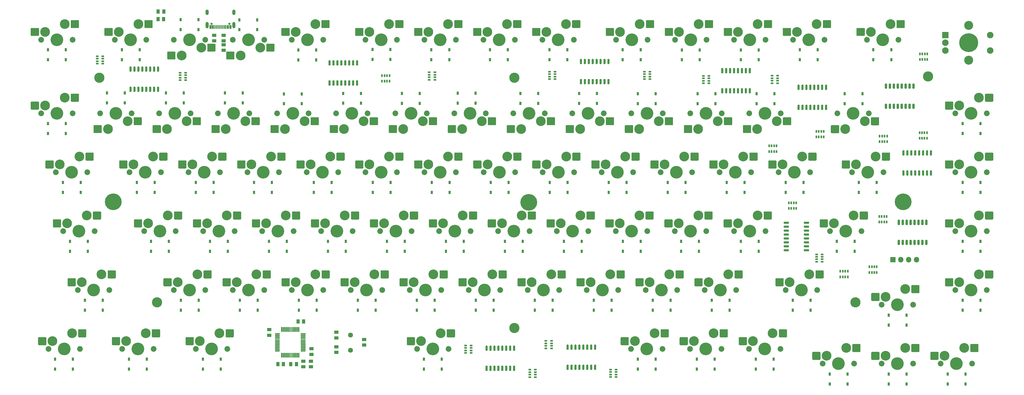
<source format=gbr>
%TF.GenerationSoftware,KiCad,Pcbnew,(5.1.6)-1*%
%TF.CreationDate,2022-08-23T22:02:53+08:00*%
%TF.ProjectId,feng,66656e67-2e6b-4696-9361-645f70636258,rev?*%
%TF.SameCoordinates,Original*%
%TF.FileFunction,Soldermask,Bot*%
%TF.FilePolarity,Negative*%
%FSLAX46Y46*%
G04 Gerber Fmt 4.6, Leading zero omitted, Abs format (unit mm)*
G04 Created by KiCad (PCBNEW (5.1.6)-1) date 2022-08-23 22:02:53*
%MOMM*%
%LPD*%
G01*
G04 APERTURE LIST*
%ADD10C,1.850000*%
%ADD11C,4.100000*%
%ADD12C,3.150000*%
%ADD13R,0.730000X1.100000*%
%ADD14C,3.300000*%
%ADD15C,5.400000*%
%ADD16C,1.600000*%
%ADD17C,6.100000*%
%ADD18R,2.100000X2.100000*%
%ADD19C,2.100000*%
%ADD20C,2.900000*%
%ADD21R,0.600000X0.900000*%
%ADD22R,0.500000X0.900000*%
%ADD23R,0.900000X0.600000*%
%ADD24R,0.900000X0.500000*%
%ADD25R,1.402080X1.000760*%
%ADD26R,1.000760X1.402080*%
%ADD27R,0.700000X1.260000*%
%ADD28C,0.700000*%
%ADD29R,0.400000X1.260000*%
%ADD30O,1.000000X1.800000*%
%ADD31O,1.000000X2.100000*%
%ADD32O,1.800000X1.800000*%
%ADD33R,1.800000X1.800000*%
G04 APERTURE END LIST*
D10*
%TO.C,SW82*%
X461880000Y-201890000D03*
X451720000Y-201890000D03*
D11*
X456800000Y-201890000D03*
G36*
G01*
X461317000Y-197850000D02*
X461317000Y-195770000D01*
G75*
G02*
X461577000Y-195510000I260000J0D01*
G01*
X463707000Y-195510000D01*
G75*
G02*
X463967000Y-195770000I0J-260000D01*
G01*
X463967000Y-197850000D01*
G75*
G02*
X463707000Y-198110000I-260000J0D01*
G01*
X461577000Y-198110000D01*
G75*
G02*
X461317000Y-197850000I0J260000D01*
G01*
G37*
G36*
G01*
X448390000Y-200390000D02*
X448390000Y-198310000D01*
G75*
G02*
X448650000Y-198050000I260000J0D01*
G01*
X450780000Y-198050000D01*
G75*
G02*
X451040000Y-198310000I0J-260000D01*
G01*
X451040000Y-200390000D01*
G75*
G02*
X450780000Y-200650000I-260000J0D01*
G01*
X448650000Y-200650000D01*
G75*
G02*
X448390000Y-200390000I0J260000D01*
G01*
G37*
D12*
X459340000Y-196810000D03*
X452990000Y-199350000D03*
%TD*%
D10*
%TO.C,SW81*%
X461880000Y-182840000D03*
X451720000Y-182840000D03*
D11*
X456800000Y-182840000D03*
G36*
G01*
X461317000Y-178800000D02*
X461317000Y-176720000D01*
G75*
G02*
X461577000Y-176460000I260000J0D01*
G01*
X463707000Y-176460000D01*
G75*
G02*
X463967000Y-176720000I0J-260000D01*
G01*
X463967000Y-178800000D01*
G75*
G02*
X463707000Y-179060000I-260000J0D01*
G01*
X461577000Y-179060000D01*
G75*
G02*
X461317000Y-178800000I0J260000D01*
G01*
G37*
G36*
G01*
X448390000Y-181340000D02*
X448390000Y-179260000D01*
G75*
G02*
X448650000Y-179000000I260000J0D01*
G01*
X450780000Y-179000000D01*
G75*
G02*
X451040000Y-179260000I0J-260000D01*
G01*
X451040000Y-181340000D01*
G75*
G02*
X450780000Y-181600000I-260000J0D01*
G01*
X448650000Y-181600000D01*
G75*
G02*
X448390000Y-181340000I0J260000D01*
G01*
G37*
D12*
X459340000Y-177760000D03*
X452990000Y-180300000D03*
%TD*%
D10*
%TO.C,SW80*%
X295193000Y-220939000D03*
X285033000Y-220939000D03*
D11*
X290113000Y-220939000D03*
G36*
G01*
X294630000Y-216899000D02*
X294630000Y-214819000D01*
G75*
G02*
X294890000Y-214559000I260000J0D01*
G01*
X297020000Y-214559000D01*
G75*
G02*
X297280000Y-214819000I0J-260000D01*
G01*
X297280000Y-216899000D01*
G75*
G02*
X297020000Y-217159000I-260000J0D01*
G01*
X294890000Y-217159000D01*
G75*
G02*
X294630000Y-216899000I0J260000D01*
G01*
G37*
G36*
G01*
X281703000Y-219439000D02*
X281703000Y-217359000D01*
G75*
G02*
X281963000Y-217099000I260000J0D01*
G01*
X284093000Y-217099000D01*
G75*
G02*
X284353000Y-217359000I0J-260000D01*
G01*
X284353000Y-219439000D01*
G75*
G02*
X284093000Y-219699000I-260000J0D01*
G01*
X281963000Y-219699000D01*
G75*
G02*
X281703000Y-219439000I0J260000D01*
G01*
G37*
D12*
X292653000Y-215859000D03*
X286303000Y-218399000D03*
%TD*%
D10*
%TO.C,SW79*%
X309524000Y-201892000D03*
X299364000Y-201892000D03*
D11*
X304444000Y-201892000D03*
G36*
G01*
X308961000Y-197852000D02*
X308961000Y-195772000D01*
G75*
G02*
X309221000Y-195512000I260000J0D01*
G01*
X311351000Y-195512000D01*
G75*
G02*
X311611000Y-195772000I0J-260000D01*
G01*
X311611000Y-197852000D01*
G75*
G02*
X311351000Y-198112000I-260000J0D01*
G01*
X309221000Y-198112000D01*
G75*
G02*
X308961000Y-197852000I0J260000D01*
G01*
G37*
G36*
G01*
X296034000Y-200392000D02*
X296034000Y-198312000D01*
G75*
G02*
X296294000Y-198052000I260000J0D01*
G01*
X298424000Y-198052000D01*
G75*
G02*
X298684000Y-198312000I0J-260000D01*
G01*
X298684000Y-200392000D01*
G75*
G02*
X298424000Y-200652000I-260000J0D01*
G01*
X296294000Y-200652000D01*
G75*
G02*
X296034000Y-200392000I0J260000D01*
G01*
G37*
D12*
X306984000Y-196812000D03*
X300634000Y-199352000D03*
%TD*%
D10*
%TO.C,SW78*%
X218993000Y-220939000D03*
X208833000Y-220939000D03*
D11*
X213913000Y-220939000D03*
G36*
G01*
X218430000Y-216899000D02*
X218430000Y-214819000D01*
G75*
G02*
X218690000Y-214559000I260000J0D01*
G01*
X220820000Y-214559000D01*
G75*
G02*
X221080000Y-214819000I0J-260000D01*
G01*
X221080000Y-216899000D01*
G75*
G02*
X220820000Y-217159000I-260000J0D01*
G01*
X218690000Y-217159000D01*
G75*
G02*
X218430000Y-216899000I0J260000D01*
G01*
G37*
G36*
G01*
X205503000Y-219439000D02*
X205503000Y-217359000D01*
G75*
G02*
X205763000Y-217099000I260000J0D01*
G01*
X207893000Y-217099000D01*
G75*
G02*
X208153000Y-217359000I0J-260000D01*
G01*
X208153000Y-219439000D01*
G75*
G02*
X207893000Y-219699000I-260000J0D01*
G01*
X205763000Y-219699000D01*
G75*
G02*
X205503000Y-219439000I0J260000D01*
G01*
G37*
D12*
X216453000Y-215859000D03*
X210103000Y-218399000D03*
%TD*%
D10*
%TO.C,SW77*%
X333192000Y-220939000D03*
X323032000Y-220939000D03*
D11*
X328112000Y-220939000D03*
G36*
G01*
X332629000Y-216899000D02*
X332629000Y-214819000D01*
G75*
G02*
X332889000Y-214559000I260000J0D01*
G01*
X335019000Y-214559000D01*
G75*
G02*
X335279000Y-214819000I0J-260000D01*
G01*
X335279000Y-216899000D01*
G75*
G02*
X335019000Y-217159000I-260000J0D01*
G01*
X332889000Y-217159000D01*
G75*
G02*
X332629000Y-216899000I0J260000D01*
G01*
G37*
G36*
G01*
X319702000Y-219439000D02*
X319702000Y-217359000D01*
G75*
G02*
X319962000Y-217099000I260000J0D01*
G01*
X322092000Y-217099000D01*
G75*
G02*
X322352000Y-217359000I0J-260000D01*
G01*
X322352000Y-219439000D01*
G75*
G02*
X322092000Y-219699000I-260000J0D01*
G01*
X319962000Y-219699000D01*
G75*
G02*
X319702000Y-219439000I0J260000D01*
G01*
G37*
D12*
X330652000Y-215859000D03*
X324302000Y-218399000D03*
%TD*%
D10*
%TO.C,SW76*%
X228562000Y-239992000D03*
X218402000Y-239992000D03*
D11*
X223482000Y-239992000D03*
G36*
G01*
X227999000Y-235952000D02*
X227999000Y-233872000D01*
G75*
G02*
X228259000Y-233612000I260000J0D01*
G01*
X230389000Y-233612000D01*
G75*
G02*
X230649000Y-233872000I0J-260000D01*
G01*
X230649000Y-235952000D01*
G75*
G02*
X230389000Y-236212000I-260000J0D01*
G01*
X228259000Y-236212000D01*
G75*
G02*
X227999000Y-235952000I0J260000D01*
G01*
G37*
G36*
G01*
X215072000Y-238492000D02*
X215072000Y-236412000D01*
G75*
G02*
X215332000Y-236152000I260000J0D01*
G01*
X217462000Y-236152000D01*
G75*
G02*
X217722000Y-236412000I0J-260000D01*
G01*
X217722000Y-238492000D01*
G75*
G02*
X217462000Y-238752000I-260000J0D01*
G01*
X215332000Y-238752000D01*
G75*
G02*
X215072000Y-238492000I0J260000D01*
G01*
G37*
D12*
X226022000Y-234912000D03*
X219672000Y-237452000D03*
%TD*%
D10*
%TO.C,SW75*%
X195182000Y-201892000D03*
X185022000Y-201892000D03*
D11*
X190102000Y-201892000D03*
G36*
G01*
X194619000Y-197852000D02*
X194619000Y-195772000D01*
G75*
G02*
X194879000Y-195512000I260000J0D01*
G01*
X197009000Y-195512000D01*
G75*
G02*
X197269000Y-195772000I0J-260000D01*
G01*
X197269000Y-197852000D01*
G75*
G02*
X197009000Y-198112000I-260000J0D01*
G01*
X194879000Y-198112000D01*
G75*
G02*
X194619000Y-197852000I0J260000D01*
G01*
G37*
G36*
G01*
X181692000Y-200392000D02*
X181692000Y-198312000D01*
G75*
G02*
X181952000Y-198052000I260000J0D01*
G01*
X184082000Y-198052000D01*
G75*
G02*
X184342000Y-198312000I0J-260000D01*
G01*
X184342000Y-200392000D01*
G75*
G02*
X184082000Y-200652000I-260000J0D01*
G01*
X181952000Y-200652000D01*
G75*
G02*
X181692000Y-200392000I0J260000D01*
G01*
G37*
D12*
X192642000Y-196812000D03*
X186292000Y-199352000D03*
%TD*%
D10*
%TO.C,SW74*%
X380962000Y-239992000D03*
X370802000Y-239992000D03*
D11*
X375882000Y-239992000D03*
G36*
G01*
X380399000Y-235952000D02*
X380399000Y-233872000D01*
G75*
G02*
X380659000Y-233612000I260000J0D01*
G01*
X382789000Y-233612000D01*
G75*
G02*
X383049000Y-233872000I0J-260000D01*
G01*
X383049000Y-235952000D01*
G75*
G02*
X382789000Y-236212000I-260000J0D01*
G01*
X380659000Y-236212000D01*
G75*
G02*
X380399000Y-235952000I0J260000D01*
G01*
G37*
G36*
G01*
X367472000Y-238492000D02*
X367472000Y-236412000D01*
G75*
G02*
X367732000Y-236152000I260000J0D01*
G01*
X369862000Y-236152000D01*
G75*
G02*
X370122000Y-236412000I0J-260000D01*
G01*
X370122000Y-238492000D01*
G75*
G02*
X369862000Y-238752000I-260000J0D01*
G01*
X367732000Y-238752000D01*
G75*
G02*
X367472000Y-238492000I0J260000D01*
G01*
G37*
D12*
X378422000Y-234912000D03*
X372072000Y-237452000D03*
%TD*%
D10*
%TO.C,SW73*%
X314193000Y-220939000D03*
X304033000Y-220939000D03*
D11*
X309113000Y-220939000D03*
G36*
G01*
X313630000Y-216899000D02*
X313630000Y-214819000D01*
G75*
G02*
X313890000Y-214559000I260000J0D01*
G01*
X316020000Y-214559000D01*
G75*
G02*
X316280000Y-214819000I0J-260000D01*
G01*
X316280000Y-216899000D01*
G75*
G02*
X316020000Y-217159000I-260000J0D01*
G01*
X313890000Y-217159000D01*
G75*
G02*
X313630000Y-216899000I0J260000D01*
G01*
G37*
G36*
G01*
X300703000Y-219439000D02*
X300703000Y-217359000D01*
G75*
G02*
X300963000Y-217099000I260000J0D01*
G01*
X303093000Y-217099000D01*
G75*
G02*
X303353000Y-217359000I0J-260000D01*
G01*
X303353000Y-219439000D01*
G75*
G02*
X303093000Y-219699000I-260000J0D01*
G01*
X300963000Y-219699000D01*
G75*
G02*
X300703000Y-219439000I0J260000D01*
G01*
G37*
D12*
X311653000Y-215859000D03*
X305303000Y-218399000D03*
%TD*%
D10*
%TO.C,SW72*%
X199943000Y-220939000D03*
X189783000Y-220939000D03*
D11*
X194863000Y-220939000D03*
G36*
G01*
X199380000Y-216899000D02*
X199380000Y-214819000D01*
G75*
G02*
X199640000Y-214559000I260000J0D01*
G01*
X201770000Y-214559000D01*
G75*
G02*
X202030000Y-214819000I0J-260000D01*
G01*
X202030000Y-216899000D01*
G75*
G02*
X201770000Y-217159000I-260000J0D01*
G01*
X199640000Y-217159000D01*
G75*
G02*
X199380000Y-216899000I0J260000D01*
G01*
G37*
G36*
G01*
X186453000Y-219439000D02*
X186453000Y-217359000D01*
G75*
G02*
X186713000Y-217099000I260000J0D01*
G01*
X188843000Y-217099000D01*
G75*
G02*
X189103000Y-217359000I0J-260000D01*
G01*
X189103000Y-219439000D01*
G75*
G02*
X188843000Y-219699000I-260000J0D01*
G01*
X186713000Y-219699000D01*
G75*
G02*
X186453000Y-219439000I0J260000D01*
G01*
G37*
D12*
X197403000Y-215859000D03*
X191053000Y-218399000D03*
%TD*%
D10*
%TO.C,SW71*%
X214236000Y-201892000D03*
X204076000Y-201892000D03*
D11*
X209156000Y-201892000D03*
G36*
G01*
X213673000Y-197852000D02*
X213673000Y-195772000D01*
G75*
G02*
X213933000Y-195512000I260000J0D01*
G01*
X216063000Y-195512000D01*
G75*
G02*
X216323000Y-195772000I0J-260000D01*
G01*
X216323000Y-197852000D01*
G75*
G02*
X216063000Y-198112000I-260000J0D01*
G01*
X213933000Y-198112000D01*
G75*
G02*
X213673000Y-197852000I0J260000D01*
G01*
G37*
G36*
G01*
X200746000Y-200392000D02*
X200746000Y-198312000D01*
G75*
G02*
X201006000Y-198052000I260000J0D01*
G01*
X203136000Y-198052000D01*
G75*
G02*
X203396000Y-198312000I0J-260000D01*
G01*
X203396000Y-200392000D01*
G75*
G02*
X203136000Y-200652000I-260000J0D01*
G01*
X201006000Y-200652000D01*
G75*
G02*
X200746000Y-200392000I0J260000D01*
G01*
G37*
D12*
X211696000Y-196812000D03*
X205346000Y-199352000D03*
%TD*%
D10*
%TO.C,SW70*%
X168984000Y-259037000D03*
X158824000Y-259037000D03*
D11*
X163904000Y-259037000D03*
G36*
G01*
X168421000Y-254997000D02*
X168421000Y-252917000D01*
G75*
G02*
X168681000Y-252657000I260000J0D01*
G01*
X170811000Y-252657000D01*
G75*
G02*
X171071000Y-252917000I0J-260000D01*
G01*
X171071000Y-254997000D01*
G75*
G02*
X170811000Y-255257000I-260000J0D01*
G01*
X168681000Y-255257000D01*
G75*
G02*
X168421000Y-254997000I0J260000D01*
G01*
G37*
G36*
G01*
X155494000Y-257537000D02*
X155494000Y-255457000D01*
G75*
G02*
X155754000Y-255197000I260000J0D01*
G01*
X157884000Y-255197000D01*
G75*
G02*
X158144000Y-255457000I0J-260000D01*
G01*
X158144000Y-257537000D01*
G75*
G02*
X157884000Y-257797000I-260000J0D01*
G01*
X155754000Y-257797000D01*
G75*
G02*
X155494000Y-257537000I0J260000D01*
G01*
G37*
D12*
X166444000Y-253957000D03*
X160094000Y-256497000D03*
%TD*%
D10*
%TO.C,SW69*%
X171364000Y-201887000D03*
X161204000Y-201887000D03*
D11*
X166284000Y-201887000D03*
G36*
G01*
X170801000Y-197847000D02*
X170801000Y-195767000D01*
G75*
G02*
X171061000Y-195507000I260000J0D01*
G01*
X173191000Y-195507000D01*
G75*
G02*
X173451000Y-195767000I0J-260000D01*
G01*
X173451000Y-197847000D01*
G75*
G02*
X173191000Y-198107000I-260000J0D01*
G01*
X171061000Y-198107000D01*
G75*
G02*
X170801000Y-197847000I0J260000D01*
G01*
G37*
G36*
G01*
X157874000Y-200387000D02*
X157874000Y-198307000D01*
G75*
G02*
X158134000Y-198047000I260000J0D01*
G01*
X160264000Y-198047000D01*
G75*
G02*
X160524000Y-198307000I0J-260000D01*
G01*
X160524000Y-200387000D01*
G75*
G02*
X160264000Y-200647000I-260000J0D01*
G01*
X158134000Y-200647000D01*
G75*
G02*
X157874000Y-200387000I0J260000D01*
G01*
G37*
D12*
X168824000Y-196807000D03*
X162474000Y-199347000D03*
%TD*%
D10*
%TO.C,SW68*%
X271412000Y-201892000D03*
X261252000Y-201892000D03*
D11*
X266332000Y-201892000D03*
G36*
G01*
X270849000Y-197852000D02*
X270849000Y-195772000D01*
G75*
G02*
X271109000Y-195512000I260000J0D01*
G01*
X273239000Y-195512000D01*
G75*
G02*
X273499000Y-195772000I0J-260000D01*
G01*
X273499000Y-197852000D01*
G75*
G02*
X273239000Y-198112000I-260000J0D01*
G01*
X271109000Y-198112000D01*
G75*
G02*
X270849000Y-197852000I0J260000D01*
G01*
G37*
G36*
G01*
X257922000Y-200392000D02*
X257922000Y-198312000D01*
G75*
G02*
X258182000Y-198052000I260000J0D01*
G01*
X260312000Y-198052000D01*
G75*
G02*
X260572000Y-198312000I0J-260000D01*
G01*
X260572000Y-200392000D01*
G75*
G02*
X260312000Y-200652000I-260000J0D01*
G01*
X258182000Y-200652000D01*
G75*
G02*
X257922000Y-200392000I0J260000D01*
G01*
G37*
D12*
X268872000Y-196812000D03*
X262522000Y-199352000D03*
%TD*%
D10*
%TO.C,SW67*%
X385775000Y-201892000D03*
X375615000Y-201892000D03*
D11*
X380695000Y-201892000D03*
G36*
G01*
X385212000Y-197852000D02*
X385212000Y-195772000D01*
G75*
G02*
X385472000Y-195512000I260000J0D01*
G01*
X387602000Y-195512000D01*
G75*
G02*
X387862000Y-195772000I0J-260000D01*
G01*
X387862000Y-197852000D01*
G75*
G02*
X387602000Y-198112000I-260000J0D01*
G01*
X385472000Y-198112000D01*
G75*
G02*
X385212000Y-197852000I0J260000D01*
G01*
G37*
G36*
G01*
X372285000Y-200392000D02*
X372285000Y-198312000D01*
G75*
G02*
X372545000Y-198052000I260000J0D01*
G01*
X374675000Y-198052000D01*
G75*
G02*
X374935000Y-198312000I0J-260000D01*
G01*
X374935000Y-200392000D01*
G75*
G02*
X374675000Y-200652000I-260000J0D01*
G01*
X372545000Y-200652000D01*
G75*
G02*
X372285000Y-200392000I0J260000D01*
G01*
G37*
D12*
X383235000Y-196812000D03*
X376885000Y-199352000D03*
%TD*%
D10*
%TO.C,SW66*%
X371256000Y-220939000D03*
X361096000Y-220939000D03*
D11*
X366176000Y-220939000D03*
G36*
G01*
X370693000Y-216899000D02*
X370693000Y-214819000D01*
G75*
G02*
X370953000Y-214559000I260000J0D01*
G01*
X373083000Y-214559000D01*
G75*
G02*
X373343000Y-214819000I0J-260000D01*
G01*
X373343000Y-216899000D01*
G75*
G02*
X373083000Y-217159000I-260000J0D01*
G01*
X370953000Y-217159000D01*
G75*
G02*
X370693000Y-216899000I0J260000D01*
G01*
G37*
G36*
G01*
X357766000Y-219439000D02*
X357766000Y-217359000D01*
G75*
G02*
X358026000Y-217099000I260000J0D01*
G01*
X360156000Y-217099000D01*
G75*
G02*
X360416000Y-217359000I0J-260000D01*
G01*
X360416000Y-219439000D01*
G75*
G02*
X360156000Y-219699000I-260000J0D01*
G01*
X358026000Y-219699000D01*
G75*
G02*
X357766000Y-219439000I0J260000D01*
G01*
G37*
D12*
X368716000Y-215859000D03*
X362366000Y-218399000D03*
%TD*%
D10*
%TO.C,SW65*%
X308940000Y-182829000D03*
X319100000Y-182829000D03*
D11*
X314020000Y-182829000D03*
G36*
G01*
X309503000Y-186869000D02*
X309503000Y-188949000D01*
G75*
G02*
X309243000Y-189209000I-260000J0D01*
G01*
X307113000Y-189209000D01*
G75*
G02*
X306853000Y-188949000I0J260000D01*
G01*
X306853000Y-186869000D01*
G75*
G02*
X307113000Y-186609000I260000J0D01*
G01*
X309243000Y-186609000D01*
G75*
G02*
X309503000Y-186869000I0J-260000D01*
G01*
G37*
G36*
G01*
X322430000Y-184329000D02*
X322430000Y-186409000D01*
G75*
G02*
X322170000Y-186669000I-260000J0D01*
G01*
X320040000Y-186669000D01*
G75*
G02*
X319780000Y-186409000I0J260000D01*
G01*
X319780000Y-184329000D01*
G75*
G02*
X320040000Y-184069000I260000J0D01*
G01*
X322170000Y-184069000D01*
G75*
G02*
X322430000Y-184329000I0J-260000D01*
G01*
G37*
D12*
X311480000Y-187909000D03*
X317830000Y-185369000D03*
%TD*%
D10*
%TO.C,SW64*%
X216611000Y-259037000D03*
X206451000Y-259037000D03*
D11*
X211531000Y-259037000D03*
G36*
G01*
X216048000Y-254997000D02*
X216048000Y-252917000D01*
G75*
G02*
X216308000Y-252657000I260000J0D01*
G01*
X218438000Y-252657000D01*
G75*
G02*
X218698000Y-252917000I0J-260000D01*
G01*
X218698000Y-254997000D01*
G75*
G02*
X218438000Y-255257000I-260000J0D01*
G01*
X216308000Y-255257000D01*
G75*
G02*
X216048000Y-254997000I0J260000D01*
G01*
G37*
G36*
G01*
X203121000Y-257537000D02*
X203121000Y-255457000D01*
G75*
G02*
X203381000Y-255197000I260000J0D01*
G01*
X205511000Y-255197000D01*
G75*
G02*
X205771000Y-255457000I0J-260000D01*
G01*
X205771000Y-257537000D01*
G75*
G02*
X205511000Y-257797000I-260000J0D01*
G01*
X203381000Y-257797000D01*
G75*
G02*
X203121000Y-257537000I0J260000D01*
G01*
G37*
D12*
X214071000Y-253957000D03*
X207721000Y-256497000D03*
%TD*%
D10*
%TO.C,SW63*%
X428541000Y-201887000D03*
X418381000Y-201887000D03*
D11*
X423461000Y-201887000D03*
G36*
G01*
X427978000Y-197847000D02*
X427978000Y-195767000D01*
G75*
G02*
X428238000Y-195507000I260000J0D01*
G01*
X430368000Y-195507000D01*
G75*
G02*
X430628000Y-195767000I0J-260000D01*
G01*
X430628000Y-197847000D01*
G75*
G02*
X430368000Y-198107000I-260000J0D01*
G01*
X428238000Y-198107000D01*
G75*
G02*
X427978000Y-197847000I0J260000D01*
G01*
G37*
G36*
G01*
X415051000Y-200387000D02*
X415051000Y-198307000D01*
G75*
G02*
X415311000Y-198047000I260000J0D01*
G01*
X417441000Y-198047000D01*
G75*
G02*
X417701000Y-198307000I0J-260000D01*
G01*
X417701000Y-200387000D01*
G75*
G02*
X417441000Y-200647000I-260000J0D01*
G01*
X415311000Y-200647000D01*
G75*
G02*
X415051000Y-200387000I0J260000D01*
G01*
G37*
D12*
X426001000Y-196807000D03*
X419651000Y-199347000D03*
%TD*%
D10*
%TO.C,SW62*%
X461880000Y-239990000D03*
X451720000Y-239990000D03*
D11*
X456800000Y-239990000D03*
G36*
G01*
X461317000Y-235950000D02*
X461317000Y-233870000D01*
G75*
G02*
X461577000Y-233610000I260000J0D01*
G01*
X463707000Y-233610000D01*
G75*
G02*
X463967000Y-233870000I0J-260000D01*
G01*
X463967000Y-235950000D01*
G75*
G02*
X463707000Y-236210000I-260000J0D01*
G01*
X461577000Y-236210000D01*
G75*
G02*
X461317000Y-235950000I0J260000D01*
G01*
G37*
G36*
G01*
X448390000Y-238490000D02*
X448390000Y-236410000D01*
G75*
G02*
X448650000Y-236150000I260000J0D01*
G01*
X450780000Y-236150000D01*
G75*
G02*
X451040000Y-236410000I0J-260000D01*
G01*
X451040000Y-238490000D01*
G75*
G02*
X450780000Y-238750000I-260000J0D01*
G01*
X448650000Y-238750000D01*
G75*
G02*
X448390000Y-238490000I0J260000D01*
G01*
G37*
D12*
X459340000Y-234910000D03*
X452990000Y-237450000D03*
%TD*%
D10*
%TO.C,SW61*%
X376170000Y-259040000D03*
X366010000Y-259040000D03*
D11*
X371090000Y-259040000D03*
G36*
G01*
X375607000Y-255000000D02*
X375607000Y-252920000D01*
G75*
G02*
X375867000Y-252660000I260000J0D01*
G01*
X377997000Y-252660000D01*
G75*
G02*
X378257000Y-252920000I0J-260000D01*
G01*
X378257000Y-255000000D01*
G75*
G02*
X377997000Y-255260000I-260000J0D01*
G01*
X375867000Y-255260000D01*
G75*
G02*
X375607000Y-255000000I0J260000D01*
G01*
G37*
G36*
G01*
X362680000Y-257540000D02*
X362680000Y-255460000D01*
G75*
G02*
X362940000Y-255200000I260000J0D01*
G01*
X365070000Y-255200000D01*
G75*
G02*
X365330000Y-255460000I0J-260000D01*
G01*
X365330000Y-257540000D01*
G75*
G02*
X365070000Y-257800000I-260000J0D01*
G01*
X362940000Y-257800000D01*
G75*
G02*
X362680000Y-257540000I0J260000D01*
G01*
G37*
D12*
X373630000Y-253960000D03*
X367280000Y-256500000D03*
%TD*%
D10*
%TO.C,SW60*%
X366154000Y-182829000D03*
X376314000Y-182829000D03*
D11*
X371234000Y-182829000D03*
G36*
G01*
X366717000Y-186869000D02*
X366717000Y-188949000D01*
G75*
G02*
X366457000Y-189209000I-260000J0D01*
G01*
X364327000Y-189209000D01*
G75*
G02*
X364067000Y-188949000I0J260000D01*
G01*
X364067000Y-186869000D01*
G75*
G02*
X364327000Y-186609000I260000J0D01*
G01*
X366457000Y-186609000D01*
G75*
G02*
X366717000Y-186869000I0J-260000D01*
G01*
G37*
G36*
G01*
X379644000Y-184329000D02*
X379644000Y-186409000D01*
G75*
G02*
X379384000Y-186669000I-260000J0D01*
G01*
X377254000Y-186669000D01*
G75*
G02*
X376994000Y-186409000I0J260000D01*
G01*
X376994000Y-184329000D01*
G75*
G02*
X377254000Y-184069000I260000J0D01*
G01*
X379384000Y-184069000D01*
G75*
G02*
X379644000Y-184329000I0J-260000D01*
G01*
G37*
D12*
X368694000Y-187909000D03*
X375044000Y-185369000D03*
%TD*%
D10*
%TO.C,SW59*%
X366738000Y-201892000D03*
X356578000Y-201892000D03*
D11*
X361658000Y-201892000D03*
G36*
G01*
X366175000Y-197852000D02*
X366175000Y-195772000D01*
G75*
G02*
X366435000Y-195512000I260000J0D01*
G01*
X368565000Y-195512000D01*
G75*
G02*
X368825000Y-195772000I0J-260000D01*
G01*
X368825000Y-197852000D01*
G75*
G02*
X368565000Y-198112000I-260000J0D01*
G01*
X366435000Y-198112000D01*
G75*
G02*
X366175000Y-197852000I0J260000D01*
G01*
G37*
G36*
G01*
X353248000Y-200392000D02*
X353248000Y-198312000D01*
G75*
G02*
X353508000Y-198052000I260000J0D01*
G01*
X355638000Y-198052000D01*
G75*
G02*
X355898000Y-198312000I0J-260000D01*
G01*
X355898000Y-200392000D01*
G75*
G02*
X355638000Y-200652000I-260000J0D01*
G01*
X353508000Y-200652000D01*
G75*
G02*
X353248000Y-200392000I0J260000D01*
G01*
G37*
D12*
X364198000Y-196812000D03*
X357848000Y-199352000D03*
%TD*%
D10*
%TO.C,SW58*%
X361912000Y-239992000D03*
X351752000Y-239992000D03*
D11*
X356832000Y-239992000D03*
G36*
G01*
X361349000Y-235952000D02*
X361349000Y-233872000D01*
G75*
G02*
X361609000Y-233612000I260000J0D01*
G01*
X363739000Y-233612000D01*
G75*
G02*
X363999000Y-233872000I0J-260000D01*
G01*
X363999000Y-235952000D01*
G75*
G02*
X363739000Y-236212000I-260000J0D01*
G01*
X361609000Y-236212000D01*
G75*
G02*
X361349000Y-235952000I0J260000D01*
G01*
G37*
G36*
G01*
X348422000Y-238492000D02*
X348422000Y-236412000D01*
G75*
G02*
X348682000Y-236152000I260000J0D01*
G01*
X350812000Y-236152000D01*
G75*
G02*
X351072000Y-236412000I0J-260000D01*
G01*
X351072000Y-238492000D01*
G75*
G02*
X350812000Y-238752000I-260000J0D01*
G01*
X348682000Y-238752000D01*
G75*
G02*
X348422000Y-238492000I0J260000D01*
G01*
G37*
D12*
X359372000Y-234912000D03*
X353022000Y-237452000D03*
%TD*%
D10*
%TO.C,SW57*%
X461880000Y-220940000D03*
X451720000Y-220940000D03*
D11*
X456800000Y-220940000D03*
G36*
G01*
X461317000Y-216900000D02*
X461317000Y-214820000D01*
G75*
G02*
X461577000Y-214560000I260000J0D01*
G01*
X463707000Y-214560000D01*
G75*
G02*
X463967000Y-214820000I0J-260000D01*
G01*
X463967000Y-216900000D01*
G75*
G02*
X463707000Y-217160000I-260000J0D01*
G01*
X461577000Y-217160000D01*
G75*
G02*
X461317000Y-216900000I0J260000D01*
G01*
G37*
G36*
G01*
X448390000Y-219440000D02*
X448390000Y-217360000D01*
G75*
G02*
X448650000Y-217100000I260000J0D01*
G01*
X450780000Y-217100000D01*
G75*
G02*
X451040000Y-217360000I0J-260000D01*
G01*
X451040000Y-219440000D01*
G75*
G02*
X450780000Y-219700000I-260000J0D01*
G01*
X448650000Y-219700000D01*
G75*
G02*
X448390000Y-219440000I0J260000D01*
G01*
G37*
D12*
X459340000Y-215860000D03*
X452990000Y-218400000D03*
%TD*%
D10*
%TO.C,SW56*%
X257093000Y-220939000D03*
X246933000Y-220939000D03*
D11*
X252013000Y-220939000D03*
G36*
G01*
X256530000Y-216899000D02*
X256530000Y-214819000D01*
G75*
G02*
X256790000Y-214559000I260000J0D01*
G01*
X258920000Y-214559000D01*
G75*
G02*
X259180000Y-214819000I0J-260000D01*
G01*
X259180000Y-216899000D01*
G75*
G02*
X258920000Y-217159000I-260000J0D01*
G01*
X256790000Y-217159000D01*
G75*
G02*
X256530000Y-216899000I0J260000D01*
G01*
G37*
G36*
G01*
X243603000Y-219439000D02*
X243603000Y-217359000D01*
G75*
G02*
X243863000Y-217099000I260000J0D01*
G01*
X245993000Y-217099000D01*
G75*
G02*
X246253000Y-217359000I0J-260000D01*
G01*
X246253000Y-219439000D01*
G75*
G02*
X245993000Y-219699000I-260000J0D01*
G01*
X243863000Y-219699000D01*
G75*
G02*
X243603000Y-219439000I0J260000D01*
G01*
G37*
D12*
X254553000Y-215859000D03*
X248203000Y-218399000D03*
%TD*%
D10*
%TO.C,SW55*%
X342862000Y-239992000D03*
X332702000Y-239992000D03*
D11*
X337782000Y-239992000D03*
G36*
G01*
X342299000Y-235952000D02*
X342299000Y-233872000D01*
G75*
G02*
X342559000Y-233612000I260000J0D01*
G01*
X344689000Y-233612000D01*
G75*
G02*
X344949000Y-233872000I0J-260000D01*
G01*
X344949000Y-235952000D01*
G75*
G02*
X344689000Y-236212000I-260000J0D01*
G01*
X342559000Y-236212000D01*
G75*
G02*
X342299000Y-235952000I0J260000D01*
G01*
G37*
G36*
G01*
X329372000Y-238492000D02*
X329372000Y-236412000D01*
G75*
G02*
X329632000Y-236152000I260000J0D01*
G01*
X331762000Y-236152000D01*
G75*
G02*
X332022000Y-236412000I0J-260000D01*
G01*
X332022000Y-238492000D01*
G75*
G02*
X331762000Y-238752000I-260000J0D01*
G01*
X329632000Y-238752000D01*
G75*
G02*
X329372000Y-238492000I0J260000D01*
G01*
G37*
D12*
X340322000Y-234912000D03*
X333972000Y-237452000D03*
%TD*%
D10*
%TO.C,SW54*%
X395270000Y-259040000D03*
X385110000Y-259040000D03*
D11*
X390190000Y-259040000D03*
G36*
G01*
X394707000Y-255000000D02*
X394707000Y-252920000D01*
G75*
G02*
X394967000Y-252660000I260000J0D01*
G01*
X397097000Y-252660000D01*
G75*
G02*
X397357000Y-252920000I0J-260000D01*
G01*
X397357000Y-255000000D01*
G75*
G02*
X397097000Y-255260000I-260000J0D01*
G01*
X394967000Y-255260000D01*
G75*
G02*
X394707000Y-255000000I0J260000D01*
G01*
G37*
G36*
G01*
X381780000Y-257540000D02*
X381780000Y-255460000D01*
G75*
G02*
X382040000Y-255200000I260000J0D01*
G01*
X384170000Y-255200000D01*
G75*
G02*
X384430000Y-255460000I0J-260000D01*
G01*
X384430000Y-257540000D01*
G75*
G02*
X384170000Y-257800000I-260000J0D01*
G01*
X382040000Y-257800000D01*
G75*
G02*
X381780000Y-257540000I0J260000D01*
G01*
G37*
D12*
X392730000Y-253960000D03*
X386380000Y-256500000D03*
%TD*%
D10*
%TO.C,SW53*%
X290462000Y-201892000D03*
X280302000Y-201892000D03*
D11*
X285382000Y-201892000D03*
G36*
G01*
X289899000Y-197852000D02*
X289899000Y-195772000D01*
G75*
G02*
X290159000Y-195512000I260000J0D01*
G01*
X292289000Y-195512000D01*
G75*
G02*
X292549000Y-195772000I0J-260000D01*
G01*
X292549000Y-197852000D01*
G75*
G02*
X292289000Y-198112000I-260000J0D01*
G01*
X290159000Y-198112000D01*
G75*
G02*
X289899000Y-197852000I0J260000D01*
G01*
G37*
G36*
G01*
X276972000Y-200392000D02*
X276972000Y-198312000D01*
G75*
G02*
X277232000Y-198052000I260000J0D01*
G01*
X279362000Y-198052000D01*
G75*
G02*
X279622000Y-198312000I0J-260000D01*
G01*
X279622000Y-200392000D01*
G75*
G02*
X279362000Y-200652000I-260000J0D01*
G01*
X277232000Y-200652000D01*
G75*
G02*
X276972000Y-200392000I0J260000D01*
G01*
G37*
D12*
X287922000Y-196812000D03*
X281572000Y-199352000D03*
%TD*%
D10*
%TO.C,SW52*%
X347078000Y-182829000D03*
X357238000Y-182829000D03*
D11*
X352158000Y-182829000D03*
G36*
G01*
X347641000Y-186869000D02*
X347641000Y-188949000D01*
G75*
G02*
X347381000Y-189209000I-260000J0D01*
G01*
X345251000Y-189209000D01*
G75*
G02*
X344991000Y-188949000I0J260000D01*
G01*
X344991000Y-186869000D01*
G75*
G02*
X345251000Y-186609000I260000J0D01*
G01*
X347381000Y-186609000D01*
G75*
G02*
X347641000Y-186869000I0J-260000D01*
G01*
G37*
G36*
G01*
X360568000Y-184329000D02*
X360568000Y-186409000D01*
G75*
G02*
X360308000Y-186669000I-260000J0D01*
G01*
X358178000Y-186669000D01*
G75*
G02*
X357918000Y-186409000I0J260000D01*
G01*
X357918000Y-184329000D01*
G75*
G02*
X358178000Y-184069000I260000J0D01*
G01*
X360308000Y-184069000D01*
G75*
G02*
X360568000Y-184329000I0J-260000D01*
G01*
G37*
D12*
X349618000Y-187909000D03*
X355968000Y-185369000D03*
%TD*%
D10*
%TO.C,SW51*%
X276118000Y-220939000D03*
X265958000Y-220939000D03*
D11*
X271038000Y-220939000D03*
G36*
G01*
X275555000Y-216899000D02*
X275555000Y-214819000D01*
G75*
G02*
X275815000Y-214559000I260000J0D01*
G01*
X277945000Y-214559000D01*
G75*
G02*
X278205000Y-214819000I0J-260000D01*
G01*
X278205000Y-216899000D01*
G75*
G02*
X277945000Y-217159000I-260000J0D01*
G01*
X275815000Y-217159000D01*
G75*
G02*
X275555000Y-216899000I0J260000D01*
G01*
G37*
G36*
G01*
X262628000Y-219439000D02*
X262628000Y-217359000D01*
G75*
G02*
X262888000Y-217099000I260000J0D01*
G01*
X265018000Y-217099000D01*
G75*
G02*
X265278000Y-217359000I0J-260000D01*
G01*
X265278000Y-219439000D01*
G75*
G02*
X265018000Y-219699000I-260000J0D01*
G01*
X262888000Y-219699000D01*
G75*
G02*
X262628000Y-219439000I0J260000D01*
G01*
G37*
D12*
X273578000Y-215859000D03*
X267228000Y-218399000D03*
%TD*%
D10*
%TO.C,SW50*%
X421399000Y-220937000D03*
X411239000Y-220937000D03*
D11*
X416319000Y-220937000D03*
G36*
G01*
X420836000Y-216897000D02*
X420836000Y-214817000D01*
G75*
G02*
X421096000Y-214557000I260000J0D01*
G01*
X423226000Y-214557000D01*
G75*
G02*
X423486000Y-214817000I0J-260000D01*
G01*
X423486000Y-216897000D01*
G75*
G02*
X423226000Y-217157000I-260000J0D01*
G01*
X421096000Y-217157000D01*
G75*
G02*
X420836000Y-216897000I0J260000D01*
G01*
G37*
G36*
G01*
X407909000Y-219437000D02*
X407909000Y-217357000D01*
G75*
G02*
X408169000Y-217097000I260000J0D01*
G01*
X410299000Y-217097000D01*
G75*
G02*
X410559000Y-217357000I0J-260000D01*
G01*
X410559000Y-219437000D01*
G75*
G02*
X410299000Y-219697000I-260000J0D01*
G01*
X408169000Y-219697000D01*
G75*
G02*
X407909000Y-219437000I0J260000D01*
G01*
G37*
D12*
X418859000Y-215857000D03*
X412509000Y-218397000D03*
%TD*%
D10*
%TO.C,SW49*%
X347675000Y-201892000D03*
X337515000Y-201892000D03*
D11*
X342595000Y-201892000D03*
G36*
G01*
X347112000Y-197852000D02*
X347112000Y-195772000D01*
G75*
G02*
X347372000Y-195512000I260000J0D01*
G01*
X349502000Y-195512000D01*
G75*
G02*
X349762000Y-195772000I0J-260000D01*
G01*
X349762000Y-197852000D01*
G75*
G02*
X349502000Y-198112000I-260000J0D01*
G01*
X347372000Y-198112000D01*
G75*
G02*
X347112000Y-197852000I0J260000D01*
G01*
G37*
G36*
G01*
X334185000Y-200392000D02*
X334185000Y-198312000D01*
G75*
G02*
X334445000Y-198052000I260000J0D01*
G01*
X336575000Y-198052000D01*
G75*
G02*
X336835000Y-198312000I0J-260000D01*
G01*
X336835000Y-200392000D01*
G75*
G02*
X336575000Y-200652000I-260000J0D01*
G01*
X334445000Y-200652000D01*
G75*
G02*
X334185000Y-200392000I0J260000D01*
G01*
G37*
D12*
X345135000Y-196812000D03*
X338785000Y-199352000D03*
%TD*%
D10*
%TO.C,SW48*%
X409491000Y-159024000D03*
X399331000Y-159024000D03*
D11*
X404411000Y-159024000D03*
G36*
G01*
X408928000Y-154984000D02*
X408928000Y-152904000D01*
G75*
G02*
X409188000Y-152644000I260000J0D01*
G01*
X411318000Y-152644000D01*
G75*
G02*
X411578000Y-152904000I0J-260000D01*
G01*
X411578000Y-154984000D01*
G75*
G02*
X411318000Y-155244000I-260000J0D01*
G01*
X409188000Y-155244000D01*
G75*
G02*
X408928000Y-154984000I0J260000D01*
G01*
G37*
G36*
G01*
X396001000Y-157524000D02*
X396001000Y-155444000D01*
G75*
G02*
X396261000Y-155184000I260000J0D01*
G01*
X398391000Y-155184000D01*
G75*
G02*
X398651000Y-155444000I0J-260000D01*
G01*
X398651000Y-157524000D01*
G75*
G02*
X398391000Y-157784000I-260000J0D01*
G01*
X396261000Y-157784000D01*
G75*
G02*
X396001000Y-157524000I0J260000D01*
G01*
G37*
D12*
X406951000Y-153944000D03*
X400601000Y-156484000D03*
%TD*%
D10*
%TO.C,SW47*%
X433310000Y-159030000D03*
X423150000Y-159030000D03*
D11*
X428230000Y-159030000D03*
G36*
G01*
X432747000Y-154990000D02*
X432747000Y-152910000D01*
G75*
G02*
X433007000Y-152650000I260000J0D01*
G01*
X435137000Y-152650000D01*
G75*
G02*
X435397000Y-152910000I0J-260000D01*
G01*
X435397000Y-154990000D01*
G75*
G02*
X435137000Y-155250000I-260000J0D01*
G01*
X433007000Y-155250000D01*
G75*
G02*
X432747000Y-154990000I0J260000D01*
G01*
G37*
G36*
G01*
X419820000Y-157530000D02*
X419820000Y-155450000D01*
G75*
G02*
X420080000Y-155190000I260000J0D01*
G01*
X422210000Y-155190000D01*
G75*
G02*
X422470000Y-155450000I0J-260000D01*
G01*
X422470000Y-157530000D01*
G75*
G02*
X422210000Y-157790000I-260000J0D01*
G01*
X420080000Y-157790000D01*
G75*
G02*
X419820000Y-157530000I0J260000D01*
G01*
G37*
D12*
X430770000Y-153950000D03*
X424420000Y-156490000D03*
%TD*%
D10*
%TO.C,SW46*%
X413619000Y-182837000D03*
X423779000Y-182837000D03*
D11*
X418699000Y-182837000D03*
G36*
G01*
X414182000Y-186877000D02*
X414182000Y-188957000D01*
G75*
G02*
X413922000Y-189217000I-260000J0D01*
G01*
X411792000Y-189217000D01*
G75*
G02*
X411532000Y-188957000I0J260000D01*
G01*
X411532000Y-186877000D01*
G75*
G02*
X411792000Y-186617000I260000J0D01*
G01*
X413922000Y-186617000D01*
G75*
G02*
X414182000Y-186877000I0J-260000D01*
G01*
G37*
G36*
G01*
X427109000Y-184337000D02*
X427109000Y-186417000D01*
G75*
G02*
X426849000Y-186677000I-260000J0D01*
G01*
X424719000Y-186677000D01*
G75*
G02*
X424459000Y-186417000I0J260000D01*
G01*
X424459000Y-184337000D01*
G75*
G02*
X424719000Y-184077000I260000J0D01*
G01*
X426849000Y-184077000D01*
G75*
G02*
X427109000Y-184337000I0J-260000D01*
G01*
G37*
D12*
X416159000Y-187917000D03*
X422509000Y-185377000D03*
%TD*%
D10*
%TO.C,SW45*%
X385204000Y-182829000D03*
X395364000Y-182829000D03*
D11*
X390284000Y-182829000D03*
G36*
G01*
X385767000Y-186869000D02*
X385767000Y-188949000D01*
G75*
G02*
X385507000Y-189209000I-260000J0D01*
G01*
X383377000Y-189209000D01*
G75*
G02*
X383117000Y-188949000I0J260000D01*
G01*
X383117000Y-186869000D01*
G75*
G02*
X383377000Y-186609000I260000J0D01*
G01*
X385507000Y-186609000D01*
G75*
G02*
X385767000Y-186869000I0J-260000D01*
G01*
G37*
G36*
G01*
X398694000Y-184329000D02*
X398694000Y-186409000D01*
G75*
G02*
X398434000Y-186669000I-260000J0D01*
G01*
X396304000Y-186669000D01*
G75*
G02*
X396044000Y-186409000I0J260000D01*
G01*
X396044000Y-184329000D01*
G75*
G02*
X396304000Y-184069000I260000J0D01*
G01*
X398434000Y-184069000D01*
G75*
G02*
X398694000Y-184329000I0J-260000D01*
G01*
G37*
D12*
X387744000Y-187909000D03*
X394094000Y-185369000D03*
%TD*%
D10*
%TO.C,SW44*%
X328531000Y-159025000D03*
X318371000Y-159025000D03*
D11*
X323451000Y-159025000D03*
G36*
G01*
X327968000Y-154985000D02*
X327968000Y-152905000D01*
G75*
G02*
X328228000Y-152645000I260000J0D01*
G01*
X330358000Y-152645000D01*
G75*
G02*
X330618000Y-152905000I0J-260000D01*
G01*
X330618000Y-154985000D01*
G75*
G02*
X330358000Y-155245000I-260000J0D01*
G01*
X328228000Y-155245000D01*
G75*
G02*
X327968000Y-154985000I0J260000D01*
G01*
G37*
G36*
G01*
X315041000Y-157525000D02*
X315041000Y-155445000D01*
G75*
G02*
X315301000Y-155185000I260000J0D01*
G01*
X317431000Y-155185000D01*
G75*
G02*
X317691000Y-155445000I0J-260000D01*
G01*
X317691000Y-157525000D01*
G75*
G02*
X317431000Y-157785000I-260000J0D01*
G01*
X315301000Y-157785000D01*
G75*
G02*
X315041000Y-157525000I0J260000D01*
G01*
G37*
D12*
X325991000Y-153945000D03*
X319641000Y-156485000D03*
%TD*%
D10*
%TO.C,SW43*%
X352341000Y-159024000D03*
X342181000Y-159024000D03*
D11*
X347261000Y-159024000D03*
G36*
G01*
X351778000Y-154984000D02*
X351778000Y-152904000D01*
G75*
G02*
X352038000Y-152644000I260000J0D01*
G01*
X354168000Y-152644000D01*
G75*
G02*
X354428000Y-152904000I0J-260000D01*
G01*
X354428000Y-154984000D01*
G75*
G02*
X354168000Y-155244000I-260000J0D01*
G01*
X352038000Y-155244000D01*
G75*
G02*
X351778000Y-154984000I0J260000D01*
G01*
G37*
G36*
G01*
X338851000Y-157524000D02*
X338851000Y-155444000D01*
G75*
G02*
X339111000Y-155184000I260000J0D01*
G01*
X341241000Y-155184000D01*
G75*
G02*
X341501000Y-155444000I0J-260000D01*
G01*
X341501000Y-157524000D01*
G75*
G02*
X341241000Y-157784000I-260000J0D01*
G01*
X339111000Y-157784000D01*
G75*
G02*
X338851000Y-157524000I0J260000D01*
G01*
G37*
D12*
X349801000Y-153944000D03*
X343451000Y-156484000D03*
%TD*%
D10*
%TO.C,SW42*%
X371391000Y-159024000D03*
X361231000Y-159024000D03*
D11*
X366311000Y-159024000D03*
G36*
G01*
X370828000Y-154984000D02*
X370828000Y-152904000D01*
G75*
G02*
X371088000Y-152644000I260000J0D01*
G01*
X373218000Y-152644000D01*
G75*
G02*
X373478000Y-152904000I0J-260000D01*
G01*
X373478000Y-154984000D01*
G75*
G02*
X373218000Y-155244000I-260000J0D01*
G01*
X371088000Y-155244000D01*
G75*
G02*
X370828000Y-154984000I0J260000D01*
G01*
G37*
G36*
G01*
X357901000Y-157524000D02*
X357901000Y-155444000D01*
G75*
G02*
X358161000Y-155184000I260000J0D01*
G01*
X360291000Y-155184000D01*
G75*
G02*
X360551000Y-155444000I0J-260000D01*
G01*
X360551000Y-157524000D01*
G75*
G02*
X360291000Y-157784000I-260000J0D01*
G01*
X358161000Y-157784000D01*
G75*
G02*
X357901000Y-157524000I0J260000D01*
G01*
G37*
D12*
X368851000Y-153944000D03*
X362501000Y-156484000D03*
%TD*%
D10*
%TO.C,SW41*%
X390441000Y-159024000D03*
X380281000Y-159024000D03*
D11*
X385361000Y-159024000D03*
G36*
G01*
X389878000Y-154984000D02*
X389878000Y-152904000D01*
G75*
G02*
X390138000Y-152644000I260000J0D01*
G01*
X392268000Y-152644000D01*
G75*
G02*
X392528000Y-152904000I0J-260000D01*
G01*
X392528000Y-154984000D01*
G75*
G02*
X392268000Y-155244000I-260000J0D01*
G01*
X390138000Y-155244000D01*
G75*
G02*
X389878000Y-154984000I0J260000D01*
G01*
G37*
G36*
G01*
X376951000Y-157524000D02*
X376951000Y-155444000D01*
G75*
G02*
X377211000Y-155184000I260000J0D01*
G01*
X379341000Y-155184000D01*
G75*
G02*
X379601000Y-155444000I0J-260000D01*
G01*
X379601000Y-157524000D01*
G75*
G02*
X379341000Y-157784000I-260000J0D01*
G01*
X377211000Y-157784000D01*
G75*
G02*
X376951000Y-157524000I0J260000D01*
G01*
G37*
D12*
X387901000Y-153944000D03*
X381551000Y-156484000D03*
%TD*%
D10*
%TO.C,SW40*%
X407109000Y-239987000D03*
X396949000Y-239987000D03*
D11*
X402029000Y-239987000D03*
G36*
G01*
X406546000Y-235947000D02*
X406546000Y-233867000D01*
G75*
G02*
X406806000Y-233607000I260000J0D01*
G01*
X408936000Y-233607000D01*
G75*
G02*
X409196000Y-233867000I0J-260000D01*
G01*
X409196000Y-235947000D01*
G75*
G02*
X408936000Y-236207000I-260000J0D01*
G01*
X406806000Y-236207000D01*
G75*
G02*
X406546000Y-235947000I0J260000D01*
G01*
G37*
G36*
G01*
X393619000Y-238487000D02*
X393619000Y-236407000D01*
G75*
G02*
X393879000Y-236147000I260000J0D01*
G01*
X396009000Y-236147000D01*
G75*
G02*
X396269000Y-236407000I0J-260000D01*
G01*
X396269000Y-238487000D01*
G75*
G02*
X396009000Y-238747000I-260000J0D01*
G01*
X393879000Y-238747000D01*
G75*
G02*
X393619000Y-238487000I0J260000D01*
G01*
G37*
D12*
X404569000Y-234907000D03*
X398219000Y-237447000D03*
%TD*%
D10*
%TO.C,SW39*%
X357101000Y-259040000D03*
X346941000Y-259040000D03*
D11*
X352021000Y-259040000D03*
G36*
G01*
X356538000Y-255000000D02*
X356538000Y-252920000D01*
G75*
G02*
X356798000Y-252660000I260000J0D01*
G01*
X358928000Y-252660000D01*
G75*
G02*
X359188000Y-252920000I0J-260000D01*
G01*
X359188000Y-255000000D01*
G75*
G02*
X358928000Y-255260000I-260000J0D01*
G01*
X356798000Y-255260000D01*
G75*
G02*
X356538000Y-255000000I0J260000D01*
G01*
G37*
G36*
G01*
X343611000Y-257540000D02*
X343611000Y-255460000D01*
G75*
G02*
X343871000Y-255200000I260000J0D01*
G01*
X346001000Y-255200000D01*
G75*
G02*
X346261000Y-255460000I0J-260000D01*
G01*
X346261000Y-257540000D01*
G75*
G02*
X346001000Y-257800000I-260000J0D01*
G01*
X343871000Y-257800000D01*
G75*
G02*
X343611000Y-257540000I0J260000D01*
G01*
G37*
D12*
X354561000Y-253960000D03*
X348211000Y-256500000D03*
%TD*%
D10*
%TO.C,SW38*%
X390380000Y-220939000D03*
X380220000Y-220939000D03*
D11*
X385300000Y-220939000D03*
G36*
G01*
X389817000Y-216899000D02*
X389817000Y-214819000D01*
G75*
G02*
X390077000Y-214559000I260000J0D01*
G01*
X392207000Y-214559000D01*
G75*
G02*
X392467000Y-214819000I0J-260000D01*
G01*
X392467000Y-216899000D01*
G75*
G02*
X392207000Y-217159000I-260000J0D01*
G01*
X390077000Y-217159000D01*
G75*
G02*
X389817000Y-216899000I0J260000D01*
G01*
G37*
G36*
G01*
X376890000Y-219439000D02*
X376890000Y-217359000D01*
G75*
G02*
X377150000Y-217099000I260000J0D01*
G01*
X379280000Y-217099000D01*
G75*
G02*
X379540000Y-217359000I0J-260000D01*
G01*
X379540000Y-219439000D01*
G75*
G02*
X379280000Y-219699000I-260000J0D01*
G01*
X377150000Y-219699000D01*
G75*
G02*
X376890000Y-219439000I0J260000D01*
G01*
G37*
D12*
X387840000Y-215859000D03*
X381490000Y-218399000D03*
%TD*%
D10*
%TO.C,SW37*%
X352216000Y-220939000D03*
X342056000Y-220939000D03*
D11*
X347136000Y-220939000D03*
G36*
G01*
X351653000Y-216899000D02*
X351653000Y-214819000D01*
G75*
G02*
X351913000Y-214559000I260000J0D01*
G01*
X354043000Y-214559000D01*
G75*
G02*
X354303000Y-214819000I0J-260000D01*
G01*
X354303000Y-216899000D01*
G75*
G02*
X354043000Y-217159000I-260000J0D01*
G01*
X351913000Y-217159000D01*
G75*
G02*
X351653000Y-216899000I0J260000D01*
G01*
G37*
G36*
G01*
X338726000Y-219439000D02*
X338726000Y-217359000D01*
G75*
G02*
X338986000Y-217099000I260000J0D01*
G01*
X341116000Y-217099000D01*
G75*
G02*
X341376000Y-217359000I0J-260000D01*
G01*
X341376000Y-219439000D01*
G75*
G02*
X341116000Y-219699000I-260000J0D01*
G01*
X338986000Y-219699000D01*
G75*
G02*
X338726000Y-219439000I0J260000D01*
G01*
G37*
D12*
X349676000Y-215859000D03*
X343326000Y-218399000D03*
%TD*%
D10*
%TO.C,SW36*%
X404800000Y-201892000D03*
X394640000Y-201892000D03*
D11*
X399720000Y-201892000D03*
G36*
G01*
X404237000Y-197852000D02*
X404237000Y-195772000D01*
G75*
G02*
X404497000Y-195512000I260000J0D01*
G01*
X406627000Y-195512000D01*
G75*
G02*
X406887000Y-195772000I0J-260000D01*
G01*
X406887000Y-197852000D01*
G75*
G02*
X406627000Y-198112000I-260000J0D01*
G01*
X404497000Y-198112000D01*
G75*
G02*
X404237000Y-197852000I0J260000D01*
G01*
G37*
G36*
G01*
X391310000Y-200392000D02*
X391310000Y-198312000D01*
G75*
G02*
X391570000Y-198052000I260000J0D01*
G01*
X393700000Y-198052000D01*
G75*
G02*
X393960000Y-198312000I0J-260000D01*
G01*
X393960000Y-200392000D01*
G75*
G02*
X393700000Y-200652000I-260000J0D01*
G01*
X391570000Y-200652000D01*
G75*
G02*
X391310000Y-200392000I0J260000D01*
G01*
G37*
D12*
X402260000Y-196812000D03*
X395910000Y-199352000D03*
%TD*%
D10*
%TO.C,SW35*%
X178511000Y-239987000D03*
X168351000Y-239987000D03*
D11*
X173431000Y-239987000D03*
G36*
G01*
X177948000Y-235947000D02*
X177948000Y-233867000D01*
G75*
G02*
X178208000Y-233607000I260000J0D01*
G01*
X180338000Y-233607000D01*
G75*
G02*
X180598000Y-233867000I0J-260000D01*
G01*
X180598000Y-235947000D01*
G75*
G02*
X180338000Y-236207000I-260000J0D01*
G01*
X178208000Y-236207000D01*
G75*
G02*
X177948000Y-235947000I0J260000D01*
G01*
G37*
G36*
G01*
X165021000Y-238487000D02*
X165021000Y-236407000D01*
G75*
G02*
X165281000Y-236147000I260000J0D01*
G01*
X167411000Y-236147000D01*
G75*
G02*
X167671000Y-236407000I0J-260000D01*
G01*
X167671000Y-238487000D01*
G75*
G02*
X167411000Y-238747000I-260000J0D01*
G01*
X165281000Y-238747000D01*
G75*
G02*
X165021000Y-238487000I0J260000D01*
G01*
G37*
D12*
X175971000Y-234907000D03*
X169621000Y-237447000D03*
%TD*%
D10*
%TO.C,SW34*%
X438061000Y-244749000D03*
X427901000Y-244749000D03*
D11*
X432981000Y-244749000D03*
G36*
G01*
X437498000Y-240709000D02*
X437498000Y-238629000D01*
G75*
G02*
X437758000Y-238369000I260000J0D01*
G01*
X439888000Y-238369000D01*
G75*
G02*
X440148000Y-238629000I0J-260000D01*
G01*
X440148000Y-240709000D01*
G75*
G02*
X439888000Y-240969000I-260000J0D01*
G01*
X437758000Y-240969000D01*
G75*
G02*
X437498000Y-240709000I0J260000D01*
G01*
G37*
G36*
G01*
X424571000Y-243249000D02*
X424571000Y-241169000D01*
G75*
G02*
X424831000Y-240909000I260000J0D01*
G01*
X426961000Y-240909000D01*
G75*
G02*
X427221000Y-241169000I0J-260000D01*
G01*
X427221000Y-243249000D01*
G75*
G02*
X426961000Y-243509000I-260000J0D01*
G01*
X424831000Y-243509000D01*
G75*
G02*
X424571000Y-243249000I0J260000D01*
G01*
G37*
D12*
X435521000Y-239669000D03*
X429171000Y-242209000D03*
%TD*%
D10*
%TO.C,SW33*%
X173749000Y-220937000D03*
X163589000Y-220937000D03*
D11*
X168669000Y-220937000D03*
G36*
G01*
X173186000Y-216897000D02*
X173186000Y-214817000D01*
G75*
G02*
X173446000Y-214557000I260000J0D01*
G01*
X175576000Y-214557000D01*
G75*
G02*
X175836000Y-214817000I0J-260000D01*
G01*
X175836000Y-216897000D01*
G75*
G02*
X175576000Y-217157000I-260000J0D01*
G01*
X173446000Y-217157000D01*
G75*
G02*
X173186000Y-216897000I0J260000D01*
G01*
G37*
G36*
G01*
X160259000Y-219437000D02*
X160259000Y-217357000D01*
G75*
G02*
X160519000Y-217097000I260000J0D01*
G01*
X162649000Y-217097000D01*
G75*
G02*
X162909000Y-217357000I0J-260000D01*
G01*
X162909000Y-219437000D01*
G75*
G02*
X162649000Y-219697000I-260000J0D01*
G01*
X160519000Y-219697000D01*
G75*
G02*
X160259000Y-219437000I0J260000D01*
G01*
G37*
D12*
X171209000Y-215857000D03*
X164859000Y-218397000D03*
%TD*%
D10*
%TO.C,SW32*%
X289890000Y-182829000D03*
X300050000Y-182829000D03*
D11*
X294970000Y-182829000D03*
G36*
G01*
X290453000Y-186869000D02*
X290453000Y-188949000D01*
G75*
G02*
X290193000Y-189209000I-260000J0D01*
G01*
X288063000Y-189209000D01*
G75*
G02*
X287803000Y-188949000I0J260000D01*
G01*
X287803000Y-186869000D01*
G75*
G02*
X288063000Y-186609000I260000J0D01*
G01*
X290193000Y-186609000D01*
G75*
G02*
X290453000Y-186869000I0J-260000D01*
G01*
G37*
G36*
G01*
X303380000Y-184329000D02*
X303380000Y-186409000D01*
G75*
G02*
X303120000Y-186669000I-260000J0D01*
G01*
X300990000Y-186669000D01*
G75*
G02*
X300730000Y-186409000I0J260000D01*
G01*
X300730000Y-184329000D01*
G75*
G02*
X300990000Y-184069000I260000J0D01*
G01*
X303120000Y-184069000D01*
G75*
G02*
X303380000Y-184329000I0J-260000D01*
G01*
G37*
D12*
X292430000Y-187909000D03*
X298780000Y-185369000D03*
%TD*%
D10*
%TO.C,SW31*%
X270840000Y-182829000D03*
X281000000Y-182829000D03*
D11*
X275920000Y-182829000D03*
G36*
G01*
X271403000Y-186869000D02*
X271403000Y-188949000D01*
G75*
G02*
X271143000Y-189209000I-260000J0D01*
G01*
X269013000Y-189209000D01*
G75*
G02*
X268753000Y-188949000I0J260000D01*
G01*
X268753000Y-186869000D01*
G75*
G02*
X269013000Y-186609000I260000J0D01*
G01*
X271143000Y-186609000D01*
G75*
G02*
X271403000Y-186869000I0J-260000D01*
G01*
G37*
G36*
G01*
X284330000Y-184329000D02*
X284330000Y-186409000D01*
G75*
G02*
X284070000Y-186669000I-260000J0D01*
G01*
X281940000Y-186669000D01*
G75*
G02*
X281680000Y-186409000I0J260000D01*
G01*
X281680000Y-184329000D01*
G75*
G02*
X281940000Y-184069000I260000J0D01*
G01*
X284070000Y-184069000D01*
G75*
G02*
X284330000Y-184329000I0J-260000D01*
G01*
G37*
D12*
X273380000Y-187909000D03*
X279730000Y-185369000D03*
%TD*%
D10*
%TO.C,SW30*%
X251765000Y-182829000D03*
X261925000Y-182829000D03*
D11*
X256845000Y-182829000D03*
G36*
G01*
X252328000Y-186869000D02*
X252328000Y-188949000D01*
G75*
G02*
X252068000Y-189209000I-260000J0D01*
G01*
X249938000Y-189209000D01*
G75*
G02*
X249678000Y-188949000I0J260000D01*
G01*
X249678000Y-186869000D01*
G75*
G02*
X249938000Y-186609000I260000J0D01*
G01*
X252068000Y-186609000D01*
G75*
G02*
X252328000Y-186869000I0J-260000D01*
G01*
G37*
G36*
G01*
X265255000Y-184329000D02*
X265255000Y-186409000D01*
G75*
G02*
X264995000Y-186669000I-260000J0D01*
G01*
X262865000Y-186669000D01*
G75*
G02*
X262605000Y-186409000I0J260000D01*
G01*
X262605000Y-184329000D01*
G75*
G02*
X262865000Y-184069000I260000J0D01*
G01*
X264995000Y-184069000D01*
G75*
G02*
X265255000Y-184329000I0J-260000D01*
G01*
G37*
D12*
X254305000Y-187909000D03*
X260655000Y-185369000D03*
%TD*%
D10*
%TO.C,SW29*%
X232664000Y-182829000D03*
X242824000Y-182829000D03*
D11*
X237744000Y-182829000D03*
G36*
G01*
X233227000Y-186869000D02*
X233227000Y-188949000D01*
G75*
G02*
X232967000Y-189209000I-260000J0D01*
G01*
X230837000Y-189209000D01*
G75*
G02*
X230577000Y-188949000I0J260000D01*
G01*
X230577000Y-186869000D01*
G75*
G02*
X230837000Y-186609000I260000J0D01*
G01*
X232967000Y-186609000D01*
G75*
G02*
X233227000Y-186869000I0J-260000D01*
G01*
G37*
G36*
G01*
X246154000Y-184329000D02*
X246154000Y-186409000D01*
G75*
G02*
X245894000Y-186669000I-260000J0D01*
G01*
X243764000Y-186669000D01*
G75*
G02*
X243504000Y-186409000I0J260000D01*
G01*
X243504000Y-184329000D01*
G75*
G02*
X243764000Y-184069000I260000J0D01*
G01*
X245894000Y-184069000D01*
G75*
G02*
X246154000Y-184329000I0J-260000D01*
G01*
G37*
D12*
X235204000Y-187909000D03*
X241554000Y-185369000D03*
%TD*%
D10*
%TO.C,SW28*%
X247564000Y-159024000D03*
X237404000Y-159024000D03*
D11*
X242484000Y-159024000D03*
G36*
G01*
X247001000Y-154984000D02*
X247001000Y-152904000D01*
G75*
G02*
X247261000Y-152644000I260000J0D01*
G01*
X249391000Y-152644000D01*
G75*
G02*
X249651000Y-152904000I0J-260000D01*
G01*
X249651000Y-154984000D01*
G75*
G02*
X249391000Y-155244000I-260000J0D01*
G01*
X247261000Y-155244000D01*
G75*
G02*
X247001000Y-154984000I0J260000D01*
G01*
G37*
G36*
G01*
X234074000Y-157524000D02*
X234074000Y-155444000D01*
G75*
G02*
X234334000Y-155184000I260000J0D01*
G01*
X236464000Y-155184000D01*
G75*
G02*
X236724000Y-155444000I0J-260000D01*
G01*
X236724000Y-157524000D01*
G75*
G02*
X236464000Y-157784000I-260000J0D01*
G01*
X234334000Y-157784000D01*
G75*
G02*
X234074000Y-157524000I0J260000D01*
G01*
G37*
D12*
X245024000Y-153944000D03*
X238674000Y-156484000D03*
%TD*%
D10*
%TO.C,SW27*%
X271394000Y-159025000D03*
X261234000Y-159025000D03*
D11*
X266314000Y-159025000D03*
G36*
G01*
X270831000Y-154985000D02*
X270831000Y-152905000D01*
G75*
G02*
X271091000Y-152645000I260000J0D01*
G01*
X273221000Y-152645000D01*
G75*
G02*
X273481000Y-152905000I0J-260000D01*
G01*
X273481000Y-154985000D01*
G75*
G02*
X273221000Y-155245000I-260000J0D01*
G01*
X271091000Y-155245000D01*
G75*
G02*
X270831000Y-154985000I0J260000D01*
G01*
G37*
G36*
G01*
X257904000Y-157525000D02*
X257904000Y-155445000D01*
G75*
G02*
X258164000Y-155185000I260000J0D01*
G01*
X260294000Y-155185000D01*
G75*
G02*
X260554000Y-155445000I0J-260000D01*
G01*
X260554000Y-157525000D01*
G75*
G02*
X260294000Y-157785000I-260000J0D01*
G01*
X258164000Y-157785000D01*
G75*
G02*
X257904000Y-157525000I0J260000D01*
G01*
G37*
D12*
X268854000Y-153945000D03*
X262504000Y-156485000D03*
%TD*%
D10*
%TO.C,SW26*%
X290441000Y-159025000D03*
X280281000Y-159025000D03*
D11*
X285361000Y-159025000D03*
G36*
G01*
X289878000Y-154985000D02*
X289878000Y-152905000D01*
G75*
G02*
X290138000Y-152645000I260000J0D01*
G01*
X292268000Y-152645000D01*
G75*
G02*
X292528000Y-152905000I0J-260000D01*
G01*
X292528000Y-154985000D01*
G75*
G02*
X292268000Y-155245000I-260000J0D01*
G01*
X290138000Y-155245000D01*
G75*
G02*
X289878000Y-154985000I0J260000D01*
G01*
G37*
G36*
G01*
X276951000Y-157525000D02*
X276951000Y-155445000D01*
G75*
G02*
X277211000Y-155185000I260000J0D01*
G01*
X279341000Y-155185000D01*
G75*
G02*
X279601000Y-155445000I0J-260000D01*
G01*
X279601000Y-157525000D01*
G75*
G02*
X279341000Y-157785000I-260000J0D01*
G01*
X277211000Y-157785000D01*
G75*
G02*
X276951000Y-157525000I0J260000D01*
G01*
G37*
D12*
X287901000Y-153945000D03*
X281551000Y-156485000D03*
%TD*%
D10*
%TO.C,SW25*%
X309484000Y-159025000D03*
X299324000Y-159025000D03*
D11*
X304404000Y-159025000D03*
G36*
G01*
X308921000Y-154985000D02*
X308921000Y-152905000D01*
G75*
G02*
X309181000Y-152645000I260000J0D01*
G01*
X311311000Y-152645000D01*
G75*
G02*
X311571000Y-152905000I0J-260000D01*
G01*
X311571000Y-154985000D01*
G75*
G02*
X311311000Y-155245000I-260000J0D01*
G01*
X309181000Y-155245000D01*
G75*
G02*
X308921000Y-154985000I0J260000D01*
G01*
G37*
G36*
G01*
X295994000Y-157525000D02*
X295994000Y-155445000D01*
G75*
G02*
X296254000Y-155185000I260000J0D01*
G01*
X298384000Y-155185000D01*
G75*
G02*
X298644000Y-155445000I0J-260000D01*
G01*
X298644000Y-157525000D01*
G75*
G02*
X298384000Y-157785000I-260000J0D01*
G01*
X296254000Y-157785000D01*
G75*
G02*
X295994000Y-157525000I0J260000D01*
G01*
G37*
D12*
X306944000Y-153945000D03*
X300594000Y-156485000D03*
%TD*%
D10*
%TO.C,SW24*%
X213563000Y-182829000D03*
X223723000Y-182829000D03*
D11*
X218643000Y-182829000D03*
G36*
G01*
X214126000Y-186869000D02*
X214126000Y-188949000D01*
G75*
G02*
X213866000Y-189209000I-260000J0D01*
G01*
X211736000Y-189209000D01*
G75*
G02*
X211476000Y-188949000I0J260000D01*
G01*
X211476000Y-186869000D01*
G75*
G02*
X211736000Y-186609000I260000J0D01*
G01*
X213866000Y-186609000D01*
G75*
G02*
X214126000Y-186869000I0J-260000D01*
G01*
G37*
G36*
G01*
X227053000Y-184329000D02*
X227053000Y-186409000D01*
G75*
G02*
X226793000Y-186669000I-260000J0D01*
G01*
X224663000Y-186669000D01*
G75*
G02*
X224403000Y-186409000I0J260000D01*
G01*
X224403000Y-184329000D01*
G75*
G02*
X224663000Y-184069000I260000J0D01*
G01*
X226793000Y-184069000D01*
G75*
G02*
X227053000Y-184329000I0J-260000D01*
G01*
G37*
D12*
X216103000Y-187909000D03*
X222453000Y-185369000D03*
%TD*%
D10*
%TO.C,SW23*%
X194577000Y-182829000D03*
X204737000Y-182829000D03*
D11*
X199657000Y-182829000D03*
G36*
G01*
X195140000Y-186869000D02*
X195140000Y-188949000D01*
G75*
G02*
X194880000Y-189209000I-260000J0D01*
G01*
X192750000Y-189209000D01*
G75*
G02*
X192490000Y-188949000I0J260000D01*
G01*
X192490000Y-186869000D01*
G75*
G02*
X192750000Y-186609000I260000J0D01*
G01*
X194880000Y-186609000D01*
G75*
G02*
X195140000Y-186869000I0J-260000D01*
G01*
G37*
G36*
G01*
X208067000Y-184329000D02*
X208067000Y-186409000D01*
G75*
G02*
X207807000Y-186669000I-260000J0D01*
G01*
X205677000Y-186669000D01*
G75*
G02*
X205417000Y-186409000I0J260000D01*
G01*
X205417000Y-184329000D01*
G75*
G02*
X205677000Y-184069000I260000J0D01*
G01*
X207807000Y-184069000D01*
G75*
G02*
X208067000Y-184329000I0J-260000D01*
G01*
G37*
D12*
X197117000Y-187909000D03*
X203467000Y-185369000D03*
%TD*%
D10*
%TO.C,SW22*%
X175497000Y-182829000D03*
X185657000Y-182829000D03*
D11*
X180577000Y-182829000D03*
G36*
G01*
X176060000Y-186869000D02*
X176060000Y-188949000D01*
G75*
G02*
X175800000Y-189209000I-260000J0D01*
G01*
X173670000Y-189209000D01*
G75*
G02*
X173410000Y-188949000I0J260000D01*
G01*
X173410000Y-186869000D01*
G75*
G02*
X173670000Y-186609000I260000J0D01*
G01*
X175800000Y-186609000D01*
G75*
G02*
X176060000Y-186869000I0J-260000D01*
G01*
G37*
G36*
G01*
X188987000Y-184329000D02*
X188987000Y-186409000D01*
G75*
G02*
X188727000Y-186669000I-260000J0D01*
G01*
X186597000Y-186669000D01*
G75*
G02*
X186337000Y-186409000I0J260000D01*
G01*
X186337000Y-184329000D01*
G75*
G02*
X186597000Y-184069000I260000J0D01*
G01*
X188727000Y-184069000D01*
G75*
G02*
X188987000Y-184329000I0J-260000D01*
G01*
G37*
D12*
X178037000Y-187909000D03*
X184387000Y-185369000D03*
%TD*%
D10*
%TO.C,SW21*%
X166606000Y-182837000D03*
X156446000Y-182837000D03*
D11*
X161526000Y-182837000D03*
G36*
G01*
X166043000Y-178797000D02*
X166043000Y-176717000D01*
G75*
G02*
X166303000Y-176457000I260000J0D01*
G01*
X168433000Y-176457000D01*
G75*
G02*
X168693000Y-176717000I0J-260000D01*
G01*
X168693000Y-178797000D01*
G75*
G02*
X168433000Y-179057000I-260000J0D01*
G01*
X166303000Y-179057000D01*
G75*
G02*
X166043000Y-178797000I0J260000D01*
G01*
G37*
G36*
G01*
X153116000Y-181337000D02*
X153116000Y-179257000D01*
G75*
G02*
X153376000Y-178997000I260000J0D01*
G01*
X155506000Y-178997000D01*
G75*
G02*
X155766000Y-179257000I0J-260000D01*
G01*
X155766000Y-181337000D01*
G75*
G02*
X155506000Y-181597000I-260000J0D01*
G01*
X153376000Y-181597000D01*
G75*
G02*
X153116000Y-181337000I0J260000D01*
G01*
G37*
D12*
X164066000Y-177757000D03*
X157716000Y-180297000D03*
%TD*%
D10*
%TO.C,SW20*%
X166604000Y-159024000D03*
X156444000Y-159024000D03*
D11*
X161524000Y-159024000D03*
G36*
G01*
X166041000Y-154984000D02*
X166041000Y-152904000D01*
G75*
G02*
X166301000Y-152644000I260000J0D01*
G01*
X168431000Y-152644000D01*
G75*
G02*
X168691000Y-152904000I0J-260000D01*
G01*
X168691000Y-154984000D01*
G75*
G02*
X168431000Y-155244000I-260000J0D01*
G01*
X166301000Y-155244000D01*
G75*
G02*
X166041000Y-154984000I0J260000D01*
G01*
G37*
G36*
G01*
X153114000Y-157524000D02*
X153114000Y-155444000D01*
G75*
G02*
X153374000Y-155184000I260000J0D01*
G01*
X155504000Y-155184000D01*
G75*
G02*
X155764000Y-155444000I0J-260000D01*
G01*
X155764000Y-157524000D01*
G75*
G02*
X155504000Y-157784000I-260000J0D01*
G01*
X153374000Y-157784000D01*
G75*
G02*
X153114000Y-157524000I0J260000D01*
G01*
G37*
D12*
X164064000Y-153944000D03*
X157714000Y-156484000D03*
%TD*%
D10*
%TO.C,SW19*%
X190417000Y-159024000D03*
X180257000Y-159024000D03*
D11*
X185337000Y-159024000D03*
G36*
G01*
X189854000Y-154984000D02*
X189854000Y-152904000D01*
G75*
G02*
X190114000Y-152644000I260000J0D01*
G01*
X192244000Y-152644000D01*
G75*
G02*
X192504000Y-152904000I0J-260000D01*
G01*
X192504000Y-154984000D01*
G75*
G02*
X192244000Y-155244000I-260000J0D01*
G01*
X190114000Y-155244000D01*
G75*
G02*
X189854000Y-154984000I0J260000D01*
G01*
G37*
G36*
G01*
X176927000Y-157524000D02*
X176927000Y-155444000D01*
G75*
G02*
X177187000Y-155184000I260000J0D01*
G01*
X179317000Y-155184000D01*
G75*
G02*
X179577000Y-155444000I0J-260000D01*
G01*
X179577000Y-157524000D01*
G75*
G02*
X179317000Y-157784000I-260000J0D01*
G01*
X177187000Y-157784000D01*
G75*
G02*
X176927000Y-157524000I0J260000D01*
G01*
G37*
D12*
X187877000Y-153944000D03*
X181527000Y-156484000D03*
%TD*%
D10*
%TO.C,SW18*%
X199293000Y-159024000D03*
X209453000Y-159024000D03*
D11*
X204373000Y-159024000D03*
G36*
G01*
X199856000Y-163064000D02*
X199856000Y-165144000D01*
G75*
G02*
X199596000Y-165404000I-260000J0D01*
G01*
X197466000Y-165404000D01*
G75*
G02*
X197206000Y-165144000I0J260000D01*
G01*
X197206000Y-163064000D01*
G75*
G02*
X197466000Y-162804000I260000J0D01*
G01*
X199596000Y-162804000D01*
G75*
G02*
X199856000Y-163064000I0J-260000D01*
G01*
G37*
G36*
G01*
X212783000Y-160524000D02*
X212783000Y-162604000D01*
G75*
G02*
X212523000Y-162864000I-260000J0D01*
G01*
X210393000Y-162864000D01*
G75*
G02*
X210133000Y-162604000I0J260000D01*
G01*
X210133000Y-160524000D01*
G75*
G02*
X210393000Y-160264000I260000J0D01*
G01*
X212523000Y-160264000D01*
G75*
G02*
X212783000Y-160524000I0J-260000D01*
G01*
G37*
D12*
X201833000Y-164104000D03*
X208183000Y-161564000D03*
%TD*%
D10*
%TO.C,SW17*%
X218349000Y-159024000D03*
X228509000Y-159024000D03*
D11*
X223429000Y-159024000D03*
G36*
G01*
X218912000Y-163064000D02*
X218912000Y-165144000D01*
G75*
G02*
X218652000Y-165404000I-260000J0D01*
G01*
X216522000Y-165404000D01*
G75*
G02*
X216262000Y-165144000I0J260000D01*
G01*
X216262000Y-163064000D01*
G75*
G02*
X216522000Y-162804000I260000J0D01*
G01*
X218652000Y-162804000D01*
G75*
G02*
X218912000Y-163064000I0J-260000D01*
G01*
G37*
G36*
G01*
X231839000Y-160524000D02*
X231839000Y-162604000D01*
G75*
G02*
X231579000Y-162864000I-260000J0D01*
G01*
X229449000Y-162864000D01*
G75*
G02*
X229189000Y-162604000I0J260000D01*
G01*
X229189000Y-160524000D01*
G75*
G02*
X229449000Y-160264000I260000J0D01*
G01*
X231579000Y-160264000D01*
G75*
G02*
X231839000Y-160524000I0J-260000D01*
G01*
G37*
D12*
X220889000Y-164104000D03*
X227239000Y-161564000D03*
%TD*%
D10*
%TO.C,SW16*%
X192799000Y-259037000D03*
X182639000Y-259037000D03*
D11*
X187719000Y-259037000D03*
G36*
G01*
X192236000Y-254997000D02*
X192236000Y-252917000D01*
G75*
G02*
X192496000Y-252657000I260000J0D01*
G01*
X194626000Y-252657000D01*
G75*
G02*
X194886000Y-252917000I0J-260000D01*
G01*
X194886000Y-254997000D01*
G75*
G02*
X194626000Y-255257000I-260000J0D01*
G01*
X192496000Y-255257000D01*
G75*
G02*
X192236000Y-254997000I0J260000D01*
G01*
G37*
G36*
G01*
X179309000Y-257537000D02*
X179309000Y-255457000D01*
G75*
G02*
X179569000Y-255197000I260000J0D01*
G01*
X181699000Y-255197000D01*
G75*
G02*
X181959000Y-255457000I0J-260000D01*
G01*
X181959000Y-257537000D01*
G75*
G02*
X181699000Y-257797000I-260000J0D01*
G01*
X179569000Y-257797000D01*
G75*
G02*
X179309000Y-257537000I0J260000D01*
G01*
G37*
D12*
X190259000Y-253957000D03*
X183909000Y-256497000D03*
%TD*%
D10*
%TO.C,SW15*%
X238043000Y-220939000D03*
X227883000Y-220939000D03*
D11*
X232963000Y-220939000D03*
G36*
G01*
X237480000Y-216899000D02*
X237480000Y-214819000D01*
G75*
G02*
X237740000Y-214559000I260000J0D01*
G01*
X239870000Y-214559000D01*
G75*
G02*
X240130000Y-214819000I0J-260000D01*
G01*
X240130000Y-216899000D01*
G75*
G02*
X239870000Y-217159000I-260000J0D01*
G01*
X237740000Y-217159000D01*
G75*
G02*
X237480000Y-216899000I0J260000D01*
G01*
G37*
G36*
G01*
X224553000Y-219439000D02*
X224553000Y-217359000D01*
G75*
G02*
X224813000Y-217099000I260000J0D01*
G01*
X226943000Y-217099000D01*
G75*
G02*
X227203000Y-217359000I0J-260000D01*
G01*
X227203000Y-219439000D01*
G75*
G02*
X226943000Y-219699000I-260000J0D01*
G01*
X224813000Y-219699000D01*
G75*
G02*
X224553000Y-219439000I0J260000D01*
G01*
G37*
D12*
X235503000Y-215859000D03*
X229153000Y-218399000D03*
%TD*%
D10*
%TO.C,SW14*%
X328003000Y-182829000D03*
X338163000Y-182829000D03*
D11*
X333083000Y-182829000D03*
G36*
G01*
X328566000Y-186869000D02*
X328566000Y-188949000D01*
G75*
G02*
X328306000Y-189209000I-260000J0D01*
G01*
X326176000Y-189209000D01*
G75*
G02*
X325916000Y-188949000I0J260000D01*
G01*
X325916000Y-186869000D01*
G75*
G02*
X326176000Y-186609000I260000J0D01*
G01*
X328306000Y-186609000D01*
G75*
G02*
X328566000Y-186869000I0J-260000D01*
G01*
G37*
G36*
G01*
X341493000Y-184329000D02*
X341493000Y-186409000D01*
G75*
G02*
X341233000Y-186669000I-260000J0D01*
G01*
X339103000Y-186669000D01*
G75*
G02*
X338843000Y-186409000I0J260000D01*
G01*
X338843000Y-184329000D01*
G75*
G02*
X339103000Y-184069000I260000J0D01*
G01*
X341233000Y-184069000D01*
G75*
G02*
X341493000Y-184329000I0J-260000D01*
G01*
G37*
D12*
X330543000Y-187909000D03*
X336893000Y-185369000D03*
%TD*%
D10*
%TO.C,SW13*%
X252400000Y-201892000D03*
X242240000Y-201892000D03*
D11*
X247320000Y-201892000D03*
G36*
G01*
X251837000Y-197852000D02*
X251837000Y-195772000D01*
G75*
G02*
X252097000Y-195512000I260000J0D01*
G01*
X254227000Y-195512000D01*
G75*
G02*
X254487000Y-195772000I0J-260000D01*
G01*
X254487000Y-197852000D01*
G75*
G02*
X254227000Y-198112000I-260000J0D01*
G01*
X252097000Y-198112000D01*
G75*
G02*
X251837000Y-197852000I0J260000D01*
G01*
G37*
G36*
G01*
X238910000Y-200392000D02*
X238910000Y-198312000D01*
G75*
G02*
X239170000Y-198052000I260000J0D01*
G01*
X241300000Y-198052000D01*
G75*
G02*
X241560000Y-198312000I0J-260000D01*
G01*
X241560000Y-200392000D01*
G75*
G02*
X241300000Y-200652000I-260000J0D01*
G01*
X239170000Y-200652000D01*
G75*
G02*
X238910000Y-200392000I0J260000D01*
G01*
G37*
D12*
X249860000Y-196812000D03*
X243510000Y-199352000D03*
%TD*%
D10*
%TO.C,SW12*%
X419016000Y-263800000D03*
X408856000Y-263800000D03*
D11*
X413936000Y-263800000D03*
G36*
G01*
X418453000Y-259760000D02*
X418453000Y-257680000D01*
G75*
G02*
X418713000Y-257420000I260000J0D01*
G01*
X420843000Y-257420000D01*
G75*
G02*
X421103000Y-257680000I0J-260000D01*
G01*
X421103000Y-259760000D01*
G75*
G02*
X420843000Y-260020000I-260000J0D01*
G01*
X418713000Y-260020000D01*
G75*
G02*
X418453000Y-259760000I0J260000D01*
G01*
G37*
G36*
G01*
X405526000Y-262300000D02*
X405526000Y-260220000D01*
G75*
G02*
X405786000Y-259960000I260000J0D01*
G01*
X407916000Y-259960000D01*
G75*
G02*
X408176000Y-260220000I0J-260000D01*
G01*
X408176000Y-262300000D01*
G75*
G02*
X407916000Y-262560000I-260000J0D01*
G01*
X405786000Y-262560000D01*
G75*
G02*
X405526000Y-262300000I0J260000D01*
G01*
G37*
D12*
X416476000Y-258720000D03*
X410126000Y-261260000D03*
%TD*%
D10*
%TO.C,SW11*%
X209467000Y-239992000D03*
X199307000Y-239992000D03*
D11*
X204387000Y-239992000D03*
G36*
G01*
X208904000Y-235952000D02*
X208904000Y-233872000D01*
G75*
G02*
X209164000Y-233612000I260000J0D01*
G01*
X211294000Y-233612000D01*
G75*
G02*
X211554000Y-233872000I0J-260000D01*
G01*
X211554000Y-235952000D01*
G75*
G02*
X211294000Y-236212000I-260000J0D01*
G01*
X209164000Y-236212000D01*
G75*
G02*
X208904000Y-235952000I0J260000D01*
G01*
G37*
G36*
G01*
X195977000Y-238492000D02*
X195977000Y-236412000D01*
G75*
G02*
X196237000Y-236152000I260000J0D01*
G01*
X198367000Y-236152000D01*
G75*
G02*
X198627000Y-236412000I0J-260000D01*
G01*
X198627000Y-238492000D01*
G75*
G02*
X198367000Y-238752000I-260000J0D01*
G01*
X196237000Y-238752000D01*
G75*
G02*
X195977000Y-238492000I0J260000D01*
G01*
G37*
D12*
X206927000Y-234912000D03*
X200577000Y-237452000D03*
%TD*%
D10*
%TO.C,SW10*%
X233299000Y-201892000D03*
X223139000Y-201892000D03*
D11*
X228219000Y-201892000D03*
G36*
G01*
X232736000Y-197852000D02*
X232736000Y-195772000D01*
G75*
G02*
X232996000Y-195512000I260000J0D01*
G01*
X235126000Y-195512000D01*
G75*
G02*
X235386000Y-195772000I0J-260000D01*
G01*
X235386000Y-197852000D01*
G75*
G02*
X235126000Y-198112000I-260000J0D01*
G01*
X232996000Y-198112000D01*
G75*
G02*
X232736000Y-197852000I0J260000D01*
G01*
G37*
G36*
G01*
X219809000Y-200392000D02*
X219809000Y-198312000D01*
G75*
G02*
X220069000Y-198052000I260000J0D01*
G01*
X222199000Y-198052000D01*
G75*
G02*
X222459000Y-198312000I0J-260000D01*
G01*
X222459000Y-200392000D01*
G75*
G02*
X222199000Y-200652000I-260000J0D01*
G01*
X220069000Y-200652000D01*
G75*
G02*
X219809000Y-200392000I0J260000D01*
G01*
G37*
D12*
X230759000Y-196812000D03*
X224409000Y-199352000D03*
%TD*%
D10*
%TO.C,SW9*%
X328587000Y-201892000D03*
X318427000Y-201892000D03*
D11*
X323507000Y-201892000D03*
G36*
G01*
X328024000Y-197852000D02*
X328024000Y-195772000D01*
G75*
G02*
X328284000Y-195512000I260000J0D01*
G01*
X330414000Y-195512000D01*
G75*
G02*
X330674000Y-195772000I0J-260000D01*
G01*
X330674000Y-197852000D01*
G75*
G02*
X330414000Y-198112000I-260000J0D01*
G01*
X328284000Y-198112000D01*
G75*
G02*
X328024000Y-197852000I0J260000D01*
G01*
G37*
G36*
G01*
X315097000Y-200392000D02*
X315097000Y-198312000D01*
G75*
G02*
X315357000Y-198052000I260000J0D01*
G01*
X317487000Y-198052000D01*
G75*
G02*
X317747000Y-198312000I0J-260000D01*
G01*
X317747000Y-200392000D01*
G75*
G02*
X317487000Y-200652000I-260000J0D01*
G01*
X315357000Y-200652000D01*
G75*
G02*
X315097000Y-200392000I0J260000D01*
G01*
G37*
D12*
X326047000Y-196812000D03*
X319697000Y-199352000D03*
%TD*%
D10*
%TO.C,SW8*%
X285712000Y-239992000D03*
X275552000Y-239992000D03*
D11*
X280632000Y-239992000D03*
G36*
G01*
X285149000Y-235952000D02*
X285149000Y-233872000D01*
G75*
G02*
X285409000Y-233612000I260000J0D01*
G01*
X287539000Y-233612000D01*
G75*
G02*
X287799000Y-233872000I0J-260000D01*
G01*
X287799000Y-235952000D01*
G75*
G02*
X287539000Y-236212000I-260000J0D01*
G01*
X285409000Y-236212000D01*
G75*
G02*
X285149000Y-235952000I0J260000D01*
G01*
G37*
G36*
G01*
X272222000Y-238492000D02*
X272222000Y-236412000D01*
G75*
G02*
X272482000Y-236152000I260000J0D01*
G01*
X274612000Y-236152000D01*
G75*
G02*
X274872000Y-236412000I0J-260000D01*
G01*
X274872000Y-238492000D01*
G75*
G02*
X274612000Y-238752000I-260000J0D01*
G01*
X272482000Y-238752000D01*
G75*
G02*
X272222000Y-238492000I0J260000D01*
G01*
G37*
D12*
X283172000Y-234912000D03*
X276822000Y-237452000D03*
%TD*%
D10*
%TO.C,SW7*%
X288046000Y-259037000D03*
X277886000Y-259037000D03*
D11*
X282966000Y-259037000D03*
G36*
G01*
X287483000Y-254997000D02*
X287483000Y-252917000D01*
G75*
G02*
X287743000Y-252657000I260000J0D01*
G01*
X289873000Y-252657000D01*
G75*
G02*
X290133000Y-252917000I0J-260000D01*
G01*
X290133000Y-254997000D01*
G75*
G02*
X289873000Y-255257000I-260000J0D01*
G01*
X287743000Y-255257000D01*
G75*
G02*
X287483000Y-254997000I0J260000D01*
G01*
G37*
G36*
G01*
X274556000Y-257537000D02*
X274556000Y-255457000D01*
G75*
G02*
X274816000Y-255197000I260000J0D01*
G01*
X276946000Y-255197000D01*
G75*
G02*
X277206000Y-255457000I0J-260000D01*
G01*
X277206000Y-257537000D01*
G75*
G02*
X276946000Y-257797000I-260000J0D01*
G01*
X274816000Y-257797000D01*
G75*
G02*
X274556000Y-257537000I0J260000D01*
G01*
G37*
D12*
X285506000Y-253957000D03*
X279156000Y-256497000D03*
%TD*%
D10*
%TO.C,SW6*%
X438061000Y-263797000D03*
X427901000Y-263797000D03*
D11*
X432981000Y-263797000D03*
G36*
G01*
X437498000Y-259757000D02*
X437498000Y-257677000D01*
G75*
G02*
X437758000Y-257417000I260000J0D01*
G01*
X439888000Y-257417000D01*
G75*
G02*
X440148000Y-257677000I0J-260000D01*
G01*
X440148000Y-259757000D01*
G75*
G02*
X439888000Y-260017000I-260000J0D01*
G01*
X437758000Y-260017000D01*
G75*
G02*
X437498000Y-259757000I0J260000D01*
G01*
G37*
G36*
G01*
X424571000Y-262297000D02*
X424571000Y-260217000D01*
G75*
G02*
X424831000Y-259957000I260000J0D01*
G01*
X426961000Y-259957000D01*
G75*
G02*
X427221000Y-260217000I0J-260000D01*
G01*
X427221000Y-262297000D01*
G75*
G02*
X426961000Y-262557000I-260000J0D01*
G01*
X424831000Y-262557000D01*
G75*
G02*
X424571000Y-262297000I0J260000D01*
G01*
G37*
D12*
X435521000Y-258717000D03*
X429171000Y-261257000D03*
%TD*%
D10*
%TO.C,SW5*%
X323812000Y-239992000D03*
X313652000Y-239992000D03*
D11*
X318732000Y-239992000D03*
G36*
G01*
X323249000Y-235952000D02*
X323249000Y-233872000D01*
G75*
G02*
X323509000Y-233612000I260000J0D01*
G01*
X325639000Y-233612000D01*
G75*
G02*
X325899000Y-233872000I0J-260000D01*
G01*
X325899000Y-235952000D01*
G75*
G02*
X325639000Y-236212000I-260000J0D01*
G01*
X323509000Y-236212000D01*
G75*
G02*
X323249000Y-235952000I0J260000D01*
G01*
G37*
G36*
G01*
X310322000Y-238492000D02*
X310322000Y-236412000D01*
G75*
G02*
X310582000Y-236152000I260000J0D01*
G01*
X312712000Y-236152000D01*
G75*
G02*
X312972000Y-236412000I0J-260000D01*
G01*
X312972000Y-238492000D01*
G75*
G02*
X312712000Y-238752000I-260000J0D01*
G01*
X310582000Y-238752000D01*
G75*
G02*
X310322000Y-238492000I0J260000D01*
G01*
G37*
D12*
X321272000Y-234912000D03*
X314922000Y-237452000D03*
%TD*%
D10*
%TO.C,SW4*%
X266662000Y-239992000D03*
X256502000Y-239992000D03*
D11*
X261582000Y-239992000D03*
G36*
G01*
X266099000Y-235952000D02*
X266099000Y-233872000D01*
G75*
G02*
X266359000Y-233612000I260000J0D01*
G01*
X268489000Y-233612000D01*
G75*
G02*
X268749000Y-233872000I0J-260000D01*
G01*
X268749000Y-235952000D01*
G75*
G02*
X268489000Y-236212000I-260000J0D01*
G01*
X266359000Y-236212000D01*
G75*
G02*
X266099000Y-235952000I0J260000D01*
G01*
G37*
G36*
G01*
X253172000Y-238492000D02*
X253172000Y-236412000D01*
G75*
G02*
X253432000Y-236152000I260000J0D01*
G01*
X255562000Y-236152000D01*
G75*
G02*
X255822000Y-236412000I0J-260000D01*
G01*
X255822000Y-238492000D01*
G75*
G02*
X255562000Y-238752000I-260000J0D01*
G01*
X253432000Y-238752000D01*
G75*
G02*
X253172000Y-238492000I0J260000D01*
G01*
G37*
D12*
X264122000Y-234912000D03*
X257772000Y-237452000D03*
%TD*%
D10*
%TO.C,SW3*%
X247612000Y-239992000D03*
X237452000Y-239992000D03*
D11*
X242532000Y-239992000D03*
G36*
G01*
X247049000Y-235952000D02*
X247049000Y-233872000D01*
G75*
G02*
X247309000Y-233612000I260000J0D01*
G01*
X249439000Y-233612000D01*
G75*
G02*
X249699000Y-233872000I0J-260000D01*
G01*
X249699000Y-235952000D01*
G75*
G02*
X249439000Y-236212000I-260000J0D01*
G01*
X247309000Y-236212000D01*
G75*
G02*
X247049000Y-235952000I0J260000D01*
G01*
G37*
G36*
G01*
X234122000Y-238492000D02*
X234122000Y-236412000D01*
G75*
G02*
X234382000Y-236152000I260000J0D01*
G01*
X236512000Y-236152000D01*
G75*
G02*
X236772000Y-236412000I0J-260000D01*
G01*
X236772000Y-238492000D01*
G75*
G02*
X236512000Y-238752000I-260000J0D01*
G01*
X234382000Y-238752000D01*
G75*
G02*
X234122000Y-238492000I0J260000D01*
G01*
G37*
D12*
X245072000Y-234912000D03*
X238722000Y-237452000D03*
%TD*%
D10*
%TO.C,SW2*%
X304762000Y-239992000D03*
X294602000Y-239992000D03*
D11*
X299682000Y-239992000D03*
G36*
G01*
X304199000Y-235952000D02*
X304199000Y-233872000D01*
G75*
G02*
X304459000Y-233612000I260000J0D01*
G01*
X306589000Y-233612000D01*
G75*
G02*
X306849000Y-233872000I0J-260000D01*
G01*
X306849000Y-235952000D01*
G75*
G02*
X306589000Y-236212000I-260000J0D01*
G01*
X304459000Y-236212000D01*
G75*
G02*
X304199000Y-235952000I0J260000D01*
G01*
G37*
G36*
G01*
X291272000Y-238492000D02*
X291272000Y-236412000D01*
G75*
G02*
X291532000Y-236152000I260000J0D01*
G01*
X293662000Y-236152000D01*
G75*
G02*
X293922000Y-236412000I0J-260000D01*
G01*
X293922000Y-238492000D01*
G75*
G02*
X293662000Y-238752000I-260000J0D01*
G01*
X291532000Y-238752000D01*
G75*
G02*
X291272000Y-238492000I0J260000D01*
G01*
G37*
D12*
X302222000Y-234912000D03*
X295872000Y-237452000D03*
%TD*%
D10*
%TO.C,SW1*%
X457120000Y-263800000D03*
X446960000Y-263800000D03*
D11*
X452040000Y-263800000D03*
G36*
G01*
X456557000Y-259760000D02*
X456557000Y-257680000D01*
G75*
G02*
X456817000Y-257420000I260000J0D01*
G01*
X458947000Y-257420000D01*
G75*
G02*
X459207000Y-257680000I0J-260000D01*
G01*
X459207000Y-259760000D01*
G75*
G02*
X458947000Y-260020000I-260000J0D01*
G01*
X456817000Y-260020000D01*
G75*
G02*
X456557000Y-259760000I0J260000D01*
G01*
G37*
G36*
G01*
X443630000Y-262300000D02*
X443630000Y-260220000D01*
G75*
G02*
X443890000Y-259960000I260000J0D01*
G01*
X446020000Y-259960000D01*
G75*
G02*
X446280000Y-260220000I0J-260000D01*
G01*
X446280000Y-262300000D01*
G75*
G02*
X446020000Y-262560000I-260000J0D01*
G01*
X443890000Y-262560000D01*
G75*
G02*
X443630000Y-262300000I0J260000D01*
G01*
G37*
D12*
X454580000Y-258720000D03*
X448230000Y-261260000D03*
%TD*%
D13*
%TO.C,D82*%
X285841480Y-265506000D03*
X285841440Y-262306000D03*
X280070560Y-265506000D03*
X280070560Y-262306000D03*
%TD*%
%TO.C,D81*%
X419191480Y-227406000D03*
X419191440Y-224206000D03*
X413420560Y-227406000D03*
X413420560Y-224206000D03*
%TD*%
%TO.C,D80*%
X388203480Y-227406000D03*
X388203440Y-224206000D03*
X382432560Y-227406000D03*
X382432560Y-224206000D03*
%TD*%
%TO.C,D79*%
X368899480Y-227406000D03*
X368899440Y-224206000D03*
X363128560Y-227406000D03*
X363128560Y-224206000D03*
%TD*%
%TO.C,D78*%
X350103480Y-227406000D03*
X350103440Y-224206000D03*
X344332560Y-227406000D03*
X344332560Y-224206000D03*
%TD*%
%TO.C,D77*%
X331053480Y-227406000D03*
X331053440Y-224206000D03*
X325282560Y-227406000D03*
X325282560Y-224206000D03*
%TD*%
%TO.C,D76*%
X312003480Y-227406000D03*
X312003440Y-224206000D03*
X306232560Y-227406000D03*
X306232560Y-224206000D03*
%TD*%
%TO.C,D75*%
X292953480Y-227406000D03*
X292953440Y-224206000D03*
X287182560Y-227406000D03*
X287182560Y-224206000D03*
%TD*%
%TO.C,D74*%
X273903480Y-227406000D03*
X273903440Y-224206000D03*
X268132560Y-227406000D03*
X268132560Y-224206000D03*
%TD*%
%TO.C,D73*%
X254853480Y-227406000D03*
X254853440Y-224206000D03*
X249082560Y-227406000D03*
X249082560Y-224206000D03*
%TD*%
%TO.C,D72*%
X235803480Y-227406000D03*
X235803440Y-224206000D03*
X230032560Y-227406000D03*
X230032560Y-224206000D03*
%TD*%
%TO.C,D71*%
X216753480Y-227406000D03*
X216753440Y-224206000D03*
X210982560Y-227406000D03*
X210982560Y-224206000D03*
%TD*%
%TO.C,D70*%
X197703480Y-227406000D03*
X197703440Y-224206000D03*
X191932560Y-227406000D03*
X191932560Y-224206000D03*
%TD*%
%TO.C,D69*%
X214467480Y-265506000D03*
X214467440Y-262306000D03*
X208696560Y-265506000D03*
X208696560Y-262306000D03*
%TD*%
%TO.C,D68*%
X190591480Y-265506000D03*
X190591440Y-262306000D03*
X184820560Y-265506000D03*
X184820560Y-262306000D03*
%TD*%
%TO.C,D67*%
X166715480Y-265506000D03*
X166715440Y-262306000D03*
X160944560Y-265506000D03*
X160944560Y-262306000D03*
%TD*%
%TO.C,D66*%
X176367480Y-246456000D03*
X176367440Y-243256000D03*
X170596560Y-246456000D03*
X170596560Y-243256000D03*
%TD*%
%TO.C,D65*%
X171541480Y-227406000D03*
X171541440Y-224206000D03*
X165770560Y-227406000D03*
X165770560Y-224206000D03*
%TD*%
%TO.C,D64*%
X169255480Y-208356000D03*
X169255440Y-205156000D03*
X163484560Y-208356000D03*
X163484560Y-205156000D03*
%TD*%
%TO.C,D63*%
X193131480Y-208356000D03*
X193131440Y-205156000D03*
X187360560Y-208356000D03*
X187360560Y-205156000D03*
%TD*%
%TO.C,D62*%
X212181480Y-208356000D03*
X212181440Y-205156000D03*
X206410560Y-208356000D03*
X206410560Y-205156000D03*
%TD*%
%TO.C,D61*%
X230977480Y-208356000D03*
X230977440Y-205156000D03*
X225206560Y-208356000D03*
X225206560Y-205156000D03*
%TD*%
%TO.C,D60*%
X250281480Y-208356000D03*
X250281440Y-205156000D03*
X244510560Y-208356000D03*
X244510560Y-205156000D03*
%TD*%
%TO.C,D59*%
X269331480Y-208356000D03*
X269331440Y-205156000D03*
X263560560Y-208356000D03*
X263560560Y-205156000D03*
%TD*%
%TO.C,D58*%
X288381480Y-208356000D03*
X288381440Y-205156000D03*
X282610560Y-208356000D03*
X282610560Y-205156000D03*
%TD*%
%TO.C,D57*%
X307431480Y-208356000D03*
X307431440Y-205156000D03*
X301660560Y-208356000D03*
X301660560Y-205156000D03*
%TD*%
%TO.C,D56*%
X326481480Y-208356000D03*
X326481440Y-205156000D03*
X320710560Y-208356000D03*
X320710560Y-205156000D03*
%TD*%
%TO.C,D55*%
X345531480Y-208356000D03*
X345531440Y-205156000D03*
X339760560Y-208356000D03*
X339760560Y-205156000D03*
%TD*%
%TO.C,D54*%
X364581480Y-208356000D03*
X364581440Y-205156000D03*
X358810560Y-208356000D03*
X358810560Y-205156000D03*
%TD*%
%TO.C,D53*%
X383631480Y-208356000D03*
X383631440Y-205156000D03*
X377860560Y-208356000D03*
X377860560Y-205156000D03*
%TD*%
%TO.C,D52*%
X402681480Y-208356000D03*
X402681440Y-205156000D03*
X396910560Y-208356000D03*
X396910560Y-205156000D03*
%TD*%
%TO.C,D51*%
X426303480Y-208356000D03*
X426303440Y-205156000D03*
X420532560Y-208356000D03*
X420532560Y-205156000D03*
%TD*%
%TO.C,D50*%
X421731480Y-179654000D03*
X421731440Y-176454000D03*
X415960560Y-179654000D03*
X415960560Y-176454000D03*
%TD*%
%TO.C,D49*%
X393283480Y-179654000D03*
X393283440Y-176454000D03*
X387512560Y-179654000D03*
X387512560Y-176454000D03*
%TD*%
%TO.C,D48*%
X374233480Y-179654000D03*
X374233440Y-176454000D03*
X368462560Y-179654000D03*
X368462560Y-176454000D03*
%TD*%
%TO.C,D47*%
X354929480Y-179654000D03*
X354929440Y-176454000D03*
X349158560Y-179654000D03*
X349158560Y-176454000D03*
%TD*%
%TO.C,D46*%
X335975480Y-179610000D03*
X335975440Y-176410000D03*
X330204560Y-179610000D03*
X330204560Y-176410000D03*
%TD*%
%TO.C,D45*%
X316985480Y-179600000D03*
X316985440Y-176400000D03*
X311214560Y-179600000D03*
X311214560Y-176400000D03*
%TD*%
%TO.C,D44*%
X296775480Y-179510000D03*
X296775440Y-176310000D03*
X291004560Y-179510000D03*
X291004560Y-176310000D03*
%TD*%
%TO.C,D43*%
X278735480Y-179600000D03*
X278735440Y-176400000D03*
X272964560Y-179600000D03*
X272964560Y-176400000D03*
%TD*%
%TO.C,D42*%
X259805480Y-179560000D03*
X259805440Y-176360000D03*
X254034560Y-179560000D03*
X254034560Y-176360000D03*
%TD*%
%TO.C,D41*%
X240665480Y-179730000D03*
X240665440Y-176530000D03*
X234894560Y-179730000D03*
X234894560Y-176530000D03*
%TD*%
%TO.C,D40*%
X221579480Y-179400000D03*
X221579440Y-176200000D03*
X215808560Y-179400000D03*
X215808560Y-176200000D03*
%TD*%
%TO.C,D39*%
X202529480Y-179400000D03*
X202529440Y-176200000D03*
X196758560Y-179400000D03*
X196758560Y-176200000D03*
%TD*%
%TO.C,D38*%
X183479480Y-179400000D03*
X183479440Y-176200000D03*
X177708560Y-179400000D03*
X177708560Y-176200000D03*
%TD*%
%TO.C,D37*%
X164429480Y-189306000D03*
X164429440Y-186106000D03*
X158658560Y-189306000D03*
X158658560Y-186106000D03*
%TD*%
%TO.C,D36*%
X164429480Y-165430000D03*
X164429440Y-162230000D03*
X158658560Y-165430000D03*
X158658560Y-162230000D03*
%TD*%
%TO.C,D35*%
X188305480Y-165430000D03*
X188305440Y-162230000D03*
X182534560Y-165430000D03*
X182534560Y-162230000D03*
%TD*%
%TO.C,D34*%
X207265480Y-155750000D03*
X207265440Y-152550000D03*
X201494560Y-155750000D03*
X201494560Y-152550000D03*
%TD*%
%TO.C,D33*%
X226285480Y-155770000D03*
X226285440Y-152570000D03*
X220514560Y-155770000D03*
X220514560Y-152570000D03*
%TD*%
%TO.C,D32*%
X245335480Y-165520000D03*
X245335440Y-162320000D03*
X239564560Y-165520000D03*
X239564560Y-162320000D03*
%TD*%
%TO.C,D31*%
X269255480Y-165350000D03*
X269255440Y-162150000D03*
X263484560Y-165350000D03*
X263484560Y-162150000D03*
%TD*%
%TO.C,D30*%
X288275480Y-165490000D03*
X288275440Y-162290000D03*
X282504560Y-165490000D03*
X282504560Y-162290000D03*
%TD*%
%TO.C,D29*%
X307215480Y-165470000D03*
X307215440Y-162270000D03*
X301444560Y-165470000D03*
X301444560Y-162270000D03*
%TD*%
%TO.C,D28*%
X326395480Y-165450000D03*
X326395440Y-162250000D03*
X320624560Y-165450000D03*
X320624560Y-162250000D03*
%TD*%
%TO.C,D27*%
X350075480Y-165490000D03*
X350075440Y-162290000D03*
X344304560Y-165490000D03*
X344304560Y-162290000D03*
%TD*%
%TO.C,D26*%
X369195480Y-165500000D03*
X369195440Y-162300000D03*
X363424560Y-165500000D03*
X363424560Y-162300000D03*
%TD*%
%TO.C,D25*%
X388255480Y-165500000D03*
X388255440Y-162300000D03*
X382484560Y-165500000D03*
X382484560Y-162300000D03*
%TD*%
%TO.C,D24*%
X407245480Y-165430000D03*
X407245440Y-162230000D03*
X401474560Y-165430000D03*
X401474560Y-162230000D03*
%TD*%
%TO.C,D23*%
X431015480Y-165470000D03*
X431015440Y-162270000D03*
X425244560Y-165470000D03*
X425244560Y-162270000D03*
%TD*%
%TO.C,D22*%
X459831480Y-189306000D03*
X459831440Y-186106000D03*
X454060560Y-189306000D03*
X454060560Y-186106000D03*
%TD*%
%TO.C,D21*%
X459831480Y-208356000D03*
X459831440Y-205156000D03*
X454060560Y-208356000D03*
X454060560Y-205156000D03*
%TD*%
%TO.C,D20*%
X459831480Y-227406000D03*
X459831440Y-224206000D03*
X454060560Y-227406000D03*
X454060560Y-224206000D03*
%TD*%
%TO.C,D19*%
X459831480Y-246456000D03*
X459831440Y-243256000D03*
X454060560Y-246456000D03*
X454060560Y-243256000D03*
%TD*%
%TO.C,D18*%
X435955480Y-251282000D03*
X435955440Y-248082000D03*
X430184560Y-251282000D03*
X430184560Y-248082000D03*
%TD*%
%TO.C,D17*%
X455005480Y-270332000D03*
X455005440Y-267132000D03*
X449234560Y-270332000D03*
X449234560Y-267132000D03*
%TD*%
%TO.C,D16*%
X435955480Y-270332000D03*
X435955440Y-267132000D03*
X430184560Y-270332000D03*
X430184560Y-267132000D03*
%TD*%
%TO.C,D15*%
X416905480Y-270332000D03*
X416905440Y-267132000D03*
X411134560Y-270332000D03*
X411134560Y-267132000D03*
%TD*%
%TO.C,D14*%
X404967480Y-246456000D03*
X404967440Y-243256000D03*
X399196560Y-246456000D03*
X399196560Y-243256000D03*
%TD*%
%TO.C,D13*%
X378805480Y-246456000D03*
X378805440Y-243256000D03*
X373034560Y-246456000D03*
X373034560Y-243256000D03*
%TD*%
%TO.C,D12*%
X393029480Y-265506000D03*
X393029440Y-262306000D03*
X387258560Y-265506000D03*
X387258560Y-262306000D03*
%TD*%
%TO.C,D11*%
X373979480Y-265506000D03*
X373979440Y-262306000D03*
X368208560Y-265506000D03*
X368208560Y-262306000D03*
%TD*%
%TO.C,D10*%
X354929480Y-265506000D03*
X354929440Y-262306000D03*
X349158560Y-265506000D03*
X349158560Y-262306000D03*
%TD*%
%TO.C,D9*%
X359755480Y-246456000D03*
X359755440Y-243256000D03*
X353984560Y-246456000D03*
X353984560Y-243256000D03*
%TD*%
%TO.C,D8*%
X340705480Y-246456000D03*
X340705440Y-243256000D03*
X334934560Y-246456000D03*
X334934560Y-243256000D03*
%TD*%
%TO.C,D7*%
X321655480Y-246456000D03*
X321655440Y-243256000D03*
X315884560Y-246456000D03*
X315884560Y-243256000D03*
%TD*%
%TO.C,D6*%
X302605480Y-246456000D03*
X302605440Y-243256000D03*
X296834560Y-246456000D03*
X296834560Y-243256000D03*
%TD*%
%TO.C,D5*%
X283555480Y-246456000D03*
X283555440Y-243256000D03*
X277784560Y-246456000D03*
X277784560Y-243256000D03*
%TD*%
%TO.C,D4*%
X264505480Y-246456000D03*
X264505440Y-243256000D03*
X258734560Y-246456000D03*
X258734560Y-243256000D03*
%TD*%
%TO.C,D3*%
X245455480Y-246456000D03*
X245455440Y-243256000D03*
X239684560Y-246456000D03*
X239684560Y-243256000D03*
%TD*%
%TO.C,D2*%
X226405480Y-246456000D03*
X226405440Y-243256000D03*
X220634560Y-246456000D03*
X220634560Y-243256000D03*
%TD*%
%TO.C,D1*%
X207355480Y-246456000D03*
X207355440Y-243256000D03*
X201584560Y-246456000D03*
X201584560Y-243256000D03*
%TD*%
D14*
%TO.C,REF6*%
X419456000Y-243990000D03*
%TD*%
%TO.C,REF5*%
X193880000Y-243990000D03*
%TD*%
%TO.C,REF4*%
X442890000Y-170900000D03*
%TD*%
%TO.C,REF3*%
X175280000Y-171270000D03*
%TD*%
%TO.C,REF2*%
X309270000Y-252250000D03*
%TD*%
%TO.C,REF1*%
X309270000Y-171270000D03*
%TD*%
D15*
%TO.C,mh_5.3_3*%
X434830000Y-211410000D03*
%TD*%
%TO.C,mh_5.3_2*%
X313980000Y-211570000D03*
%TD*%
%TO.C,mh_5.3_1*%
X179725000Y-211400000D03*
%TD*%
D16*
%TO.C,Y1*%
X256380000Y-254553000D03*
X256380000Y-259433000D03*
%TD*%
%TO.C,U12*%
G36*
G01*
X241771000Y-259841000D02*
X240396000Y-259841000D01*
G75*
G02*
X240296000Y-259741000I0J100000D01*
G01*
X240296000Y-259541000D01*
G75*
G02*
X240396000Y-259441000I100000J0D01*
G01*
X241771000Y-259441000D01*
G75*
G02*
X241871000Y-259541000I0J-100000D01*
G01*
X241871000Y-259741000D01*
G75*
G02*
X241771000Y-259841000I-100000J0D01*
G01*
G37*
G36*
G01*
X241771000Y-259341000D02*
X240396000Y-259341000D01*
G75*
G02*
X240296000Y-259241000I0J100000D01*
G01*
X240296000Y-259041000D01*
G75*
G02*
X240396000Y-258941000I100000J0D01*
G01*
X241771000Y-258941000D01*
G75*
G02*
X241871000Y-259041000I0J-100000D01*
G01*
X241871000Y-259241000D01*
G75*
G02*
X241771000Y-259341000I-100000J0D01*
G01*
G37*
G36*
G01*
X241771000Y-258841000D02*
X240396000Y-258841000D01*
G75*
G02*
X240296000Y-258741000I0J100000D01*
G01*
X240296000Y-258541000D01*
G75*
G02*
X240396000Y-258441000I100000J0D01*
G01*
X241771000Y-258441000D01*
G75*
G02*
X241871000Y-258541000I0J-100000D01*
G01*
X241871000Y-258741000D01*
G75*
G02*
X241771000Y-258841000I-100000J0D01*
G01*
G37*
G36*
G01*
X241771000Y-258341000D02*
X240396000Y-258341000D01*
G75*
G02*
X240296000Y-258241000I0J100000D01*
G01*
X240296000Y-258041000D01*
G75*
G02*
X240396000Y-257941000I100000J0D01*
G01*
X241771000Y-257941000D01*
G75*
G02*
X241871000Y-258041000I0J-100000D01*
G01*
X241871000Y-258241000D01*
G75*
G02*
X241771000Y-258341000I-100000J0D01*
G01*
G37*
G36*
G01*
X241771000Y-257841000D02*
X240396000Y-257841000D01*
G75*
G02*
X240296000Y-257741000I0J100000D01*
G01*
X240296000Y-257541000D01*
G75*
G02*
X240396000Y-257441000I100000J0D01*
G01*
X241771000Y-257441000D01*
G75*
G02*
X241871000Y-257541000I0J-100000D01*
G01*
X241871000Y-257741000D01*
G75*
G02*
X241771000Y-257841000I-100000J0D01*
G01*
G37*
G36*
G01*
X241771000Y-257341000D02*
X240396000Y-257341000D01*
G75*
G02*
X240296000Y-257241000I0J100000D01*
G01*
X240296000Y-257041000D01*
G75*
G02*
X240396000Y-256941000I100000J0D01*
G01*
X241771000Y-256941000D01*
G75*
G02*
X241871000Y-257041000I0J-100000D01*
G01*
X241871000Y-257241000D01*
G75*
G02*
X241771000Y-257341000I-100000J0D01*
G01*
G37*
G36*
G01*
X241771000Y-256841000D02*
X240396000Y-256841000D01*
G75*
G02*
X240296000Y-256741000I0J100000D01*
G01*
X240296000Y-256541000D01*
G75*
G02*
X240396000Y-256441000I100000J0D01*
G01*
X241771000Y-256441000D01*
G75*
G02*
X241871000Y-256541000I0J-100000D01*
G01*
X241871000Y-256741000D01*
G75*
G02*
X241771000Y-256841000I-100000J0D01*
G01*
G37*
G36*
G01*
X241771000Y-256341000D02*
X240396000Y-256341000D01*
G75*
G02*
X240296000Y-256241000I0J100000D01*
G01*
X240296000Y-256041000D01*
G75*
G02*
X240396000Y-255941000I100000J0D01*
G01*
X241771000Y-255941000D01*
G75*
G02*
X241871000Y-256041000I0J-100000D01*
G01*
X241871000Y-256241000D01*
G75*
G02*
X241771000Y-256341000I-100000J0D01*
G01*
G37*
G36*
G01*
X241771000Y-255841000D02*
X240396000Y-255841000D01*
G75*
G02*
X240296000Y-255741000I0J100000D01*
G01*
X240296000Y-255541000D01*
G75*
G02*
X240396000Y-255441000I100000J0D01*
G01*
X241771000Y-255441000D01*
G75*
G02*
X241871000Y-255541000I0J-100000D01*
G01*
X241871000Y-255741000D01*
G75*
G02*
X241771000Y-255841000I-100000J0D01*
G01*
G37*
G36*
G01*
X241771000Y-255341000D02*
X240396000Y-255341000D01*
G75*
G02*
X240296000Y-255241000I0J100000D01*
G01*
X240296000Y-255041000D01*
G75*
G02*
X240396000Y-254941000I100000J0D01*
G01*
X241771000Y-254941000D01*
G75*
G02*
X241871000Y-255041000I0J-100000D01*
G01*
X241871000Y-255241000D01*
G75*
G02*
X241771000Y-255341000I-100000J0D01*
G01*
G37*
G36*
G01*
X241771000Y-254841000D02*
X240396000Y-254841000D01*
G75*
G02*
X240296000Y-254741000I0J100000D01*
G01*
X240296000Y-254541000D01*
G75*
G02*
X240396000Y-254441000I100000J0D01*
G01*
X241771000Y-254441000D01*
G75*
G02*
X241871000Y-254541000I0J-100000D01*
G01*
X241871000Y-254741000D01*
G75*
G02*
X241771000Y-254841000I-100000J0D01*
G01*
G37*
G36*
G01*
X241771000Y-254341000D02*
X240396000Y-254341000D01*
G75*
G02*
X240296000Y-254241000I0J100000D01*
G01*
X240296000Y-254041000D01*
G75*
G02*
X240396000Y-253941000I100000J0D01*
G01*
X241771000Y-253941000D01*
G75*
G02*
X241871000Y-254041000I0J-100000D01*
G01*
X241871000Y-254241000D01*
G75*
G02*
X241771000Y-254341000I-100000J0D01*
G01*
G37*
G36*
G01*
X239771000Y-253516000D02*
X239571000Y-253516000D01*
G75*
G02*
X239471000Y-253416000I0J100000D01*
G01*
X239471000Y-252041000D01*
G75*
G02*
X239571000Y-251941000I100000J0D01*
G01*
X239771000Y-251941000D01*
G75*
G02*
X239871000Y-252041000I0J-100000D01*
G01*
X239871000Y-253416000D01*
G75*
G02*
X239771000Y-253516000I-100000J0D01*
G01*
G37*
G36*
G01*
X239271000Y-253516000D02*
X239071000Y-253516000D01*
G75*
G02*
X238971000Y-253416000I0J100000D01*
G01*
X238971000Y-252041000D01*
G75*
G02*
X239071000Y-251941000I100000J0D01*
G01*
X239271000Y-251941000D01*
G75*
G02*
X239371000Y-252041000I0J-100000D01*
G01*
X239371000Y-253416000D01*
G75*
G02*
X239271000Y-253516000I-100000J0D01*
G01*
G37*
G36*
G01*
X238771000Y-253516000D02*
X238571000Y-253516000D01*
G75*
G02*
X238471000Y-253416000I0J100000D01*
G01*
X238471000Y-252041000D01*
G75*
G02*
X238571000Y-251941000I100000J0D01*
G01*
X238771000Y-251941000D01*
G75*
G02*
X238871000Y-252041000I0J-100000D01*
G01*
X238871000Y-253416000D01*
G75*
G02*
X238771000Y-253516000I-100000J0D01*
G01*
G37*
G36*
G01*
X238271000Y-253516000D02*
X238071000Y-253516000D01*
G75*
G02*
X237971000Y-253416000I0J100000D01*
G01*
X237971000Y-252041000D01*
G75*
G02*
X238071000Y-251941000I100000J0D01*
G01*
X238271000Y-251941000D01*
G75*
G02*
X238371000Y-252041000I0J-100000D01*
G01*
X238371000Y-253416000D01*
G75*
G02*
X238271000Y-253516000I-100000J0D01*
G01*
G37*
G36*
G01*
X237771000Y-253516000D02*
X237571000Y-253516000D01*
G75*
G02*
X237471000Y-253416000I0J100000D01*
G01*
X237471000Y-252041000D01*
G75*
G02*
X237571000Y-251941000I100000J0D01*
G01*
X237771000Y-251941000D01*
G75*
G02*
X237871000Y-252041000I0J-100000D01*
G01*
X237871000Y-253416000D01*
G75*
G02*
X237771000Y-253516000I-100000J0D01*
G01*
G37*
G36*
G01*
X237271000Y-253516000D02*
X237071000Y-253516000D01*
G75*
G02*
X236971000Y-253416000I0J100000D01*
G01*
X236971000Y-252041000D01*
G75*
G02*
X237071000Y-251941000I100000J0D01*
G01*
X237271000Y-251941000D01*
G75*
G02*
X237371000Y-252041000I0J-100000D01*
G01*
X237371000Y-253416000D01*
G75*
G02*
X237271000Y-253516000I-100000J0D01*
G01*
G37*
G36*
G01*
X236771000Y-253516000D02*
X236571000Y-253516000D01*
G75*
G02*
X236471000Y-253416000I0J100000D01*
G01*
X236471000Y-252041000D01*
G75*
G02*
X236571000Y-251941000I100000J0D01*
G01*
X236771000Y-251941000D01*
G75*
G02*
X236871000Y-252041000I0J-100000D01*
G01*
X236871000Y-253416000D01*
G75*
G02*
X236771000Y-253516000I-100000J0D01*
G01*
G37*
G36*
G01*
X236271000Y-253516000D02*
X236071000Y-253516000D01*
G75*
G02*
X235971000Y-253416000I0J100000D01*
G01*
X235971000Y-252041000D01*
G75*
G02*
X236071000Y-251941000I100000J0D01*
G01*
X236271000Y-251941000D01*
G75*
G02*
X236371000Y-252041000I0J-100000D01*
G01*
X236371000Y-253416000D01*
G75*
G02*
X236271000Y-253516000I-100000J0D01*
G01*
G37*
G36*
G01*
X235771000Y-253516000D02*
X235571000Y-253516000D01*
G75*
G02*
X235471000Y-253416000I0J100000D01*
G01*
X235471000Y-252041000D01*
G75*
G02*
X235571000Y-251941000I100000J0D01*
G01*
X235771000Y-251941000D01*
G75*
G02*
X235871000Y-252041000I0J-100000D01*
G01*
X235871000Y-253416000D01*
G75*
G02*
X235771000Y-253516000I-100000J0D01*
G01*
G37*
G36*
G01*
X235271000Y-253516000D02*
X235071000Y-253516000D01*
G75*
G02*
X234971000Y-253416000I0J100000D01*
G01*
X234971000Y-252041000D01*
G75*
G02*
X235071000Y-251941000I100000J0D01*
G01*
X235271000Y-251941000D01*
G75*
G02*
X235371000Y-252041000I0J-100000D01*
G01*
X235371000Y-253416000D01*
G75*
G02*
X235271000Y-253516000I-100000J0D01*
G01*
G37*
G36*
G01*
X234771000Y-253516000D02*
X234571000Y-253516000D01*
G75*
G02*
X234471000Y-253416000I0J100000D01*
G01*
X234471000Y-252041000D01*
G75*
G02*
X234571000Y-251941000I100000J0D01*
G01*
X234771000Y-251941000D01*
G75*
G02*
X234871000Y-252041000I0J-100000D01*
G01*
X234871000Y-253416000D01*
G75*
G02*
X234771000Y-253516000I-100000J0D01*
G01*
G37*
G36*
G01*
X234271000Y-253516000D02*
X234071000Y-253516000D01*
G75*
G02*
X233971000Y-253416000I0J100000D01*
G01*
X233971000Y-252041000D01*
G75*
G02*
X234071000Y-251941000I100000J0D01*
G01*
X234271000Y-251941000D01*
G75*
G02*
X234371000Y-252041000I0J-100000D01*
G01*
X234371000Y-253416000D01*
G75*
G02*
X234271000Y-253516000I-100000J0D01*
G01*
G37*
G36*
G01*
X233446000Y-254341000D02*
X232071000Y-254341000D01*
G75*
G02*
X231971000Y-254241000I0J100000D01*
G01*
X231971000Y-254041000D01*
G75*
G02*
X232071000Y-253941000I100000J0D01*
G01*
X233446000Y-253941000D01*
G75*
G02*
X233546000Y-254041000I0J-100000D01*
G01*
X233546000Y-254241000D01*
G75*
G02*
X233446000Y-254341000I-100000J0D01*
G01*
G37*
G36*
G01*
X233446000Y-254841000D02*
X232071000Y-254841000D01*
G75*
G02*
X231971000Y-254741000I0J100000D01*
G01*
X231971000Y-254541000D01*
G75*
G02*
X232071000Y-254441000I100000J0D01*
G01*
X233446000Y-254441000D01*
G75*
G02*
X233546000Y-254541000I0J-100000D01*
G01*
X233546000Y-254741000D01*
G75*
G02*
X233446000Y-254841000I-100000J0D01*
G01*
G37*
G36*
G01*
X233446000Y-255341000D02*
X232071000Y-255341000D01*
G75*
G02*
X231971000Y-255241000I0J100000D01*
G01*
X231971000Y-255041000D01*
G75*
G02*
X232071000Y-254941000I100000J0D01*
G01*
X233446000Y-254941000D01*
G75*
G02*
X233546000Y-255041000I0J-100000D01*
G01*
X233546000Y-255241000D01*
G75*
G02*
X233446000Y-255341000I-100000J0D01*
G01*
G37*
G36*
G01*
X233446000Y-255841000D02*
X232071000Y-255841000D01*
G75*
G02*
X231971000Y-255741000I0J100000D01*
G01*
X231971000Y-255541000D01*
G75*
G02*
X232071000Y-255441000I100000J0D01*
G01*
X233446000Y-255441000D01*
G75*
G02*
X233546000Y-255541000I0J-100000D01*
G01*
X233546000Y-255741000D01*
G75*
G02*
X233446000Y-255841000I-100000J0D01*
G01*
G37*
G36*
G01*
X233446000Y-256341000D02*
X232071000Y-256341000D01*
G75*
G02*
X231971000Y-256241000I0J100000D01*
G01*
X231971000Y-256041000D01*
G75*
G02*
X232071000Y-255941000I100000J0D01*
G01*
X233446000Y-255941000D01*
G75*
G02*
X233546000Y-256041000I0J-100000D01*
G01*
X233546000Y-256241000D01*
G75*
G02*
X233446000Y-256341000I-100000J0D01*
G01*
G37*
G36*
G01*
X233446000Y-256841000D02*
X232071000Y-256841000D01*
G75*
G02*
X231971000Y-256741000I0J100000D01*
G01*
X231971000Y-256541000D01*
G75*
G02*
X232071000Y-256441000I100000J0D01*
G01*
X233446000Y-256441000D01*
G75*
G02*
X233546000Y-256541000I0J-100000D01*
G01*
X233546000Y-256741000D01*
G75*
G02*
X233446000Y-256841000I-100000J0D01*
G01*
G37*
G36*
G01*
X233446000Y-257341000D02*
X232071000Y-257341000D01*
G75*
G02*
X231971000Y-257241000I0J100000D01*
G01*
X231971000Y-257041000D01*
G75*
G02*
X232071000Y-256941000I100000J0D01*
G01*
X233446000Y-256941000D01*
G75*
G02*
X233546000Y-257041000I0J-100000D01*
G01*
X233546000Y-257241000D01*
G75*
G02*
X233446000Y-257341000I-100000J0D01*
G01*
G37*
G36*
G01*
X233446000Y-257841000D02*
X232071000Y-257841000D01*
G75*
G02*
X231971000Y-257741000I0J100000D01*
G01*
X231971000Y-257541000D01*
G75*
G02*
X232071000Y-257441000I100000J0D01*
G01*
X233446000Y-257441000D01*
G75*
G02*
X233546000Y-257541000I0J-100000D01*
G01*
X233546000Y-257741000D01*
G75*
G02*
X233446000Y-257841000I-100000J0D01*
G01*
G37*
G36*
G01*
X233446000Y-258341000D02*
X232071000Y-258341000D01*
G75*
G02*
X231971000Y-258241000I0J100000D01*
G01*
X231971000Y-258041000D01*
G75*
G02*
X232071000Y-257941000I100000J0D01*
G01*
X233446000Y-257941000D01*
G75*
G02*
X233546000Y-258041000I0J-100000D01*
G01*
X233546000Y-258241000D01*
G75*
G02*
X233446000Y-258341000I-100000J0D01*
G01*
G37*
G36*
G01*
X233446000Y-258841000D02*
X232071000Y-258841000D01*
G75*
G02*
X231971000Y-258741000I0J100000D01*
G01*
X231971000Y-258541000D01*
G75*
G02*
X232071000Y-258441000I100000J0D01*
G01*
X233446000Y-258441000D01*
G75*
G02*
X233546000Y-258541000I0J-100000D01*
G01*
X233546000Y-258741000D01*
G75*
G02*
X233446000Y-258841000I-100000J0D01*
G01*
G37*
G36*
G01*
X233446000Y-259341000D02*
X232071000Y-259341000D01*
G75*
G02*
X231971000Y-259241000I0J100000D01*
G01*
X231971000Y-259041000D01*
G75*
G02*
X232071000Y-258941000I100000J0D01*
G01*
X233446000Y-258941000D01*
G75*
G02*
X233546000Y-259041000I0J-100000D01*
G01*
X233546000Y-259241000D01*
G75*
G02*
X233446000Y-259341000I-100000J0D01*
G01*
G37*
G36*
G01*
X233446000Y-259841000D02*
X232071000Y-259841000D01*
G75*
G02*
X231971000Y-259741000I0J100000D01*
G01*
X231971000Y-259541000D01*
G75*
G02*
X232071000Y-259441000I100000J0D01*
G01*
X233446000Y-259441000D01*
G75*
G02*
X233546000Y-259541000I0J-100000D01*
G01*
X233546000Y-259741000D01*
G75*
G02*
X233446000Y-259841000I-100000J0D01*
G01*
G37*
G36*
G01*
X234271000Y-261841000D02*
X234071000Y-261841000D01*
G75*
G02*
X233971000Y-261741000I0J100000D01*
G01*
X233971000Y-260366000D01*
G75*
G02*
X234071000Y-260266000I100000J0D01*
G01*
X234271000Y-260266000D01*
G75*
G02*
X234371000Y-260366000I0J-100000D01*
G01*
X234371000Y-261741000D01*
G75*
G02*
X234271000Y-261841000I-100000J0D01*
G01*
G37*
G36*
G01*
X234771000Y-261841000D02*
X234571000Y-261841000D01*
G75*
G02*
X234471000Y-261741000I0J100000D01*
G01*
X234471000Y-260366000D01*
G75*
G02*
X234571000Y-260266000I100000J0D01*
G01*
X234771000Y-260266000D01*
G75*
G02*
X234871000Y-260366000I0J-100000D01*
G01*
X234871000Y-261741000D01*
G75*
G02*
X234771000Y-261841000I-100000J0D01*
G01*
G37*
G36*
G01*
X235271000Y-261841000D02*
X235071000Y-261841000D01*
G75*
G02*
X234971000Y-261741000I0J100000D01*
G01*
X234971000Y-260366000D01*
G75*
G02*
X235071000Y-260266000I100000J0D01*
G01*
X235271000Y-260266000D01*
G75*
G02*
X235371000Y-260366000I0J-100000D01*
G01*
X235371000Y-261741000D01*
G75*
G02*
X235271000Y-261841000I-100000J0D01*
G01*
G37*
G36*
G01*
X235771000Y-261841000D02*
X235571000Y-261841000D01*
G75*
G02*
X235471000Y-261741000I0J100000D01*
G01*
X235471000Y-260366000D01*
G75*
G02*
X235571000Y-260266000I100000J0D01*
G01*
X235771000Y-260266000D01*
G75*
G02*
X235871000Y-260366000I0J-100000D01*
G01*
X235871000Y-261741000D01*
G75*
G02*
X235771000Y-261841000I-100000J0D01*
G01*
G37*
G36*
G01*
X236271000Y-261841000D02*
X236071000Y-261841000D01*
G75*
G02*
X235971000Y-261741000I0J100000D01*
G01*
X235971000Y-260366000D01*
G75*
G02*
X236071000Y-260266000I100000J0D01*
G01*
X236271000Y-260266000D01*
G75*
G02*
X236371000Y-260366000I0J-100000D01*
G01*
X236371000Y-261741000D01*
G75*
G02*
X236271000Y-261841000I-100000J0D01*
G01*
G37*
G36*
G01*
X236771000Y-261841000D02*
X236571000Y-261841000D01*
G75*
G02*
X236471000Y-261741000I0J100000D01*
G01*
X236471000Y-260366000D01*
G75*
G02*
X236571000Y-260266000I100000J0D01*
G01*
X236771000Y-260266000D01*
G75*
G02*
X236871000Y-260366000I0J-100000D01*
G01*
X236871000Y-261741000D01*
G75*
G02*
X236771000Y-261841000I-100000J0D01*
G01*
G37*
G36*
G01*
X237271000Y-261841000D02*
X237071000Y-261841000D01*
G75*
G02*
X236971000Y-261741000I0J100000D01*
G01*
X236971000Y-260366000D01*
G75*
G02*
X237071000Y-260266000I100000J0D01*
G01*
X237271000Y-260266000D01*
G75*
G02*
X237371000Y-260366000I0J-100000D01*
G01*
X237371000Y-261741000D01*
G75*
G02*
X237271000Y-261841000I-100000J0D01*
G01*
G37*
G36*
G01*
X237771000Y-261841000D02*
X237571000Y-261841000D01*
G75*
G02*
X237471000Y-261741000I0J100000D01*
G01*
X237471000Y-260366000D01*
G75*
G02*
X237571000Y-260266000I100000J0D01*
G01*
X237771000Y-260266000D01*
G75*
G02*
X237871000Y-260366000I0J-100000D01*
G01*
X237871000Y-261741000D01*
G75*
G02*
X237771000Y-261841000I-100000J0D01*
G01*
G37*
G36*
G01*
X238271000Y-261841000D02*
X238071000Y-261841000D01*
G75*
G02*
X237971000Y-261741000I0J100000D01*
G01*
X237971000Y-260366000D01*
G75*
G02*
X238071000Y-260266000I100000J0D01*
G01*
X238271000Y-260266000D01*
G75*
G02*
X238371000Y-260366000I0J-100000D01*
G01*
X238371000Y-261741000D01*
G75*
G02*
X238271000Y-261841000I-100000J0D01*
G01*
G37*
G36*
G01*
X238771000Y-261841000D02*
X238571000Y-261841000D01*
G75*
G02*
X238471000Y-261741000I0J100000D01*
G01*
X238471000Y-260366000D01*
G75*
G02*
X238571000Y-260266000I100000J0D01*
G01*
X238771000Y-260266000D01*
G75*
G02*
X238871000Y-260366000I0J-100000D01*
G01*
X238871000Y-261741000D01*
G75*
G02*
X238771000Y-261841000I-100000J0D01*
G01*
G37*
G36*
G01*
X239271000Y-261841000D02*
X239071000Y-261841000D01*
G75*
G02*
X238971000Y-261741000I0J100000D01*
G01*
X238971000Y-260366000D01*
G75*
G02*
X239071000Y-260266000I100000J0D01*
G01*
X239271000Y-260266000D01*
G75*
G02*
X239371000Y-260366000I0J-100000D01*
G01*
X239371000Y-261741000D01*
G75*
G02*
X239271000Y-261841000I-100000J0D01*
G01*
G37*
G36*
G01*
X239771000Y-261841000D02*
X239571000Y-261841000D01*
G75*
G02*
X239471000Y-261741000I0J100000D01*
G01*
X239471000Y-260366000D01*
G75*
G02*
X239571000Y-260266000I100000J0D01*
G01*
X239771000Y-260266000D01*
G75*
G02*
X239871000Y-260366000I0J-100000D01*
G01*
X239871000Y-261741000D01*
G75*
G02*
X239771000Y-261841000I-100000J0D01*
G01*
G37*
%TD*%
%TO.C,U11*%
G36*
G01*
X438380000Y-174890000D02*
X438030000Y-174890000D01*
G75*
G02*
X437855000Y-174715000I0J175000D01*
G01*
X437855000Y-173365000D01*
G75*
G02*
X438030000Y-173190000I175000J0D01*
G01*
X438380000Y-173190000D01*
G75*
G02*
X438555000Y-173365000I0J-175000D01*
G01*
X438555000Y-174715000D01*
G75*
G02*
X438380000Y-174890000I-175000J0D01*
G01*
G37*
G36*
G01*
X437110000Y-174890000D02*
X436760000Y-174890000D01*
G75*
G02*
X436585000Y-174715000I0J175000D01*
G01*
X436585000Y-173365000D01*
G75*
G02*
X436760000Y-173190000I175000J0D01*
G01*
X437110000Y-173190000D01*
G75*
G02*
X437285000Y-173365000I0J-175000D01*
G01*
X437285000Y-174715000D01*
G75*
G02*
X437110000Y-174890000I-175000J0D01*
G01*
G37*
G36*
G01*
X435840000Y-174890000D02*
X435490000Y-174890000D01*
G75*
G02*
X435315000Y-174715000I0J175000D01*
G01*
X435315000Y-173365000D01*
G75*
G02*
X435490000Y-173190000I175000J0D01*
G01*
X435840000Y-173190000D01*
G75*
G02*
X436015000Y-173365000I0J-175000D01*
G01*
X436015000Y-174715000D01*
G75*
G02*
X435840000Y-174890000I-175000J0D01*
G01*
G37*
G36*
G01*
X434570000Y-174890000D02*
X434220000Y-174890000D01*
G75*
G02*
X434045000Y-174715000I0J175000D01*
G01*
X434045000Y-173365000D01*
G75*
G02*
X434220000Y-173190000I175000J0D01*
G01*
X434570000Y-173190000D01*
G75*
G02*
X434745000Y-173365000I0J-175000D01*
G01*
X434745000Y-174715000D01*
G75*
G02*
X434570000Y-174890000I-175000J0D01*
G01*
G37*
G36*
G01*
X433300000Y-174890000D02*
X432950000Y-174890000D01*
G75*
G02*
X432775000Y-174715000I0J175000D01*
G01*
X432775000Y-173365000D01*
G75*
G02*
X432950000Y-173190000I175000J0D01*
G01*
X433300000Y-173190000D01*
G75*
G02*
X433475000Y-173365000I0J-175000D01*
G01*
X433475000Y-174715000D01*
G75*
G02*
X433300000Y-174890000I-175000J0D01*
G01*
G37*
G36*
G01*
X432030000Y-174890000D02*
X431680000Y-174890000D01*
G75*
G02*
X431505000Y-174715000I0J175000D01*
G01*
X431505000Y-173365000D01*
G75*
G02*
X431680000Y-173190000I175000J0D01*
G01*
X432030000Y-173190000D01*
G75*
G02*
X432205000Y-173365000I0J-175000D01*
G01*
X432205000Y-174715000D01*
G75*
G02*
X432030000Y-174890000I-175000J0D01*
G01*
G37*
G36*
G01*
X430760000Y-174890000D02*
X430410000Y-174890000D01*
G75*
G02*
X430235000Y-174715000I0J175000D01*
G01*
X430235000Y-173365000D01*
G75*
G02*
X430410000Y-173190000I175000J0D01*
G01*
X430760000Y-173190000D01*
G75*
G02*
X430935000Y-173365000I0J-175000D01*
G01*
X430935000Y-174715000D01*
G75*
G02*
X430760000Y-174890000I-175000J0D01*
G01*
G37*
G36*
G01*
X429490000Y-174890000D02*
X429140000Y-174890000D01*
G75*
G02*
X428965000Y-174715000I0J175000D01*
G01*
X428965000Y-173365000D01*
G75*
G02*
X429140000Y-173190000I175000J0D01*
G01*
X429490000Y-173190000D01*
G75*
G02*
X429665000Y-173365000I0J-175000D01*
G01*
X429665000Y-174715000D01*
G75*
G02*
X429490000Y-174890000I-175000J0D01*
G01*
G37*
G36*
G01*
X429490000Y-181390000D02*
X429140000Y-181390000D01*
G75*
G02*
X428965000Y-181215000I0J175000D01*
G01*
X428965000Y-179865000D01*
G75*
G02*
X429140000Y-179690000I175000J0D01*
G01*
X429490000Y-179690000D01*
G75*
G02*
X429665000Y-179865000I0J-175000D01*
G01*
X429665000Y-181215000D01*
G75*
G02*
X429490000Y-181390000I-175000J0D01*
G01*
G37*
G36*
G01*
X430760000Y-181390000D02*
X430410000Y-181390000D01*
G75*
G02*
X430235000Y-181215000I0J175000D01*
G01*
X430235000Y-179865000D01*
G75*
G02*
X430410000Y-179690000I175000J0D01*
G01*
X430760000Y-179690000D01*
G75*
G02*
X430935000Y-179865000I0J-175000D01*
G01*
X430935000Y-181215000D01*
G75*
G02*
X430760000Y-181390000I-175000J0D01*
G01*
G37*
G36*
G01*
X432030000Y-181390000D02*
X431680000Y-181390000D01*
G75*
G02*
X431505000Y-181215000I0J175000D01*
G01*
X431505000Y-179865000D01*
G75*
G02*
X431680000Y-179690000I175000J0D01*
G01*
X432030000Y-179690000D01*
G75*
G02*
X432205000Y-179865000I0J-175000D01*
G01*
X432205000Y-181215000D01*
G75*
G02*
X432030000Y-181390000I-175000J0D01*
G01*
G37*
G36*
G01*
X433300000Y-181390000D02*
X432950000Y-181390000D01*
G75*
G02*
X432775000Y-181215000I0J175000D01*
G01*
X432775000Y-179865000D01*
G75*
G02*
X432950000Y-179690000I175000J0D01*
G01*
X433300000Y-179690000D01*
G75*
G02*
X433475000Y-179865000I0J-175000D01*
G01*
X433475000Y-181215000D01*
G75*
G02*
X433300000Y-181390000I-175000J0D01*
G01*
G37*
G36*
G01*
X434570000Y-181390000D02*
X434220000Y-181390000D01*
G75*
G02*
X434045000Y-181215000I0J175000D01*
G01*
X434045000Y-179865000D01*
G75*
G02*
X434220000Y-179690000I175000J0D01*
G01*
X434570000Y-179690000D01*
G75*
G02*
X434745000Y-179865000I0J-175000D01*
G01*
X434745000Y-181215000D01*
G75*
G02*
X434570000Y-181390000I-175000J0D01*
G01*
G37*
G36*
G01*
X435840000Y-181390000D02*
X435490000Y-181390000D01*
G75*
G02*
X435315000Y-181215000I0J175000D01*
G01*
X435315000Y-179865000D01*
G75*
G02*
X435490000Y-179690000I175000J0D01*
G01*
X435840000Y-179690000D01*
G75*
G02*
X436015000Y-179865000I0J-175000D01*
G01*
X436015000Y-181215000D01*
G75*
G02*
X435840000Y-181390000I-175000J0D01*
G01*
G37*
G36*
G01*
X437110000Y-181390000D02*
X436760000Y-181390000D01*
G75*
G02*
X436585000Y-181215000I0J175000D01*
G01*
X436585000Y-179865000D01*
G75*
G02*
X436760000Y-179690000I175000J0D01*
G01*
X437110000Y-179690000D01*
G75*
G02*
X437285000Y-179865000I0J-175000D01*
G01*
X437285000Y-181215000D01*
G75*
G02*
X437110000Y-181390000I-175000J0D01*
G01*
G37*
G36*
G01*
X438380000Y-181390000D02*
X438030000Y-181390000D01*
G75*
G02*
X437855000Y-181215000I0J175000D01*
G01*
X437855000Y-179865000D01*
G75*
G02*
X438030000Y-179690000I175000J0D01*
G01*
X438380000Y-179690000D01*
G75*
G02*
X438555000Y-179865000I0J-175000D01*
G01*
X438555000Y-181215000D01*
G75*
G02*
X438380000Y-181390000I-175000J0D01*
G01*
G37*
%TD*%
%TO.C,U10*%
G36*
G01*
X433300000Y-223740000D02*
X433650000Y-223740000D01*
G75*
G02*
X433825000Y-223915000I0J-175000D01*
G01*
X433825000Y-225265000D01*
G75*
G02*
X433650000Y-225440000I-175000J0D01*
G01*
X433300000Y-225440000D01*
G75*
G02*
X433125000Y-225265000I0J175000D01*
G01*
X433125000Y-223915000D01*
G75*
G02*
X433300000Y-223740000I175000J0D01*
G01*
G37*
G36*
G01*
X434570000Y-223740000D02*
X434920000Y-223740000D01*
G75*
G02*
X435095000Y-223915000I0J-175000D01*
G01*
X435095000Y-225265000D01*
G75*
G02*
X434920000Y-225440000I-175000J0D01*
G01*
X434570000Y-225440000D01*
G75*
G02*
X434395000Y-225265000I0J175000D01*
G01*
X434395000Y-223915000D01*
G75*
G02*
X434570000Y-223740000I175000J0D01*
G01*
G37*
G36*
G01*
X435840000Y-223740000D02*
X436190000Y-223740000D01*
G75*
G02*
X436365000Y-223915000I0J-175000D01*
G01*
X436365000Y-225265000D01*
G75*
G02*
X436190000Y-225440000I-175000J0D01*
G01*
X435840000Y-225440000D01*
G75*
G02*
X435665000Y-225265000I0J175000D01*
G01*
X435665000Y-223915000D01*
G75*
G02*
X435840000Y-223740000I175000J0D01*
G01*
G37*
G36*
G01*
X437110000Y-223740000D02*
X437460000Y-223740000D01*
G75*
G02*
X437635000Y-223915000I0J-175000D01*
G01*
X437635000Y-225265000D01*
G75*
G02*
X437460000Y-225440000I-175000J0D01*
G01*
X437110000Y-225440000D01*
G75*
G02*
X436935000Y-225265000I0J175000D01*
G01*
X436935000Y-223915000D01*
G75*
G02*
X437110000Y-223740000I175000J0D01*
G01*
G37*
G36*
G01*
X438380000Y-223740000D02*
X438730000Y-223740000D01*
G75*
G02*
X438905000Y-223915000I0J-175000D01*
G01*
X438905000Y-225265000D01*
G75*
G02*
X438730000Y-225440000I-175000J0D01*
G01*
X438380000Y-225440000D01*
G75*
G02*
X438205000Y-225265000I0J175000D01*
G01*
X438205000Y-223915000D01*
G75*
G02*
X438380000Y-223740000I175000J0D01*
G01*
G37*
G36*
G01*
X439650000Y-223740000D02*
X440000000Y-223740000D01*
G75*
G02*
X440175000Y-223915000I0J-175000D01*
G01*
X440175000Y-225265000D01*
G75*
G02*
X440000000Y-225440000I-175000J0D01*
G01*
X439650000Y-225440000D01*
G75*
G02*
X439475000Y-225265000I0J175000D01*
G01*
X439475000Y-223915000D01*
G75*
G02*
X439650000Y-223740000I175000J0D01*
G01*
G37*
G36*
G01*
X440920000Y-223740000D02*
X441270000Y-223740000D01*
G75*
G02*
X441445000Y-223915000I0J-175000D01*
G01*
X441445000Y-225265000D01*
G75*
G02*
X441270000Y-225440000I-175000J0D01*
G01*
X440920000Y-225440000D01*
G75*
G02*
X440745000Y-225265000I0J175000D01*
G01*
X440745000Y-223915000D01*
G75*
G02*
X440920000Y-223740000I175000J0D01*
G01*
G37*
G36*
G01*
X442190000Y-223740000D02*
X442540000Y-223740000D01*
G75*
G02*
X442715000Y-223915000I0J-175000D01*
G01*
X442715000Y-225265000D01*
G75*
G02*
X442540000Y-225440000I-175000J0D01*
G01*
X442190000Y-225440000D01*
G75*
G02*
X442015000Y-225265000I0J175000D01*
G01*
X442015000Y-223915000D01*
G75*
G02*
X442190000Y-223740000I175000J0D01*
G01*
G37*
G36*
G01*
X442190000Y-217240000D02*
X442540000Y-217240000D01*
G75*
G02*
X442715000Y-217415000I0J-175000D01*
G01*
X442715000Y-218765000D01*
G75*
G02*
X442540000Y-218940000I-175000J0D01*
G01*
X442190000Y-218940000D01*
G75*
G02*
X442015000Y-218765000I0J175000D01*
G01*
X442015000Y-217415000D01*
G75*
G02*
X442190000Y-217240000I175000J0D01*
G01*
G37*
G36*
G01*
X440920000Y-217240000D02*
X441270000Y-217240000D01*
G75*
G02*
X441445000Y-217415000I0J-175000D01*
G01*
X441445000Y-218765000D01*
G75*
G02*
X441270000Y-218940000I-175000J0D01*
G01*
X440920000Y-218940000D01*
G75*
G02*
X440745000Y-218765000I0J175000D01*
G01*
X440745000Y-217415000D01*
G75*
G02*
X440920000Y-217240000I175000J0D01*
G01*
G37*
G36*
G01*
X439650000Y-217240000D02*
X440000000Y-217240000D01*
G75*
G02*
X440175000Y-217415000I0J-175000D01*
G01*
X440175000Y-218765000D01*
G75*
G02*
X440000000Y-218940000I-175000J0D01*
G01*
X439650000Y-218940000D01*
G75*
G02*
X439475000Y-218765000I0J175000D01*
G01*
X439475000Y-217415000D01*
G75*
G02*
X439650000Y-217240000I175000J0D01*
G01*
G37*
G36*
G01*
X438380000Y-217240000D02*
X438730000Y-217240000D01*
G75*
G02*
X438905000Y-217415000I0J-175000D01*
G01*
X438905000Y-218765000D01*
G75*
G02*
X438730000Y-218940000I-175000J0D01*
G01*
X438380000Y-218940000D01*
G75*
G02*
X438205000Y-218765000I0J175000D01*
G01*
X438205000Y-217415000D01*
G75*
G02*
X438380000Y-217240000I175000J0D01*
G01*
G37*
G36*
G01*
X437110000Y-217240000D02*
X437460000Y-217240000D01*
G75*
G02*
X437635000Y-217415000I0J-175000D01*
G01*
X437635000Y-218765000D01*
G75*
G02*
X437460000Y-218940000I-175000J0D01*
G01*
X437110000Y-218940000D01*
G75*
G02*
X436935000Y-218765000I0J175000D01*
G01*
X436935000Y-217415000D01*
G75*
G02*
X437110000Y-217240000I175000J0D01*
G01*
G37*
G36*
G01*
X435840000Y-217240000D02*
X436190000Y-217240000D01*
G75*
G02*
X436365000Y-217415000I0J-175000D01*
G01*
X436365000Y-218765000D01*
G75*
G02*
X436190000Y-218940000I-175000J0D01*
G01*
X435840000Y-218940000D01*
G75*
G02*
X435665000Y-218765000I0J175000D01*
G01*
X435665000Y-217415000D01*
G75*
G02*
X435840000Y-217240000I175000J0D01*
G01*
G37*
G36*
G01*
X434570000Y-217240000D02*
X434920000Y-217240000D01*
G75*
G02*
X435095000Y-217415000I0J-175000D01*
G01*
X435095000Y-218765000D01*
G75*
G02*
X434920000Y-218940000I-175000J0D01*
G01*
X434570000Y-218940000D01*
G75*
G02*
X434395000Y-218765000I0J175000D01*
G01*
X434395000Y-217415000D01*
G75*
G02*
X434570000Y-217240000I175000J0D01*
G01*
G37*
G36*
G01*
X433300000Y-217240000D02*
X433650000Y-217240000D01*
G75*
G02*
X433825000Y-217415000I0J-175000D01*
G01*
X433825000Y-218765000D01*
G75*
G02*
X433650000Y-218940000I-175000J0D01*
G01*
X433300000Y-218940000D01*
G75*
G02*
X433125000Y-218765000I0J175000D01*
G01*
X433125000Y-217415000D01*
G75*
G02*
X433300000Y-217240000I175000J0D01*
G01*
G37*
%TD*%
%TO.C,U9*%
G36*
G01*
X402790000Y-227260000D02*
X402790000Y-226910000D01*
G75*
G02*
X402965000Y-226735000I175000J0D01*
G01*
X404315000Y-226735000D01*
G75*
G02*
X404490000Y-226910000I0J-175000D01*
G01*
X404490000Y-227260000D01*
G75*
G02*
X404315000Y-227435000I-175000J0D01*
G01*
X402965000Y-227435000D01*
G75*
G02*
X402790000Y-227260000I0J175000D01*
G01*
G37*
G36*
G01*
X402790000Y-225990000D02*
X402790000Y-225640000D01*
G75*
G02*
X402965000Y-225465000I175000J0D01*
G01*
X404315000Y-225465000D01*
G75*
G02*
X404490000Y-225640000I0J-175000D01*
G01*
X404490000Y-225990000D01*
G75*
G02*
X404315000Y-226165000I-175000J0D01*
G01*
X402965000Y-226165000D01*
G75*
G02*
X402790000Y-225990000I0J175000D01*
G01*
G37*
G36*
G01*
X402790000Y-224720000D02*
X402790000Y-224370000D01*
G75*
G02*
X402965000Y-224195000I175000J0D01*
G01*
X404315000Y-224195000D01*
G75*
G02*
X404490000Y-224370000I0J-175000D01*
G01*
X404490000Y-224720000D01*
G75*
G02*
X404315000Y-224895000I-175000J0D01*
G01*
X402965000Y-224895000D01*
G75*
G02*
X402790000Y-224720000I0J175000D01*
G01*
G37*
G36*
G01*
X402790000Y-223450000D02*
X402790000Y-223100000D01*
G75*
G02*
X402965000Y-222925000I175000J0D01*
G01*
X404315000Y-222925000D01*
G75*
G02*
X404490000Y-223100000I0J-175000D01*
G01*
X404490000Y-223450000D01*
G75*
G02*
X404315000Y-223625000I-175000J0D01*
G01*
X402965000Y-223625000D01*
G75*
G02*
X402790000Y-223450000I0J175000D01*
G01*
G37*
G36*
G01*
X402790000Y-222180000D02*
X402790000Y-221830000D01*
G75*
G02*
X402965000Y-221655000I175000J0D01*
G01*
X404315000Y-221655000D01*
G75*
G02*
X404490000Y-221830000I0J-175000D01*
G01*
X404490000Y-222180000D01*
G75*
G02*
X404315000Y-222355000I-175000J0D01*
G01*
X402965000Y-222355000D01*
G75*
G02*
X402790000Y-222180000I0J175000D01*
G01*
G37*
G36*
G01*
X402790000Y-220910000D02*
X402790000Y-220560000D01*
G75*
G02*
X402965000Y-220385000I175000J0D01*
G01*
X404315000Y-220385000D01*
G75*
G02*
X404490000Y-220560000I0J-175000D01*
G01*
X404490000Y-220910000D01*
G75*
G02*
X404315000Y-221085000I-175000J0D01*
G01*
X402965000Y-221085000D01*
G75*
G02*
X402790000Y-220910000I0J175000D01*
G01*
G37*
G36*
G01*
X402790000Y-219640000D02*
X402790000Y-219290000D01*
G75*
G02*
X402965000Y-219115000I175000J0D01*
G01*
X404315000Y-219115000D01*
G75*
G02*
X404490000Y-219290000I0J-175000D01*
G01*
X404490000Y-219640000D01*
G75*
G02*
X404315000Y-219815000I-175000J0D01*
G01*
X402965000Y-219815000D01*
G75*
G02*
X402790000Y-219640000I0J175000D01*
G01*
G37*
G36*
G01*
X402790000Y-218370000D02*
X402790000Y-218020000D01*
G75*
G02*
X402965000Y-217845000I175000J0D01*
G01*
X404315000Y-217845000D01*
G75*
G02*
X404490000Y-218020000I0J-175000D01*
G01*
X404490000Y-218370000D01*
G75*
G02*
X404315000Y-218545000I-175000J0D01*
G01*
X402965000Y-218545000D01*
G75*
G02*
X402790000Y-218370000I0J175000D01*
G01*
G37*
G36*
G01*
X396290000Y-218370000D02*
X396290000Y-218020000D01*
G75*
G02*
X396465000Y-217845000I175000J0D01*
G01*
X397815000Y-217845000D01*
G75*
G02*
X397990000Y-218020000I0J-175000D01*
G01*
X397990000Y-218370000D01*
G75*
G02*
X397815000Y-218545000I-175000J0D01*
G01*
X396465000Y-218545000D01*
G75*
G02*
X396290000Y-218370000I0J175000D01*
G01*
G37*
G36*
G01*
X396290000Y-219640000D02*
X396290000Y-219290000D01*
G75*
G02*
X396465000Y-219115000I175000J0D01*
G01*
X397815000Y-219115000D01*
G75*
G02*
X397990000Y-219290000I0J-175000D01*
G01*
X397990000Y-219640000D01*
G75*
G02*
X397815000Y-219815000I-175000J0D01*
G01*
X396465000Y-219815000D01*
G75*
G02*
X396290000Y-219640000I0J175000D01*
G01*
G37*
G36*
G01*
X396290000Y-220910000D02*
X396290000Y-220560000D01*
G75*
G02*
X396465000Y-220385000I175000J0D01*
G01*
X397815000Y-220385000D01*
G75*
G02*
X397990000Y-220560000I0J-175000D01*
G01*
X397990000Y-220910000D01*
G75*
G02*
X397815000Y-221085000I-175000J0D01*
G01*
X396465000Y-221085000D01*
G75*
G02*
X396290000Y-220910000I0J175000D01*
G01*
G37*
G36*
G01*
X396290000Y-222180000D02*
X396290000Y-221830000D01*
G75*
G02*
X396465000Y-221655000I175000J0D01*
G01*
X397815000Y-221655000D01*
G75*
G02*
X397990000Y-221830000I0J-175000D01*
G01*
X397990000Y-222180000D01*
G75*
G02*
X397815000Y-222355000I-175000J0D01*
G01*
X396465000Y-222355000D01*
G75*
G02*
X396290000Y-222180000I0J175000D01*
G01*
G37*
G36*
G01*
X396290000Y-223450000D02*
X396290000Y-223100000D01*
G75*
G02*
X396465000Y-222925000I175000J0D01*
G01*
X397815000Y-222925000D01*
G75*
G02*
X397990000Y-223100000I0J-175000D01*
G01*
X397990000Y-223450000D01*
G75*
G02*
X397815000Y-223625000I-175000J0D01*
G01*
X396465000Y-223625000D01*
G75*
G02*
X396290000Y-223450000I0J175000D01*
G01*
G37*
G36*
G01*
X396290000Y-224720000D02*
X396290000Y-224370000D01*
G75*
G02*
X396465000Y-224195000I175000J0D01*
G01*
X397815000Y-224195000D01*
G75*
G02*
X397990000Y-224370000I0J-175000D01*
G01*
X397990000Y-224720000D01*
G75*
G02*
X397815000Y-224895000I-175000J0D01*
G01*
X396465000Y-224895000D01*
G75*
G02*
X396290000Y-224720000I0J175000D01*
G01*
G37*
G36*
G01*
X396290000Y-225990000D02*
X396290000Y-225640000D01*
G75*
G02*
X396465000Y-225465000I175000J0D01*
G01*
X397815000Y-225465000D01*
G75*
G02*
X397990000Y-225640000I0J-175000D01*
G01*
X397990000Y-225990000D01*
G75*
G02*
X397815000Y-226165000I-175000J0D01*
G01*
X396465000Y-226165000D01*
G75*
G02*
X396290000Y-225990000I0J175000D01*
G01*
G37*
G36*
G01*
X396290000Y-227260000D02*
X396290000Y-226910000D01*
G75*
G02*
X396465000Y-226735000I175000J0D01*
G01*
X397815000Y-226735000D01*
G75*
G02*
X397990000Y-226910000I0J-175000D01*
G01*
X397990000Y-227260000D01*
G75*
G02*
X397815000Y-227435000I-175000J0D01*
G01*
X396465000Y-227435000D01*
G75*
G02*
X396290000Y-227260000I0J175000D01*
G01*
G37*
%TD*%
%TO.C,U8*%
G36*
G01*
X434790000Y-201270000D02*
X435140000Y-201270000D01*
G75*
G02*
X435315000Y-201445000I0J-175000D01*
G01*
X435315000Y-202795000D01*
G75*
G02*
X435140000Y-202970000I-175000J0D01*
G01*
X434790000Y-202970000D01*
G75*
G02*
X434615000Y-202795000I0J175000D01*
G01*
X434615000Y-201445000D01*
G75*
G02*
X434790000Y-201270000I175000J0D01*
G01*
G37*
G36*
G01*
X436060000Y-201270000D02*
X436410000Y-201270000D01*
G75*
G02*
X436585000Y-201445000I0J-175000D01*
G01*
X436585000Y-202795000D01*
G75*
G02*
X436410000Y-202970000I-175000J0D01*
G01*
X436060000Y-202970000D01*
G75*
G02*
X435885000Y-202795000I0J175000D01*
G01*
X435885000Y-201445000D01*
G75*
G02*
X436060000Y-201270000I175000J0D01*
G01*
G37*
G36*
G01*
X437330000Y-201270000D02*
X437680000Y-201270000D01*
G75*
G02*
X437855000Y-201445000I0J-175000D01*
G01*
X437855000Y-202795000D01*
G75*
G02*
X437680000Y-202970000I-175000J0D01*
G01*
X437330000Y-202970000D01*
G75*
G02*
X437155000Y-202795000I0J175000D01*
G01*
X437155000Y-201445000D01*
G75*
G02*
X437330000Y-201270000I175000J0D01*
G01*
G37*
G36*
G01*
X438600000Y-201270000D02*
X438950000Y-201270000D01*
G75*
G02*
X439125000Y-201445000I0J-175000D01*
G01*
X439125000Y-202795000D01*
G75*
G02*
X438950000Y-202970000I-175000J0D01*
G01*
X438600000Y-202970000D01*
G75*
G02*
X438425000Y-202795000I0J175000D01*
G01*
X438425000Y-201445000D01*
G75*
G02*
X438600000Y-201270000I175000J0D01*
G01*
G37*
G36*
G01*
X439870000Y-201270000D02*
X440220000Y-201270000D01*
G75*
G02*
X440395000Y-201445000I0J-175000D01*
G01*
X440395000Y-202795000D01*
G75*
G02*
X440220000Y-202970000I-175000J0D01*
G01*
X439870000Y-202970000D01*
G75*
G02*
X439695000Y-202795000I0J175000D01*
G01*
X439695000Y-201445000D01*
G75*
G02*
X439870000Y-201270000I175000J0D01*
G01*
G37*
G36*
G01*
X441140000Y-201270000D02*
X441490000Y-201270000D01*
G75*
G02*
X441665000Y-201445000I0J-175000D01*
G01*
X441665000Y-202795000D01*
G75*
G02*
X441490000Y-202970000I-175000J0D01*
G01*
X441140000Y-202970000D01*
G75*
G02*
X440965000Y-202795000I0J175000D01*
G01*
X440965000Y-201445000D01*
G75*
G02*
X441140000Y-201270000I175000J0D01*
G01*
G37*
G36*
G01*
X442410000Y-201270000D02*
X442760000Y-201270000D01*
G75*
G02*
X442935000Y-201445000I0J-175000D01*
G01*
X442935000Y-202795000D01*
G75*
G02*
X442760000Y-202970000I-175000J0D01*
G01*
X442410000Y-202970000D01*
G75*
G02*
X442235000Y-202795000I0J175000D01*
G01*
X442235000Y-201445000D01*
G75*
G02*
X442410000Y-201270000I175000J0D01*
G01*
G37*
G36*
G01*
X443680000Y-201270000D02*
X444030000Y-201270000D01*
G75*
G02*
X444205000Y-201445000I0J-175000D01*
G01*
X444205000Y-202795000D01*
G75*
G02*
X444030000Y-202970000I-175000J0D01*
G01*
X443680000Y-202970000D01*
G75*
G02*
X443505000Y-202795000I0J175000D01*
G01*
X443505000Y-201445000D01*
G75*
G02*
X443680000Y-201270000I175000J0D01*
G01*
G37*
G36*
G01*
X443680000Y-194770000D02*
X444030000Y-194770000D01*
G75*
G02*
X444205000Y-194945000I0J-175000D01*
G01*
X444205000Y-196295000D01*
G75*
G02*
X444030000Y-196470000I-175000J0D01*
G01*
X443680000Y-196470000D01*
G75*
G02*
X443505000Y-196295000I0J175000D01*
G01*
X443505000Y-194945000D01*
G75*
G02*
X443680000Y-194770000I175000J0D01*
G01*
G37*
G36*
G01*
X442410000Y-194770000D02*
X442760000Y-194770000D01*
G75*
G02*
X442935000Y-194945000I0J-175000D01*
G01*
X442935000Y-196295000D01*
G75*
G02*
X442760000Y-196470000I-175000J0D01*
G01*
X442410000Y-196470000D01*
G75*
G02*
X442235000Y-196295000I0J175000D01*
G01*
X442235000Y-194945000D01*
G75*
G02*
X442410000Y-194770000I175000J0D01*
G01*
G37*
G36*
G01*
X441140000Y-194770000D02*
X441490000Y-194770000D01*
G75*
G02*
X441665000Y-194945000I0J-175000D01*
G01*
X441665000Y-196295000D01*
G75*
G02*
X441490000Y-196470000I-175000J0D01*
G01*
X441140000Y-196470000D01*
G75*
G02*
X440965000Y-196295000I0J175000D01*
G01*
X440965000Y-194945000D01*
G75*
G02*
X441140000Y-194770000I175000J0D01*
G01*
G37*
G36*
G01*
X439870000Y-194770000D02*
X440220000Y-194770000D01*
G75*
G02*
X440395000Y-194945000I0J-175000D01*
G01*
X440395000Y-196295000D01*
G75*
G02*
X440220000Y-196470000I-175000J0D01*
G01*
X439870000Y-196470000D01*
G75*
G02*
X439695000Y-196295000I0J175000D01*
G01*
X439695000Y-194945000D01*
G75*
G02*
X439870000Y-194770000I175000J0D01*
G01*
G37*
G36*
G01*
X438600000Y-194770000D02*
X438950000Y-194770000D01*
G75*
G02*
X439125000Y-194945000I0J-175000D01*
G01*
X439125000Y-196295000D01*
G75*
G02*
X438950000Y-196470000I-175000J0D01*
G01*
X438600000Y-196470000D01*
G75*
G02*
X438425000Y-196295000I0J175000D01*
G01*
X438425000Y-194945000D01*
G75*
G02*
X438600000Y-194770000I175000J0D01*
G01*
G37*
G36*
G01*
X437330000Y-194770000D02*
X437680000Y-194770000D01*
G75*
G02*
X437855000Y-194945000I0J-175000D01*
G01*
X437855000Y-196295000D01*
G75*
G02*
X437680000Y-196470000I-175000J0D01*
G01*
X437330000Y-196470000D01*
G75*
G02*
X437155000Y-196295000I0J175000D01*
G01*
X437155000Y-194945000D01*
G75*
G02*
X437330000Y-194770000I175000J0D01*
G01*
G37*
G36*
G01*
X436060000Y-194770000D02*
X436410000Y-194770000D01*
G75*
G02*
X436585000Y-194945000I0J-175000D01*
G01*
X436585000Y-196295000D01*
G75*
G02*
X436410000Y-196470000I-175000J0D01*
G01*
X436060000Y-196470000D01*
G75*
G02*
X435885000Y-196295000I0J175000D01*
G01*
X435885000Y-194945000D01*
G75*
G02*
X436060000Y-194770000I175000J0D01*
G01*
G37*
G36*
G01*
X434790000Y-194770000D02*
X435140000Y-194770000D01*
G75*
G02*
X435315000Y-194945000I0J-175000D01*
G01*
X435315000Y-196295000D01*
G75*
G02*
X435140000Y-196470000I-175000J0D01*
G01*
X434790000Y-196470000D01*
G75*
G02*
X434615000Y-196295000I0J175000D01*
G01*
X434615000Y-194945000D01*
G75*
G02*
X434790000Y-194770000I175000J0D01*
G01*
G37*
%TD*%
%TO.C,U7*%
G36*
G01*
X400930000Y-180050000D02*
X401280000Y-180050000D01*
G75*
G02*
X401455000Y-180225000I0J-175000D01*
G01*
X401455000Y-181575000D01*
G75*
G02*
X401280000Y-181750000I-175000J0D01*
G01*
X400930000Y-181750000D01*
G75*
G02*
X400755000Y-181575000I0J175000D01*
G01*
X400755000Y-180225000D01*
G75*
G02*
X400930000Y-180050000I175000J0D01*
G01*
G37*
G36*
G01*
X402200000Y-180050000D02*
X402550000Y-180050000D01*
G75*
G02*
X402725000Y-180225000I0J-175000D01*
G01*
X402725000Y-181575000D01*
G75*
G02*
X402550000Y-181750000I-175000J0D01*
G01*
X402200000Y-181750000D01*
G75*
G02*
X402025000Y-181575000I0J175000D01*
G01*
X402025000Y-180225000D01*
G75*
G02*
X402200000Y-180050000I175000J0D01*
G01*
G37*
G36*
G01*
X403470000Y-180050000D02*
X403820000Y-180050000D01*
G75*
G02*
X403995000Y-180225000I0J-175000D01*
G01*
X403995000Y-181575000D01*
G75*
G02*
X403820000Y-181750000I-175000J0D01*
G01*
X403470000Y-181750000D01*
G75*
G02*
X403295000Y-181575000I0J175000D01*
G01*
X403295000Y-180225000D01*
G75*
G02*
X403470000Y-180050000I175000J0D01*
G01*
G37*
G36*
G01*
X404740000Y-180050000D02*
X405090000Y-180050000D01*
G75*
G02*
X405265000Y-180225000I0J-175000D01*
G01*
X405265000Y-181575000D01*
G75*
G02*
X405090000Y-181750000I-175000J0D01*
G01*
X404740000Y-181750000D01*
G75*
G02*
X404565000Y-181575000I0J175000D01*
G01*
X404565000Y-180225000D01*
G75*
G02*
X404740000Y-180050000I175000J0D01*
G01*
G37*
G36*
G01*
X406010000Y-180050000D02*
X406360000Y-180050000D01*
G75*
G02*
X406535000Y-180225000I0J-175000D01*
G01*
X406535000Y-181575000D01*
G75*
G02*
X406360000Y-181750000I-175000J0D01*
G01*
X406010000Y-181750000D01*
G75*
G02*
X405835000Y-181575000I0J175000D01*
G01*
X405835000Y-180225000D01*
G75*
G02*
X406010000Y-180050000I175000J0D01*
G01*
G37*
G36*
G01*
X407280000Y-180050000D02*
X407630000Y-180050000D01*
G75*
G02*
X407805000Y-180225000I0J-175000D01*
G01*
X407805000Y-181575000D01*
G75*
G02*
X407630000Y-181750000I-175000J0D01*
G01*
X407280000Y-181750000D01*
G75*
G02*
X407105000Y-181575000I0J175000D01*
G01*
X407105000Y-180225000D01*
G75*
G02*
X407280000Y-180050000I175000J0D01*
G01*
G37*
G36*
G01*
X408550000Y-180050000D02*
X408900000Y-180050000D01*
G75*
G02*
X409075000Y-180225000I0J-175000D01*
G01*
X409075000Y-181575000D01*
G75*
G02*
X408900000Y-181750000I-175000J0D01*
G01*
X408550000Y-181750000D01*
G75*
G02*
X408375000Y-181575000I0J175000D01*
G01*
X408375000Y-180225000D01*
G75*
G02*
X408550000Y-180050000I175000J0D01*
G01*
G37*
G36*
G01*
X409820000Y-180050000D02*
X410170000Y-180050000D01*
G75*
G02*
X410345000Y-180225000I0J-175000D01*
G01*
X410345000Y-181575000D01*
G75*
G02*
X410170000Y-181750000I-175000J0D01*
G01*
X409820000Y-181750000D01*
G75*
G02*
X409645000Y-181575000I0J175000D01*
G01*
X409645000Y-180225000D01*
G75*
G02*
X409820000Y-180050000I175000J0D01*
G01*
G37*
G36*
G01*
X409820000Y-173550000D02*
X410170000Y-173550000D01*
G75*
G02*
X410345000Y-173725000I0J-175000D01*
G01*
X410345000Y-175075000D01*
G75*
G02*
X410170000Y-175250000I-175000J0D01*
G01*
X409820000Y-175250000D01*
G75*
G02*
X409645000Y-175075000I0J175000D01*
G01*
X409645000Y-173725000D01*
G75*
G02*
X409820000Y-173550000I175000J0D01*
G01*
G37*
G36*
G01*
X408550000Y-173550000D02*
X408900000Y-173550000D01*
G75*
G02*
X409075000Y-173725000I0J-175000D01*
G01*
X409075000Y-175075000D01*
G75*
G02*
X408900000Y-175250000I-175000J0D01*
G01*
X408550000Y-175250000D01*
G75*
G02*
X408375000Y-175075000I0J175000D01*
G01*
X408375000Y-173725000D01*
G75*
G02*
X408550000Y-173550000I175000J0D01*
G01*
G37*
G36*
G01*
X407280000Y-173550000D02*
X407630000Y-173550000D01*
G75*
G02*
X407805000Y-173725000I0J-175000D01*
G01*
X407805000Y-175075000D01*
G75*
G02*
X407630000Y-175250000I-175000J0D01*
G01*
X407280000Y-175250000D01*
G75*
G02*
X407105000Y-175075000I0J175000D01*
G01*
X407105000Y-173725000D01*
G75*
G02*
X407280000Y-173550000I175000J0D01*
G01*
G37*
G36*
G01*
X406010000Y-173550000D02*
X406360000Y-173550000D01*
G75*
G02*
X406535000Y-173725000I0J-175000D01*
G01*
X406535000Y-175075000D01*
G75*
G02*
X406360000Y-175250000I-175000J0D01*
G01*
X406010000Y-175250000D01*
G75*
G02*
X405835000Y-175075000I0J175000D01*
G01*
X405835000Y-173725000D01*
G75*
G02*
X406010000Y-173550000I175000J0D01*
G01*
G37*
G36*
G01*
X404740000Y-173550000D02*
X405090000Y-173550000D01*
G75*
G02*
X405265000Y-173725000I0J-175000D01*
G01*
X405265000Y-175075000D01*
G75*
G02*
X405090000Y-175250000I-175000J0D01*
G01*
X404740000Y-175250000D01*
G75*
G02*
X404565000Y-175075000I0J175000D01*
G01*
X404565000Y-173725000D01*
G75*
G02*
X404740000Y-173550000I175000J0D01*
G01*
G37*
G36*
G01*
X403470000Y-173550000D02*
X403820000Y-173550000D01*
G75*
G02*
X403995000Y-173725000I0J-175000D01*
G01*
X403995000Y-175075000D01*
G75*
G02*
X403820000Y-175250000I-175000J0D01*
G01*
X403470000Y-175250000D01*
G75*
G02*
X403295000Y-175075000I0J175000D01*
G01*
X403295000Y-173725000D01*
G75*
G02*
X403470000Y-173550000I175000J0D01*
G01*
G37*
G36*
G01*
X402200000Y-173550000D02*
X402550000Y-173550000D01*
G75*
G02*
X402725000Y-173725000I0J-175000D01*
G01*
X402725000Y-175075000D01*
G75*
G02*
X402550000Y-175250000I-175000J0D01*
G01*
X402200000Y-175250000D01*
G75*
G02*
X402025000Y-175075000I0J175000D01*
G01*
X402025000Y-173725000D01*
G75*
G02*
X402200000Y-173550000I175000J0D01*
G01*
G37*
G36*
G01*
X400930000Y-173550000D02*
X401280000Y-173550000D01*
G75*
G02*
X401455000Y-173725000I0J-175000D01*
G01*
X401455000Y-175075000D01*
G75*
G02*
X401280000Y-175250000I-175000J0D01*
G01*
X400930000Y-175250000D01*
G75*
G02*
X400755000Y-175075000I0J175000D01*
G01*
X400755000Y-173725000D01*
G75*
G02*
X400930000Y-173550000I175000J0D01*
G01*
G37*
%TD*%
%TO.C,U6*%
G36*
G01*
X376270000Y-174670000D02*
X376620000Y-174670000D01*
G75*
G02*
X376795000Y-174845000I0J-175000D01*
G01*
X376795000Y-176195000D01*
G75*
G02*
X376620000Y-176370000I-175000J0D01*
G01*
X376270000Y-176370000D01*
G75*
G02*
X376095000Y-176195000I0J175000D01*
G01*
X376095000Y-174845000D01*
G75*
G02*
X376270000Y-174670000I175000J0D01*
G01*
G37*
G36*
G01*
X377540000Y-174670000D02*
X377890000Y-174670000D01*
G75*
G02*
X378065000Y-174845000I0J-175000D01*
G01*
X378065000Y-176195000D01*
G75*
G02*
X377890000Y-176370000I-175000J0D01*
G01*
X377540000Y-176370000D01*
G75*
G02*
X377365000Y-176195000I0J175000D01*
G01*
X377365000Y-174845000D01*
G75*
G02*
X377540000Y-174670000I175000J0D01*
G01*
G37*
G36*
G01*
X378810000Y-174670000D02*
X379160000Y-174670000D01*
G75*
G02*
X379335000Y-174845000I0J-175000D01*
G01*
X379335000Y-176195000D01*
G75*
G02*
X379160000Y-176370000I-175000J0D01*
G01*
X378810000Y-176370000D01*
G75*
G02*
X378635000Y-176195000I0J175000D01*
G01*
X378635000Y-174845000D01*
G75*
G02*
X378810000Y-174670000I175000J0D01*
G01*
G37*
G36*
G01*
X380080000Y-174670000D02*
X380430000Y-174670000D01*
G75*
G02*
X380605000Y-174845000I0J-175000D01*
G01*
X380605000Y-176195000D01*
G75*
G02*
X380430000Y-176370000I-175000J0D01*
G01*
X380080000Y-176370000D01*
G75*
G02*
X379905000Y-176195000I0J175000D01*
G01*
X379905000Y-174845000D01*
G75*
G02*
X380080000Y-174670000I175000J0D01*
G01*
G37*
G36*
G01*
X381350000Y-174670000D02*
X381700000Y-174670000D01*
G75*
G02*
X381875000Y-174845000I0J-175000D01*
G01*
X381875000Y-176195000D01*
G75*
G02*
X381700000Y-176370000I-175000J0D01*
G01*
X381350000Y-176370000D01*
G75*
G02*
X381175000Y-176195000I0J175000D01*
G01*
X381175000Y-174845000D01*
G75*
G02*
X381350000Y-174670000I175000J0D01*
G01*
G37*
G36*
G01*
X382620000Y-174670000D02*
X382970000Y-174670000D01*
G75*
G02*
X383145000Y-174845000I0J-175000D01*
G01*
X383145000Y-176195000D01*
G75*
G02*
X382970000Y-176370000I-175000J0D01*
G01*
X382620000Y-176370000D01*
G75*
G02*
X382445000Y-176195000I0J175000D01*
G01*
X382445000Y-174845000D01*
G75*
G02*
X382620000Y-174670000I175000J0D01*
G01*
G37*
G36*
G01*
X383890000Y-174670000D02*
X384240000Y-174670000D01*
G75*
G02*
X384415000Y-174845000I0J-175000D01*
G01*
X384415000Y-176195000D01*
G75*
G02*
X384240000Y-176370000I-175000J0D01*
G01*
X383890000Y-176370000D01*
G75*
G02*
X383715000Y-176195000I0J175000D01*
G01*
X383715000Y-174845000D01*
G75*
G02*
X383890000Y-174670000I175000J0D01*
G01*
G37*
G36*
G01*
X385160000Y-174670000D02*
X385510000Y-174670000D01*
G75*
G02*
X385685000Y-174845000I0J-175000D01*
G01*
X385685000Y-176195000D01*
G75*
G02*
X385510000Y-176370000I-175000J0D01*
G01*
X385160000Y-176370000D01*
G75*
G02*
X384985000Y-176195000I0J175000D01*
G01*
X384985000Y-174845000D01*
G75*
G02*
X385160000Y-174670000I175000J0D01*
G01*
G37*
G36*
G01*
X385160000Y-168170000D02*
X385510000Y-168170000D01*
G75*
G02*
X385685000Y-168345000I0J-175000D01*
G01*
X385685000Y-169695000D01*
G75*
G02*
X385510000Y-169870000I-175000J0D01*
G01*
X385160000Y-169870000D01*
G75*
G02*
X384985000Y-169695000I0J175000D01*
G01*
X384985000Y-168345000D01*
G75*
G02*
X385160000Y-168170000I175000J0D01*
G01*
G37*
G36*
G01*
X383890000Y-168170000D02*
X384240000Y-168170000D01*
G75*
G02*
X384415000Y-168345000I0J-175000D01*
G01*
X384415000Y-169695000D01*
G75*
G02*
X384240000Y-169870000I-175000J0D01*
G01*
X383890000Y-169870000D01*
G75*
G02*
X383715000Y-169695000I0J175000D01*
G01*
X383715000Y-168345000D01*
G75*
G02*
X383890000Y-168170000I175000J0D01*
G01*
G37*
G36*
G01*
X382620000Y-168170000D02*
X382970000Y-168170000D01*
G75*
G02*
X383145000Y-168345000I0J-175000D01*
G01*
X383145000Y-169695000D01*
G75*
G02*
X382970000Y-169870000I-175000J0D01*
G01*
X382620000Y-169870000D01*
G75*
G02*
X382445000Y-169695000I0J175000D01*
G01*
X382445000Y-168345000D01*
G75*
G02*
X382620000Y-168170000I175000J0D01*
G01*
G37*
G36*
G01*
X381350000Y-168170000D02*
X381700000Y-168170000D01*
G75*
G02*
X381875000Y-168345000I0J-175000D01*
G01*
X381875000Y-169695000D01*
G75*
G02*
X381700000Y-169870000I-175000J0D01*
G01*
X381350000Y-169870000D01*
G75*
G02*
X381175000Y-169695000I0J175000D01*
G01*
X381175000Y-168345000D01*
G75*
G02*
X381350000Y-168170000I175000J0D01*
G01*
G37*
G36*
G01*
X380080000Y-168170000D02*
X380430000Y-168170000D01*
G75*
G02*
X380605000Y-168345000I0J-175000D01*
G01*
X380605000Y-169695000D01*
G75*
G02*
X380430000Y-169870000I-175000J0D01*
G01*
X380080000Y-169870000D01*
G75*
G02*
X379905000Y-169695000I0J175000D01*
G01*
X379905000Y-168345000D01*
G75*
G02*
X380080000Y-168170000I175000J0D01*
G01*
G37*
G36*
G01*
X378810000Y-168170000D02*
X379160000Y-168170000D01*
G75*
G02*
X379335000Y-168345000I0J-175000D01*
G01*
X379335000Y-169695000D01*
G75*
G02*
X379160000Y-169870000I-175000J0D01*
G01*
X378810000Y-169870000D01*
G75*
G02*
X378635000Y-169695000I0J175000D01*
G01*
X378635000Y-168345000D01*
G75*
G02*
X378810000Y-168170000I175000J0D01*
G01*
G37*
G36*
G01*
X377540000Y-168170000D02*
X377890000Y-168170000D01*
G75*
G02*
X378065000Y-168345000I0J-175000D01*
G01*
X378065000Y-169695000D01*
G75*
G02*
X377890000Y-169870000I-175000J0D01*
G01*
X377540000Y-169870000D01*
G75*
G02*
X377365000Y-169695000I0J175000D01*
G01*
X377365000Y-168345000D01*
G75*
G02*
X377540000Y-168170000I175000J0D01*
G01*
G37*
G36*
G01*
X376270000Y-168170000D02*
X376620000Y-168170000D01*
G75*
G02*
X376795000Y-168345000I0J-175000D01*
G01*
X376795000Y-169695000D01*
G75*
G02*
X376620000Y-169870000I-175000J0D01*
G01*
X376270000Y-169870000D01*
G75*
G02*
X376095000Y-169695000I0J175000D01*
G01*
X376095000Y-168345000D01*
G75*
G02*
X376270000Y-168170000I175000J0D01*
G01*
G37*
%TD*%
%TO.C,U5*%
G36*
G01*
X330610000Y-171710000D02*
X330960000Y-171710000D01*
G75*
G02*
X331135000Y-171885000I0J-175000D01*
G01*
X331135000Y-173235000D01*
G75*
G02*
X330960000Y-173410000I-175000J0D01*
G01*
X330610000Y-173410000D01*
G75*
G02*
X330435000Y-173235000I0J175000D01*
G01*
X330435000Y-171885000D01*
G75*
G02*
X330610000Y-171710000I175000J0D01*
G01*
G37*
G36*
G01*
X331880000Y-171710000D02*
X332230000Y-171710000D01*
G75*
G02*
X332405000Y-171885000I0J-175000D01*
G01*
X332405000Y-173235000D01*
G75*
G02*
X332230000Y-173410000I-175000J0D01*
G01*
X331880000Y-173410000D01*
G75*
G02*
X331705000Y-173235000I0J175000D01*
G01*
X331705000Y-171885000D01*
G75*
G02*
X331880000Y-171710000I175000J0D01*
G01*
G37*
G36*
G01*
X333150000Y-171710000D02*
X333500000Y-171710000D01*
G75*
G02*
X333675000Y-171885000I0J-175000D01*
G01*
X333675000Y-173235000D01*
G75*
G02*
X333500000Y-173410000I-175000J0D01*
G01*
X333150000Y-173410000D01*
G75*
G02*
X332975000Y-173235000I0J175000D01*
G01*
X332975000Y-171885000D01*
G75*
G02*
X333150000Y-171710000I175000J0D01*
G01*
G37*
G36*
G01*
X334420000Y-171710000D02*
X334770000Y-171710000D01*
G75*
G02*
X334945000Y-171885000I0J-175000D01*
G01*
X334945000Y-173235000D01*
G75*
G02*
X334770000Y-173410000I-175000J0D01*
G01*
X334420000Y-173410000D01*
G75*
G02*
X334245000Y-173235000I0J175000D01*
G01*
X334245000Y-171885000D01*
G75*
G02*
X334420000Y-171710000I175000J0D01*
G01*
G37*
G36*
G01*
X335690000Y-171710000D02*
X336040000Y-171710000D01*
G75*
G02*
X336215000Y-171885000I0J-175000D01*
G01*
X336215000Y-173235000D01*
G75*
G02*
X336040000Y-173410000I-175000J0D01*
G01*
X335690000Y-173410000D01*
G75*
G02*
X335515000Y-173235000I0J175000D01*
G01*
X335515000Y-171885000D01*
G75*
G02*
X335690000Y-171710000I175000J0D01*
G01*
G37*
G36*
G01*
X336960000Y-171710000D02*
X337310000Y-171710000D01*
G75*
G02*
X337485000Y-171885000I0J-175000D01*
G01*
X337485000Y-173235000D01*
G75*
G02*
X337310000Y-173410000I-175000J0D01*
G01*
X336960000Y-173410000D01*
G75*
G02*
X336785000Y-173235000I0J175000D01*
G01*
X336785000Y-171885000D01*
G75*
G02*
X336960000Y-171710000I175000J0D01*
G01*
G37*
G36*
G01*
X338230000Y-171710000D02*
X338580000Y-171710000D01*
G75*
G02*
X338755000Y-171885000I0J-175000D01*
G01*
X338755000Y-173235000D01*
G75*
G02*
X338580000Y-173410000I-175000J0D01*
G01*
X338230000Y-173410000D01*
G75*
G02*
X338055000Y-173235000I0J175000D01*
G01*
X338055000Y-171885000D01*
G75*
G02*
X338230000Y-171710000I175000J0D01*
G01*
G37*
G36*
G01*
X339500000Y-171710000D02*
X339850000Y-171710000D01*
G75*
G02*
X340025000Y-171885000I0J-175000D01*
G01*
X340025000Y-173235000D01*
G75*
G02*
X339850000Y-173410000I-175000J0D01*
G01*
X339500000Y-173410000D01*
G75*
G02*
X339325000Y-173235000I0J175000D01*
G01*
X339325000Y-171885000D01*
G75*
G02*
X339500000Y-171710000I175000J0D01*
G01*
G37*
G36*
G01*
X339500000Y-165210000D02*
X339850000Y-165210000D01*
G75*
G02*
X340025000Y-165385000I0J-175000D01*
G01*
X340025000Y-166735000D01*
G75*
G02*
X339850000Y-166910000I-175000J0D01*
G01*
X339500000Y-166910000D01*
G75*
G02*
X339325000Y-166735000I0J175000D01*
G01*
X339325000Y-165385000D01*
G75*
G02*
X339500000Y-165210000I175000J0D01*
G01*
G37*
G36*
G01*
X338230000Y-165210000D02*
X338580000Y-165210000D01*
G75*
G02*
X338755000Y-165385000I0J-175000D01*
G01*
X338755000Y-166735000D01*
G75*
G02*
X338580000Y-166910000I-175000J0D01*
G01*
X338230000Y-166910000D01*
G75*
G02*
X338055000Y-166735000I0J175000D01*
G01*
X338055000Y-165385000D01*
G75*
G02*
X338230000Y-165210000I175000J0D01*
G01*
G37*
G36*
G01*
X336960000Y-165210000D02*
X337310000Y-165210000D01*
G75*
G02*
X337485000Y-165385000I0J-175000D01*
G01*
X337485000Y-166735000D01*
G75*
G02*
X337310000Y-166910000I-175000J0D01*
G01*
X336960000Y-166910000D01*
G75*
G02*
X336785000Y-166735000I0J175000D01*
G01*
X336785000Y-165385000D01*
G75*
G02*
X336960000Y-165210000I175000J0D01*
G01*
G37*
G36*
G01*
X335690000Y-165210000D02*
X336040000Y-165210000D01*
G75*
G02*
X336215000Y-165385000I0J-175000D01*
G01*
X336215000Y-166735000D01*
G75*
G02*
X336040000Y-166910000I-175000J0D01*
G01*
X335690000Y-166910000D01*
G75*
G02*
X335515000Y-166735000I0J175000D01*
G01*
X335515000Y-165385000D01*
G75*
G02*
X335690000Y-165210000I175000J0D01*
G01*
G37*
G36*
G01*
X334420000Y-165210000D02*
X334770000Y-165210000D01*
G75*
G02*
X334945000Y-165385000I0J-175000D01*
G01*
X334945000Y-166735000D01*
G75*
G02*
X334770000Y-166910000I-175000J0D01*
G01*
X334420000Y-166910000D01*
G75*
G02*
X334245000Y-166735000I0J175000D01*
G01*
X334245000Y-165385000D01*
G75*
G02*
X334420000Y-165210000I175000J0D01*
G01*
G37*
G36*
G01*
X333150000Y-165210000D02*
X333500000Y-165210000D01*
G75*
G02*
X333675000Y-165385000I0J-175000D01*
G01*
X333675000Y-166735000D01*
G75*
G02*
X333500000Y-166910000I-175000J0D01*
G01*
X333150000Y-166910000D01*
G75*
G02*
X332975000Y-166735000I0J175000D01*
G01*
X332975000Y-165385000D01*
G75*
G02*
X333150000Y-165210000I175000J0D01*
G01*
G37*
G36*
G01*
X331880000Y-165210000D02*
X332230000Y-165210000D01*
G75*
G02*
X332405000Y-165385000I0J-175000D01*
G01*
X332405000Y-166735000D01*
G75*
G02*
X332230000Y-166910000I-175000J0D01*
G01*
X331880000Y-166910000D01*
G75*
G02*
X331705000Y-166735000I0J175000D01*
G01*
X331705000Y-165385000D01*
G75*
G02*
X331880000Y-165210000I175000J0D01*
G01*
G37*
G36*
G01*
X330610000Y-165210000D02*
X330960000Y-165210000D01*
G75*
G02*
X331135000Y-165385000I0J-175000D01*
G01*
X331135000Y-166735000D01*
G75*
G02*
X330960000Y-166910000I-175000J0D01*
G01*
X330610000Y-166910000D01*
G75*
G02*
X330435000Y-166735000I0J175000D01*
G01*
X330435000Y-165385000D01*
G75*
G02*
X330610000Y-165210000I175000J0D01*
G01*
G37*
%TD*%
%TO.C,U4*%
G36*
G01*
X249440000Y-172160000D02*
X249790000Y-172160000D01*
G75*
G02*
X249965000Y-172335000I0J-175000D01*
G01*
X249965000Y-173685000D01*
G75*
G02*
X249790000Y-173860000I-175000J0D01*
G01*
X249440000Y-173860000D01*
G75*
G02*
X249265000Y-173685000I0J175000D01*
G01*
X249265000Y-172335000D01*
G75*
G02*
X249440000Y-172160000I175000J0D01*
G01*
G37*
G36*
G01*
X250710000Y-172160000D02*
X251060000Y-172160000D01*
G75*
G02*
X251235000Y-172335000I0J-175000D01*
G01*
X251235000Y-173685000D01*
G75*
G02*
X251060000Y-173860000I-175000J0D01*
G01*
X250710000Y-173860000D01*
G75*
G02*
X250535000Y-173685000I0J175000D01*
G01*
X250535000Y-172335000D01*
G75*
G02*
X250710000Y-172160000I175000J0D01*
G01*
G37*
G36*
G01*
X251980000Y-172160000D02*
X252330000Y-172160000D01*
G75*
G02*
X252505000Y-172335000I0J-175000D01*
G01*
X252505000Y-173685000D01*
G75*
G02*
X252330000Y-173860000I-175000J0D01*
G01*
X251980000Y-173860000D01*
G75*
G02*
X251805000Y-173685000I0J175000D01*
G01*
X251805000Y-172335000D01*
G75*
G02*
X251980000Y-172160000I175000J0D01*
G01*
G37*
G36*
G01*
X253250000Y-172160000D02*
X253600000Y-172160000D01*
G75*
G02*
X253775000Y-172335000I0J-175000D01*
G01*
X253775000Y-173685000D01*
G75*
G02*
X253600000Y-173860000I-175000J0D01*
G01*
X253250000Y-173860000D01*
G75*
G02*
X253075000Y-173685000I0J175000D01*
G01*
X253075000Y-172335000D01*
G75*
G02*
X253250000Y-172160000I175000J0D01*
G01*
G37*
G36*
G01*
X254520000Y-172160000D02*
X254870000Y-172160000D01*
G75*
G02*
X255045000Y-172335000I0J-175000D01*
G01*
X255045000Y-173685000D01*
G75*
G02*
X254870000Y-173860000I-175000J0D01*
G01*
X254520000Y-173860000D01*
G75*
G02*
X254345000Y-173685000I0J175000D01*
G01*
X254345000Y-172335000D01*
G75*
G02*
X254520000Y-172160000I175000J0D01*
G01*
G37*
G36*
G01*
X255790000Y-172160000D02*
X256140000Y-172160000D01*
G75*
G02*
X256315000Y-172335000I0J-175000D01*
G01*
X256315000Y-173685000D01*
G75*
G02*
X256140000Y-173860000I-175000J0D01*
G01*
X255790000Y-173860000D01*
G75*
G02*
X255615000Y-173685000I0J175000D01*
G01*
X255615000Y-172335000D01*
G75*
G02*
X255790000Y-172160000I175000J0D01*
G01*
G37*
G36*
G01*
X257060000Y-172160000D02*
X257410000Y-172160000D01*
G75*
G02*
X257585000Y-172335000I0J-175000D01*
G01*
X257585000Y-173685000D01*
G75*
G02*
X257410000Y-173860000I-175000J0D01*
G01*
X257060000Y-173860000D01*
G75*
G02*
X256885000Y-173685000I0J175000D01*
G01*
X256885000Y-172335000D01*
G75*
G02*
X257060000Y-172160000I175000J0D01*
G01*
G37*
G36*
G01*
X258330000Y-172160000D02*
X258680000Y-172160000D01*
G75*
G02*
X258855000Y-172335000I0J-175000D01*
G01*
X258855000Y-173685000D01*
G75*
G02*
X258680000Y-173860000I-175000J0D01*
G01*
X258330000Y-173860000D01*
G75*
G02*
X258155000Y-173685000I0J175000D01*
G01*
X258155000Y-172335000D01*
G75*
G02*
X258330000Y-172160000I175000J0D01*
G01*
G37*
G36*
G01*
X258330000Y-165660000D02*
X258680000Y-165660000D01*
G75*
G02*
X258855000Y-165835000I0J-175000D01*
G01*
X258855000Y-167185000D01*
G75*
G02*
X258680000Y-167360000I-175000J0D01*
G01*
X258330000Y-167360000D01*
G75*
G02*
X258155000Y-167185000I0J175000D01*
G01*
X258155000Y-165835000D01*
G75*
G02*
X258330000Y-165660000I175000J0D01*
G01*
G37*
G36*
G01*
X257060000Y-165660000D02*
X257410000Y-165660000D01*
G75*
G02*
X257585000Y-165835000I0J-175000D01*
G01*
X257585000Y-167185000D01*
G75*
G02*
X257410000Y-167360000I-175000J0D01*
G01*
X257060000Y-167360000D01*
G75*
G02*
X256885000Y-167185000I0J175000D01*
G01*
X256885000Y-165835000D01*
G75*
G02*
X257060000Y-165660000I175000J0D01*
G01*
G37*
G36*
G01*
X255790000Y-165660000D02*
X256140000Y-165660000D01*
G75*
G02*
X256315000Y-165835000I0J-175000D01*
G01*
X256315000Y-167185000D01*
G75*
G02*
X256140000Y-167360000I-175000J0D01*
G01*
X255790000Y-167360000D01*
G75*
G02*
X255615000Y-167185000I0J175000D01*
G01*
X255615000Y-165835000D01*
G75*
G02*
X255790000Y-165660000I175000J0D01*
G01*
G37*
G36*
G01*
X254520000Y-165660000D02*
X254870000Y-165660000D01*
G75*
G02*
X255045000Y-165835000I0J-175000D01*
G01*
X255045000Y-167185000D01*
G75*
G02*
X254870000Y-167360000I-175000J0D01*
G01*
X254520000Y-167360000D01*
G75*
G02*
X254345000Y-167185000I0J175000D01*
G01*
X254345000Y-165835000D01*
G75*
G02*
X254520000Y-165660000I175000J0D01*
G01*
G37*
G36*
G01*
X253250000Y-165660000D02*
X253600000Y-165660000D01*
G75*
G02*
X253775000Y-165835000I0J-175000D01*
G01*
X253775000Y-167185000D01*
G75*
G02*
X253600000Y-167360000I-175000J0D01*
G01*
X253250000Y-167360000D01*
G75*
G02*
X253075000Y-167185000I0J175000D01*
G01*
X253075000Y-165835000D01*
G75*
G02*
X253250000Y-165660000I175000J0D01*
G01*
G37*
G36*
G01*
X251980000Y-165660000D02*
X252330000Y-165660000D01*
G75*
G02*
X252505000Y-165835000I0J-175000D01*
G01*
X252505000Y-167185000D01*
G75*
G02*
X252330000Y-167360000I-175000J0D01*
G01*
X251980000Y-167360000D01*
G75*
G02*
X251805000Y-167185000I0J175000D01*
G01*
X251805000Y-165835000D01*
G75*
G02*
X251980000Y-165660000I175000J0D01*
G01*
G37*
G36*
G01*
X250710000Y-165660000D02*
X251060000Y-165660000D01*
G75*
G02*
X251235000Y-165835000I0J-175000D01*
G01*
X251235000Y-167185000D01*
G75*
G02*
X251060000Y-167360000I-175000J0D01*
G01*
X250710000Y-167360000D01*
G75*
G02*
X250535000Y-167185000I0J175000D01*
G01*
X250535000Y-165835000D01*
G75*
G02*
X250710000Y-165660000I175000J0D01*
G01*
G37*
G36*
G01*
X249440000Y-165660000D02*
X249790000Y-165660000D01*
G75*
G02*
X249965000Y-165835000I0J-175000D01*
G01*
X249965000Y-167185000D01*
G75*
G02*
X249790000Y-167360000I-175000J0D01*
G01*
X249440000Y-167360000D01*
G75*
G02*
X249265000Y-167185000I0J175000D01*
G01*
X249265000Y-165835000D01*
G75*
G02*
X249440000Y-165660000I175000J0D01*
G01*
G37*
%TD*%
%TO.C,U3*%
G36*
G01*
X185150000Y-174170000D02*
X185500000Y-174170000D01*
G75*
G02*
X185675000Y-174345000I0J-175000D01*
G01*
X185675000Y-175695000D01*
G75*
G02*
X185500000Y-175870000I-175000J0D01*
G01*
X185150000Y-175870000D01*
G75*
G02*
X184975000Y-175695000I0J175000D01*
G01*
X184975000Y-174345000D01*
G75*
G02*
X185150000Y-174170000I175000J0D01*
G01*
G37*
G36*
G01*
X186420000Y-174170000D02*
X186770000Y-174170000D01*
G75*
G02*
X186945000Y-174345000I0J-175000D01*
G01*
X186945000Y-175695000D01*
G75*
G02*
X186770000Y-175870000I-175000J0D01*
G01*
X186420000Y-175870000D01*
G75*
G02*
X186245000Y-175695000I0J175000D01*
G01*
X186245000Y-174345000D01*
G75*
G02*
X186420000Y-174170000I175000J0D01*
G01*
G37*
G36*
G01*
X187690000Y-174170000D02*
X188040000Y-174170000D01*
G75*
G02*
X188215000Y-174345000I0J-175000D01*
G01*
X188215000Y-175695000D01*
G75*
G02*
X188040000Y-175870000I-175000J0D01*
G01*
X187690000Y-175870000D01*
G75*
G02*
X187515000Y-175695000I0J175000D01*
G01*
X187515000Y-174345000D01*
G75*
G02*
X187690000Y-174170000I175000J0D01*
G01*
G37*
G36*
G01*
X188960000Y-174170000D02*
X189310000Y-174170000D01*
G75*
G02*
X189485000Y-174345000I0J-175000D01*
G01*
X189485000Y-175695000D01*
G75*
G02*
X189310000Y-175870000I-175000J0D01*
G01*
X188960000Y-175870000D01*
G75*
G02*
X188785000Y-175695000I0J175000D01*
G01*
X188785000Y-174345000D01*
G75*
G02*
X188960000Y-174170000I175000J0D01*
G01*
G37*
G36*
G01*
X190230000Y-174170000D02*
X190580000Y-174170000D01*
G75*
G02*
X190755000Y-174345000I0J-175000D01*
G01*
X190755000Y-175695000D01*
G75*
G02*
X190580000Y-175870000I-175000J0D01*
G01*
X190230000Y-175870000D01*
G75*
G02*
X190055000Y-175695000I0J175000D01*
G01*
X190055000Y-174345000D01*
G75*
G02*
X190230000Y-174170000I175000J0D01*
G01*
G37*
G36*
G01*
X191500000Y-174170000D02*
X191850000Y-174170000D01*
G75*
G02*
X192025000Y-174345000I0J-175000D01*
G01*
X192025000Y-175695000D01*
G75*
G02*
X191850000Y-175870000I-175000J0D01*
G01*
X191500000Y-175870000D01*
G75*
G02*
X191325000Y-175695000I0J175000D01*
G01*
X191325000Y-174345000D01*
G75*
G02*
X191500000Y-174170000I175000J0D01*
G01*
G37*
G36*
G01*
X192770000Y-174170000D02*
X193120000Y-174170000D01*
G75*
G02*
X193295000Y-174345000I0J-175000D01*
G01*
X193295000Y-175695000D01*
G75*
G02*
X193120000Y-175870000I-175000J0D01*
G01*
X192770000Y-175870000D01*
G75*
G02*
X192595000Y-175695000I0J175000D01*
G01*
X192595000Y-174345000D01*
G75*
G02*
X192770000Y-174170000I175000J0D01*
G01*
G37*
G36*
G01*
X194040000Y-174170000D02*
X194390000Y-174170000D01*
G75*
G02*
X194565000Y-174345000I0J-175000D01*
G01*
X194565000Y-175695000D01*
G75*
G02*
X194390000Y-175870000I-175000J0D01*
G01*
X194040000Y-175870000D01*
G75*
G02*
X193865000Y-175695000I0J175000D01*
G01*
X193865000Y-174345000D01*
G75*
G02*
X194040000Y-174170000I175000J0D01*
G01*
G37*
G36*
G01*
X194040000Y-167670000D02*
X194390000Y-167670000D01*
G75*
G02*
X194565000Y-167845000I0J-175000D01*
G01*
X194565000Y-169195000D01*
G75*
G02*
X194390000Y-169370000I-175000J0D01*
G01*
X194040000Y-169370000D01*
G75*
G02*
X193865000Y-169195000I0J175000D01*
G01*
X193865000Y-167845000D01*
G75*
G02*
X194040000Y-167670000I175000J0D01*
G01*
G37*
G36*
G01*
X192770000Y-167670000D02*
X193120000Y-167670000D01*
G75*
G02*
X193295000Y-167845000I0J-175000D01*
G01*
X193295000Y-169195000D01*
G75*
G02*
X193120000Y-169370000I-175000J0D01*
G01*
X192770000Y-169370000D01*
G75*
G02*
X192595000Y-169195000I0J175000D01*
G01*
X192595000Y-167845000D01*
G75*
G02*
X192770000Y-167670000I175000J0D01*
G01*
G37*
G36*
G01*
X191500000Y-167670000D02*
X191850000Y-167670000D01*
G75*
G02*
X192025000Y-167845000I0J-175000D01*
G01*
X192025000Y-169195000D01*
G75*
G02*
X191850000Y-169370000I-175000J0D01*
G01*
X191500000Y-169370000D01*
G75*
G02*
X191325000Y-169195000I0J175000D01*
G01*
X191325000Y-167845000D01*
G75*
G02*
X191500000Y-167670000I175000J0D01*
G01*
G37*
G36*
G01*
X190230000Y-167670000D02*
X190580000Y-167670000D01*
G75*
G02*
X190755000Y-167845000I0J-175000D01*
G01*
X190755000Y-169195000D01*
G75*
G02*
X190580000Y-169370000I-175000J0D01*
G01*
X190230000Y-169370000D01*
G75*
G02*
X190055000Y-169195000I0J175000D01*
G01*
X190055000Y-167845000D01*
G75*
G02*
X190230000Y-167670000I175000J0D01*
G01*
G37*
G36*
G01*
X188960000Y-167670000D02*
X189310000Y-167670000D01*
G75*
G02*
X189485000Y-167845000I0J-175000D01*
G01*
X189485000Y-169195000D01*
G75*
G02*
X189310000Y-169370000I-175000J0D01*
G01*
X188960000Y-169370000D01*
G75*
G02*
X188785000Y-169195000I0J175000D01*
G01*
X188785000Y-167845000D01*
G75*
G02*
X188960000Y-167670000I175000J0D01*
G01*
G37*
G36*
G01*
X187690000Y-167670000D02*
X188040000Y-167670000D01*
G75*
G02*
X188215000Y-167845000I0J-175000D01*
G01*
X188215000Y-169195000D01*
G75*
G02*
X188040000Y-169370000I-175000J0D01*
G01*
X187690000Y-169370000D01*
G75*
G02*
X187515000Y-169195000I0J175000D01*
G01*
X187515000Y-167845000D01*
G75*
G02*
X187690000Y-167670000I175000J0D01*
G01*
G37*
G36*
G01*
X186420000Y-167670000D02*
X186770000Y-167670000D01*
G75*
G02*
X186945000Y-167845000I0J-175000D01*
G01*
X186945000Y-169195000D01*
G75*
G02*
X186770000Y-169370000I-175000J0D01*
G01*
X186420000Y-169370000D01*
G75*
G02*
X186245000Y-169195000I0J175000D01*
G01*
X186245000Y-167845000D01*
G75*
G02*
X186420000Y-167670000I175000J0D01*
G01*
G37*
G36*
G01*
X185150000Y-167670000D02*
X185500000Y-167670000D01*
G75*
G02*
X185675000Y-167845000I0J-175000D01*
G01*
X185675000Y-169195000D01*
G75*
G02*
X185500000Y-169370000I-175000J0D01*
G01*
X185150000Y-169370000D01*
G75*
G02*
X184975000Y-169195000I0J175000D01*
G01*
X184975000Y-167845000D01*
G75*
G02*
X185150000Y-167670000I175000J0D01*
G01*
G37*
%TD*%
%TO.C,U2*%
G36*
G01*
X326320000Y-264110000D02*
X326670000Y-264110000D01*
G75*
G02*
X326845000Y-264285000I0J-175000D01*
G01*
X326845000Y-265635000D01*
G75*
G02*
X326670000Y-265810000I-175000J0D01*
G01*
X326320000Y-265810000D01*
G75*
G02*
X326145000Y-265635000I0J175000D01*
G01*
X326145000Y-264285000D01*
G75*
G02*
X326320000Y-264110000I175000J0D01*
G01*
G37*
G36*
G01*
X327590000Y-264110000D02*
X327940000Y-264110000D01*
G75*
G02*
X328115000Y-264285000I0J-175000D01*
G01*
X328115000Y-265635000D01*
G75*
G02*
X327940000Y-265810000I-175000J0D01*
G01*
X327590000Y-265810000D01*
G75*
G02*
X327415000Y-265635000I0J175000D01*
G01*
X327415000Y-264285000D01*
G75*
G02*
X327590000Y-264110000I175000J0D01*
G01*
G37*
G36*
G01*
X328860000Y-264110000D02*
X329210000Y-264110000D01*
G75*
G02*
X329385000Y-264285000I0J-175000D01*
G01*
X329385000Y-265635000D01*
G75*
G02*
X329210000Y-265810000I-175000J0D01*
G01*
X328860000Y-265810000D01*
G75*
G02*
X328685000Y-265635000I0J175000D01*
G01*
X328685000Y-264285000D01*
G75*
G02*
X328860000Y-264110000I175000J0D01*
G01*
G37*
G36*
G01*
X330130000Y-264110000D02*
X330480000Y-264110000D01*
G75*
G02*
X330655000Y-264285000I0J-175000D01*
G01*
X330655000Y-265635000D01*
G75*
G02*
X330480000Y-265810000I-175000J0D01*
G01*
X330130000Y-265810000D01*
G75*
G02*
X329955000Y-265635000I0J175000D01*
G01*
X329955000Y-264285000D01*
G75*
G02*
X330130000Y-264110000I175000J0D01*
G01*
G37*
G36*
G01*
X331400000Y-264110000D02*
X331750000Y-264110000D01*
G75*
G02*
X331925000Y-264285000I0J-175000D01*
G01*
X331925000Y-265635000D01*
G75*
G02*
X331750000Y-265810000I-175000J0D01*
G01*
X331400000Y-265810000D01*
G75*
G02*
X331225000Y-265635000I0J175000D01*
G01*
X331225000Y-264285000D01*
G75*
G02*
X331400000Y-264110000I175000J0D01*
G01*
G37*
G36*
G01*
X332670000Y-264110000D02*
X333020000Y-264110000D01*
G75*
G02*
X333195000Y-264285000I0J-175000D01*
G01*
X333195000Y-265635000D01*
G75*
G02*
X333020000Y-265810000I-175000J0D01*
G01*
X332670000Y-265810000D01*
G75*
G02*
X332495000Y-265635000I0J175000D01*
G01*
X332495000Y-264285000D01*
G75*
G02*
X332670000Y-264110000I175000J0D01*
G01*
G37*
G36*
G01*
X333940000Y-264110000D02*
X334290000Y-264110000D01*
G75*
G02*
X334465000Y-264285000I0J-175000D01*
G01*
X334465000Y-265635000D01*
G75*
G02*
X334290000Y-265810000I-175000J0D01*
G01*
X333940000Y-265810000D01*
G75*
G02*
X333765000Y-265635000I0J175000D01*
G01*
X333765000Y-264285000D01*
G75*
G02*
X333940000Y-264110000I175000J0D01*
G01*
G37*
G36*
G01*
X335210000Y-264110000D02*
X335560000Y-264110000D01*
G75*
G02*
X335735000Y-264285000I0J-175000D01*
G01*
X335735000Y-265635000D01*
G75*
G02*
X335560000Y-265810000I-175000J0D01*
G01*
X335210000Y-265810000D01*
G75*
G02*
X335035000Y-265635000I0J175000D01*
G01*
X335035000Y-264285000D01*
G75*
G02*
X335210000Y-264110000I175000J0D01*
G01*
G37*
G36*
G01*
X335210000Y-257610000D02*
X335560000Y-257610000D01*
G75*
G02*
X335735000Y-257785000I0J-175000D01*
G01*
X335735000Y-259135000D01*
G75*
G02*
X335560000Y-259310000I-175000J0D01*
G01*
X335210000Y-259310000D01*
G75*
G02*
X335035000Y-259135000I0J175000D01*
G01*
X335035000Y-257785000D01*
G75*
G02*
X335210000Y-257610000I175000J0D01*
G01*
G37*
G36*
G01*
X333940000Y-257610000D02*
X334290000Y-257610000D01*
G75*
G02*
X334465000Y-257785000I0J-175000D01*
G01*
X334465000Y-259135000D01*
G75*
G02*
X334290000Y-259310000I-175000J0D01*
G01*
X333940000Y-259310000D01*
G75*
G02*
X333765000Y-259135000I0J175000D01*
G01*
X333765000Y-257785000D01*
G75*
G02*
X333940000Y-257610000I175000J0D01*
G01*
G37*
G36*
G01*
X332670000Y-257610000D02*
X333020000Y-257610000D01*
G75*
G02*
X333195000Y-257785000I0J-175000D01*
G01*
X333195000Y-259135000D01*
G75*
G02*
X333020000Y-259310000I-175000J0D01*
G01*
X332670000Y-259310000D01*
G75*
G02*
X332495000Y-259135000I0J175000D01*
G01*
X332495000Y-257785000D01*
G75*
G02*
X332670000Y-257610000I175000J0D01*
G01*
G37*
G36*
G01*
X331400000Y-257610000D02*
X331750000Y-257610000D01*
G75*
G02*
X331925000Y-257785000I0J-175000D01*
G01*
X331925000Y-259135000D01*
G75*
G02*
X331750000Y-259310000I-175000J0D01*
G01*
X331400000Y-259310000D01*
G75*
G02*
X331225000Y-259135000I0J175000D01*
G01*
X331225000Y-257785000D01*
G75*
G02*
X331400000Y-257610000I175000J0D01*
G01*
G37*
G36*
G01*
X330130000Y-257610000D02*
X330480000Y-257610000D01*
G75*
G02*
X330655000Y-257785000I0J-175000D01*
G01*
X330655000Y-259135000D01*
G75*
G02*
X330480000Y-259310000I-175000J0D01*
G01*
X330130000Y-259310000D01*
G75*
G02*
X329955000Y-259135000I0J175000D01*
G01*
X329955000Y-257785000D01*
G75*
G02*
X330130000Y-257610000I175000J0D01*
G01*
G37*
G36*
G01*
X328860000Y-257610000D02*
X329210000Y-257610000D01*
G75*
G02*
X329385000Y-257785000I0J-175000D01*
G01*
X329385000Y-259135000D01*
G75*
G02*
X329210000Y-259310000I-175000J0D01*
G01*
X328860000Y-259310000D01*
G75*
G02*
X328685000Y-259135000I0J175000D01*
G01*
X328685000Y-257785000D01*
G75*
G02*
X328860000Y-257610000I175000J0D01*
G01*
G37*
G36*
G01*
X327590000Y-257610000D02*
X327940000Y-257610000D01*
G75*
G02*
X328115000Y-257785000I0J-175000D01*
G01*
X328115000Y-259135000D01*
G75*
G02*
X327940000Y-259310000I-175000J0D01*
G01*
X327590000Y-259310000D01*
G75*
G02*
X327415000Y-259135000I0J175000D01*
G01*
X327415000Y-257785000D01*
G75*
G02*
X327590000Y-257610000I175000J0D01*
G01*
G37*
G36*
G01*
X326320000Y-257610000D02*
X326670000Y-257610000D01*
G75*
G02*
X326845000Y-257785000I0J-175000D01*
G01*
X326845000Y-259135000D01*
G75*
G02*
X326670000Y-259310000I-175000J0D01*
G01*
X326320000Y-259310000D01*
G75*
G02*
X326145000Y-259135000I0J175000D01*
G01*
X326145000Y-257785000D01*
G75*
G02*
X326320000Y-257610000I175000J0D01*
G01*
G37*
%TD*%
%TO.C,U1*%
G36*
G01*
X300150000Y-264440000D02*
X300500000Y-264440000D01*
G75*
G02*
X300675000Y-264615000I0J-175000D01*
G01*
X300675000Y-265965000D01*
G75*
G02*
X300500000Y-266140000I-175000J0D01*
G01*
X300150000Y-266140000D01*
G75*
G02*
X299975000Y-265965000I0J175000D01*
G01*
X299975000Y-264615000D01*
G75*
G02*
X300150000Y-264440000I175000J0D01*
G01*
G37*
G36*
G01*
X301420000Y-264440000D02*
X301770000Y-264440000D01*
G75*
G02*
X301945000Y-264615000I0J-175000D01*
G01*
X301945000Y-265965000D01*
G75*
G02*
X301770000Y-266140000I-175000J0D01*
G01*
X301420000Y-266140000D01*
G75*
G02*
X301245000Y-265965000I0J175000D01*
G01*
X301245000Y-264615000D01*
G75*
G02*
X301420000Y-264440000I175000J0D01*
G01*
G37*
G36*
G01*
X302690000Y-264440000D02*
X303040000Y-264440000D01*
G75*
G02*
X303215000Y-264615000I0J-175000D01*
G01*
X303215000Y-265965000D01*
G75*
G02*
X303040000Y-266140000I-175000J0D01*
G01*
X302690000Y-266140000D01*
G75*
G02*
X302515000Y-265965000I0J175000D01*
G01*
X302515000Y-264615000D01*
G75*
G02*
X302690000Y-264440000I175000J0D01*
G01*
G37*
G36*
G01*
X303960000Y-264440000D02*
X304310000Y-264440000D01*
G75*
G02*
X304485000Y-264615000I0J-175000D01*
G01*
X304485000Y-265965000D01*
G75*
G02*
X304310000Y-266140000I-175000J0D01*
G01*
X303960000Y-266140000D01*
G75*
G02*
X303785000Y-265965000I0J175000D01*
G01*
X303785000Y-264615000D01*
G75*
G02*
X303960000Y-264440000I175000J0D01*
G01*
G37*
G36*
G01*
X305230000Y-264440000D02*
X305580000Y-264440000D01*
G75*
G02*
X305755000Y-264615000I0J-175000D01*
G01*
X305755000Y-265965000D01*
G75*
G02*
X305580000Y-266140000I-175000J0D01*
G01*
X305230000Y-266140000D01*
G75*
G02*
X305055000Y-265965000I0J175000D01*
G01*
X305055000Y-264615000D01*
G75*
G02*
X305230000Y-264440000I175000J0D01*
G01*
G37*
G36*
G01*
X306500000Y-264440000D02*
X306850000Y-264440000D01*
G75*
G02*
X307025000Y-264615000I0J-175000D01*
G01*
X307025000Y-265965000D01*
G75*
G02*
X306850000Y-266140000I-175000J0D01*
G01*
X306500000Y-266140000D01*
G75*
G02*
X306325000Y-265965000I0J175000D01*
G01*
X306325000Y-264615000D01*
G75*
G02*
X306500000Y-264440000I175000J0D01*
G01*
G37*
G36*
G01*
X307770000Y-264440000D02*
X308120000Y-264440000D01*
G75*
G02*
X308295000Y-264615000I0J-175000D01*
G01*
X308295000Y-265965000D01*
G75*
G02*
X308120000Y-266140000I-175000J0D01*
G01*
X307770000Y-266140000D01*
G75*
G02*
X307595000Y-265965000I0J175000D01*
G01*
X307595000Y-264615000D01*
G75*
G02*
X307770000Y-264440000I175000J0D01*
G01*
G37*
G36*
G01*
X309040000Y-264440000D02*
X309390000Y-264440000D01*
G75*
G02*
X309565000Y-264615000I0J-175000D01*
G01*
X309565000Y-265965000D01*
G75*
G02*
X309390000Y-266140000I-175000J0D01*
G01*
X309040000Y-266140000D01*
G75*
G02*
X308865000Y-265965000I0J175000D01*
G01*
X308865000Y-264615000D01*
G75*
G02*
X309040000Y-264440000I175000J0D01*
G01*
G37*
G36*
G01*
X309040000Y-257940000D02*
X309390000Y-257940000D01*
G75*
G02*
X309565000Y-258115000I0J-175000D01*
G01*
X309565000Y-259465000D01*
G75*
G02*
X309390000Y-259640000I-175000J0D01*
G01*
X309040000Y-259640000D01*
G75*
G02*
X308865000Y-259465000I0J175000D01*
G01*
X308865000Y-258115000D01*
G75*
G02*
X309040000Y-257940000I175000J0D01*
G01*
G37*
G36*
G01*
X307770000Y-257940000D02*
X308120000Y-257940000D01*
G75*
G02*
X308295000Y-258115000I0J-175000D01*
G01*
X308295000Y-259465000D01*
G75*
G02*
X308120000Y-259640000I-175000J0D01*
G01*
X307770000Y-259640000D01*
G75*
G02*
X307595000Y-259465000I0J175000D01*
G01*
X307595000Y-258115000D01*
G75*
G02*
X307770000Y-257940000I175000J0D01*
G01*
G37*
G36*
G01*
X306500000Y-257940000D02*
X306850000Y-257940000D01*
G75*
G02*
X307025000Y-258115000I0J-175000D01*
G01*
X307025000Y-259465000D01*
G75*
G02*
X306850000Y-259640000I-175000J0D01*
G01*
X306500000Y-259640000D01*
G75*
G02*
X306325000Y-259465000I0J175000D01*
G01*
X306325000Y-258115000D01*
G75*
G02*
X306500000Y-257940000I175000J0D01*
G01*
G37*
G36*
G01*
X305230000Y-257940000D02*
X305580000Y-257940000D01*
G75*
G02*
X305755000Y-258115000I0J-175000D01*
G01*
X305755000Y-259465000D01*
G75*
G02*
X305580000Y-259640000I-175000J0D01*
G01*
X305230000Y-259640000D01*
G75*
G02*
X305055000Y-259465000I0J175000D01*
G01*
X305055000Y-258115000D01*
G75*
G02*
X305230000Y-257940000I175000J0D01*
G01*
G37*
G36*
G01*
X303960000Y-257940000D02*
X304310000Y-257940000D01*
G75*
G02*
X304485000Y-258115000I0J-175000D01*
G01*
X304485000Y-259465000D01*
G75*
G02*
X304310000Y-259640000I-175000J0D01*
G01*
X303960000Y-259640000D01*
G75*
G02*
X303785000Y-259465000I0J175000D01*
G01*
X303785000Y-258115000D01*
G75*
G02*
X303960000Y-257940000I175000J0D01*
G01*
G37*
G36*
G01*
X302690000Y-257940000D02*
X303040000Y-257940000D01*
G75*
G02*
X303215000Y-258115000I0J-175000D01*
G01*
X303215000Y-259465000D01*
G75*
G02*
X303040000Y-259640000I-175000J0D01*
G01*
X302690000Y-259640000D01*
G75*
G02*
X302515000Y-259465000I0J175000D01*
G01*
X302515000Y-258115000D01*
G75*
G02*
X302690000Y-257940000I175000J0D01*
G01*
G37*
G36*
G01*
X301420000Y-257940000D02*
X301770000Y-257940000D01*
G75*
G02*
X301945000Y-258115000I0J-175000D01*
G01*
X301945000Y-259465000D01*
G75*
G02*
X301770000Y-259640000I-175000J0D01*
G01*
X301420000Y-259640000D01*
G75*
G02*
X301245000Y-259465000I0J175000D01*
G01*
X301245000Y-258115000D01*
G75*
G02*
X301420000Y-257940000I175000J0D01*
G01*
G37*
G36*
G01*
X300150000Y-257940000D02*
X300500000Y-257940000D01*
G75*
G02*
X300675000Y-258115000I0J-175000D01*
G01*
X300675000Y-259465000D01*
G75*
G02*
X300500000Y-259640000I-175000J0D01*
G01*
X300150000Y-259640000D01*
G75*
G02*
X299975000Y-259465000I0J175000D01*
G01*
X299975000Y-258115000D01*
G75*
G02*
X300150000Y-257940000I175000J0D01*
G01*
G37*
%TD*%
D17*
%TO.C,SW83*%
X456000000Y-160000000D03*
D18*
X448500000Y-157500000D03*
D19*
X448500000Y-160000000D03*
X448500000Y-162500000D03*
D20*
X456000000Y-154400000D03*
X456000000Y-165600000D03*
D19*
X463000000Y-157500000D03*
X463000000Y-162500000D03*
%TD*%
D21*
%TO.C,RN22*%
X440160000Y-189070000D03*
D22*
X440960000Y-189070000D03*
D21*
X442560000Y-189070000D03*
D22*
X441760000Y-189070000D03*
D21*
X440160000Y-190870000D03*
D22*
X441760000Y-190870000D03*
X440960000Y-190870000D03*
D21*
X442560000Y-190870000D03*
%TD*%
%TO.C,RN21*%
X416980000Y-235720000D03*
D22*
X416180000Y-235720000D03*
D21*
X414580000Y-235720000D03*
D22*
X415380000Y-235720000D03*
D21*
X416980000Y-233920000D03*
D22*
X415380000Y-233920000D03*
X416180000Y-233920000D03*
D21*
X414580000Y-233920000D03*
%TD*%
D23*
%TO.C,RN20*%
X408690000Y-228420000D03*
D24*
X408690000Y-229220000D03*
D23*
X408690000Y-230820000D03*
D24*
X408690000Y-230020000D03*
D23*
X406890000Y-228420000D03*
D24*
X406890000Y-230020000D03*
X406890000Y-229220000D03*
D23*
X406890000Y-230820000D03*
%TD*%
D21*
%TO.C,RN19*%
X429560000Y-217960000D03*
D22*
X428760000Y-217960000D03*
D21*
X427160000Y-217960000D03*
D22*
X427960000Y-217960000D03*
D21*
X429560000Y-216160000D03*
D22*
X427960000Y-216160000D03*
X428760000Y-216160000D03*
D21*
X427160000Y-216160000D03*
%TD*%
%TO.C,RN18*%
X393990000Y-195160000D03*
D22*
X393190000Y-195160000D03*
D21*
X391590000Y-195160000D03*
D22*
X392390000Y-195160000D03*
D21*
X393990000Y-193360000D03*
D22*
X392390000Y-193360000D03*
X393190000Y-193360000D03*
D21*
X391590000Y-193360000D03*
%TD*%
D23*
%TO.C,RN17*%
X394350000Y-170650000D03*
D24*
X394350000Y-171450000D03*
D23*
X394350000Y-173050000D03*
D24*
X394350000Y-172250000D03*
D23*
X392550000Y-170650000D03*
D24*
X392550000Y-172250000D03*
X392550000Y-171450000D03*
D23*
X392550000Y-173050000D03*
%TD*%
%TO.C,RN16*%
X353100000Y-169350000D03*
D24*
X353100000Y-170150000D03*
D23*
X353100000Y-171750000D03*
D24*
X353100000Y-170950000D03*
D23*
X351300000Y-169350000D03*
D24*
X351300000Y-170950000D03*
X351300000Y-170150000D03*
D23*
X351300000Y-171750000D03*
%TD*%
%TO.C,RN15*%
X283610000Y-169570000D03*
D24*
X283610000Y-170370000D03*
D23*
X283610000Y-171970000D03*
D24*
X283610000Y-171170000D03*
D23*
X281810000Y-169570000D03*
D24*
X281810000Y-171170000D03*
X281810000Y-170370000D03*
D23*
X281810000Y-171970000D03*
%TD*%
%TO.C,RN14*%
X203170000Y-169700000D03*
D24*
X203170000Y-170500000D03*
D23*
X203170000Y-172100000D03*
D24*
X203170000Y-171300000D03*
D23*
X201370000Y-169700000D03*
D24*
X201370000Y-171300000D03*
X201370000Y-170500000D03*
D23*
X201370000Y-172100000D03*
%TD*%
%TO.C,RN13*%
X342150000Y-265690000D03*
D24*
X342150000Y-266490000D03*
D23*
X342150000Y-268090000D03*
D24*
X342150000Y-267290000D03*
D23*
X340350000Y-265690000D03*
D24*
X340350000Y-267290000D03*
X340350000Y-266490000D03*
D23*
X340350000Y-268090000D03*
%TD*%
%TO.C,RN12*%
X316070000Y-265750000D03*
D24*
X316070000Y-266550000D03*
D23*
X316070000Y-268150000D03*
D24*
X316070000Y-267350000D03*
D23*
X314270000Y-265750000D03*
D24*
X314270000Y-267350000D03*
X314270000Y-266550000D03*
D23*
X314270000Y-268150000D03*
%TD*%
D21*
%TO.C,RN11*%
X442660000Y-165400000D03*
D22*
X441860000Y-165400000D03*
D21*
X440260000Y-165400000D03*
D22*
X441060000Y-165400000D03*
D21*
X442660000Y-163600000D03*
D22*
X441060000Y-163600000D03*
X441860000Y-163600000D03*
D21*
X440260000Y-163600000D03*
%TD*%
%TO.C,RN10*%
X423950000Y-232480000D03*
D22*
X424750000Y-232480000D03*
D21*
X426350000Y-232480000D03*
D22*
X425550000Y-232480000D03*
D21*
X423950000Y-234280000D03*
D22*
X425550000Y-234280000D03*
X424750000Y-234280000D03*
D21*
X426350000Y-234280000D03*
%TD*%
%TO.C,RN9*%
X397920000Y-211750000D03*
D22*
X398720000Y-211750000D03*
D21*
X400320000Y-211750000D03*
D22*
X399520000Y-211750000D03*
D21*
X397920000Y-213550000D03*
D22*
X399520000Y-213550000D03*
X398720000Y-213550000D03*
D21*
X400320000Y-213550000D03*
%TD*%
%TO.C,RN8*%
X427280000Y-190180000D03*
D22*
X428080000Y-190180000D03*
D21*
X429680000Y-190180000D03*
D22*
X428880000Y-190180000D03*
D21*
X427280000Y-191980000D03*
D22*
X428880000Y-191980000D03*
X428080000Y-191980000D03*
D21*
X429680000Y-191980000D03*
%TD*%
%TO.C,RN7*%
X406840000Y-188680000D03*
D22*
X407640000Y-188680000D03*
D21*
X409240000Y-188680000D03*
D22*
X408440000Y-188680000D03*
D21*
X406840000Y-190480000D03*
D22*
X408440000Y-190480000D03*
X407640000Y-190480000D03*
D21*
X409240000Y-190480000D03*
%TD*%
D23*
%TO.C,RN6*%
X370370000Y-173090000D03*
D24*
X370370000Y-172290000D03*
D23*
X370370000Y-170690000D03*
D24*
X370370000Y-171490000D03*
D23*
X372170000Y-173090000D03*
D24*
X372170000Y-171490000D03*
X372170000Y-172290000D03*
D23*
X372170000Y-170690000D03*
%TD*%
%TO.C,RN5*%
X320630000Y-171750000D03*
D24*
X320630000Y-170950000D03*
D23*
X320630000Y-169350000D03*
D24*
X320630000Y-170150000D03*
D23*
X322430000Y-171750000D03*
D24*
X322430000Y-170150000D03*
X322430000Y-170950000D03*
D23*
X322430000Y-169350000D03*
%TD*%
D21*
%TO.C,RN4*%
X266580000Y-170620000D03*
D22*
X267380000Y-170620000D03*
D21*
X268980000Y-170620000D03*
D22*
X268180000Y-170620000D03*
D21*
X266580000Y-172420000D03*
D22*
X268180000Y-172420000D03*
X267380000Y-172420000D03*
D21*
X268980000Y-172420000D03*
%TD*%
D23*
%TO.C,RN3*%
X174590000Y-166770000D03*
D24*
X174590000Y-165970000D03*
D23*
X174590000Y-164370000D03*
D24*
X174590000Y-165170000D03*
D23*
X176390000Y-166770000D03*
D24*
X176390000Y-165170000D03*
X176390000Y-165970000D03*
D23*
X176390000Y-164370000D03*
%TD*%
%TO.C,RN2*%
X319490000Y-258820000D03*
D24*
X319490000Y-258020000D03*
D23*
X319490000Y-256420000D03*
D24*
X319490000Y-257220000D03*
D23*
X321290000Y-258820000D03*
D24*
X321290000Y-257220000D03*
X321290000Y-258020000D03*
D23*
X321290000Y-256420000D03*
%TD*%
%TO.C,RN1*%
X293540000Y-260310000D03*
D24*
X293540000Y-259510000D03*
D23*
X293540000Y-257910000D03*
D24*
X293540000Y-258710000D03*
D23*
X295340000Y-260310000D03*
D24*
X295340000Y-258710000D03*
X295340000Y-259510000D03*
D23*
X295340000Y-257910000D03*
%TD*%
D25*
%TO.C,R7*%
X215392000Y-157596840D03*
X215392000Y-159395160D03*
%TD*%
%TO.C,R6*%
X215392000Y-160644840D03*
X215392000Y-162443160D03*
%TD*%
%TO.C,R5*%
X212344000Y-159395160D03*
X212344000Y-157596840D03*
%TD*%
D26*
%TO.C,R4*%
X196069160Y-149880000D03*
X194270840Y-149880000D03*
%TD*%
%TO.C,R3*%
X196049160Y-152340000D03*
X194250840Y-152340000D03*
%TD*%
D25*
%TO.C,R2*%
X260825000Y-257774160D03*
X260825000Y-255975840D03*
%TD*%
%TO.C,R1*%
X243619000Y-264790160D03*
X243619000Y-262991840D03*
%TD*%
D27*
%TO.C,J2*%
X217576000Y-154910000D03*
X216776000Y-154910000D03*
X217576000Y-154910000D03*
X216776000Y-154910000D03*
X211176000Y-154910000D03*
X211176000Y-154910000D03*
X211976000Y-154910000D03*
X211976000Y-154910000D03*
D28*
X211486000Y-153850000D03*
X217266000Y-153850000D03*
D29*
X216126000Y-154910000D03*
X215126000Y-154910000D03*
X215626000Y-154910000D03*
X213126000Y-154910000D03*
X212626000Y-154910000D03*
X214626000Y-154910000D03*
X214126000Y-154910000D03*
X213626000Y-154910000D03*
D30*
X218696000Y-150160000D03*
X210056000Y-150160000D03*
D31*
X218696000Y-154330000D03*
X210056000Y-154330000D03*
%TD*%
D32*
%TO.C,J1*%
X439171000Y-230114000D03*
X436631000Y-230114000D03*
X434091000Y-230114000D03*
D33*
X431551000Y-230114000D03*
%TD*%
D25*
%TO.C,C8*%
X251793000Y-260149160D03*
X251793000Y-258350840D03*
%TD*%
%TO.C,C7*%
X243790000Y-260779160D03*
X243790000Y-258980840D03*
%TD*%
D26*
%TO.C,C6*%
X241229160Y-250100000D03*
X239430840Y-250100000D03*
%TD*%
D25*
%TO.C,C5*%
X230130000Y-252780840D03*
X230130000Y-254579160D03*
%TD*%
D26*
%TO.C,C4*%
X237124840Y-263912000D03*
X238923160Y-263912000D03*
%TD*%
%TO.C,C3*%
X232935840Y-263912000D03*
X234734160Y-263912000D03*
%TD*%
D25*
%TO.C,C2*%
X251793000Y-253644840D03*
X251793000Y-255443160D03*
%TD*%
%TO.C,C1*%
X241155000Y-264797160D03*
X241155000Y-262998840D03*
%TD*%
M02*

</source>
